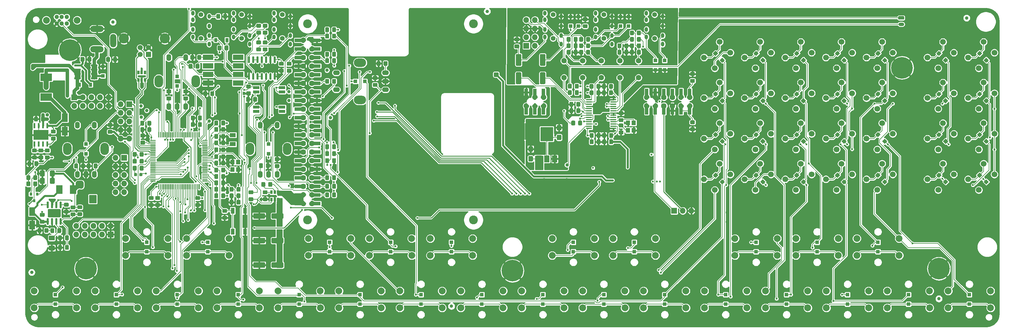
<source format=gbr>
G04 #@! TF.GenerationSoftware,KiCad,Pcbnew,5.1.9*
G04 #@! TF.CreationDate,2021-03-31T15:37:06+02:00*
G04 #@! TF.ProjectId,OTTO-Beta-Main,4f54544f-2d42-4657-9461-2d4d61696e2e,rev?*
G04 #@! TF.SameCoordinates,Original*
G04 #@! TF.FileFunction,Copper,L4,Bot*
G04 #@! TF.FilePolarity,Positive*
%FSLAX46Y46*%
G04 Gerber Fmt 4.6, Leading zero omitted, Abs format (unit mm)*
G04 Created by KiCad (PCBNEW 5.1.9) date 2021-03-31 15:37:06*
%MOMM*%
%LPD*%
G01*
G04 APERTURE LIST*
G04 #@! TA.AperFunction,ComponentPad*
%ADD10C,0.500000*%
G04 #@! TD*
G04 #@! TA.AperFunction,SMDPad,CuDef*
%ADD11R,0.800000X0.900000*%
G04 #@! TD*
G04 #@! TA.AperFunction,SMDPad,CuDef*
%ADD12R,1.900000X2.500000*%
G04 #@! TD*
G04 #@! TA.AperFunction,SMDPad,CuDef*
%ADD13R,1.800000X2.500000*%
G04 #@! TD*
G04 #@! TA.AperFunction,ComponentPad*
%ADD14O,1.700000X1.700000*%
G04 #@! TD*
G04 #@! TA.AperFunction,ComponentPad*
%ADD15R,1.700000X1.700000*%
G04 #@! TD*
G04 #@! TA.AperFunction,SMDPad,CuDef*
%ADD16R,3.500000X2.200000*%
G04 #@! TD*
G04 #@! TA.AperFunction,SMDPad,CuDef*
%ADD17R,3.100000X2.600000*%
G04 #@! TD*
G04 #@! TA.AperFunction,SMDPad,CuDef*
%ADD18R,4.500000X2.950000*%
G04 #@! TD*
G04 #@! TA.AperFunction,SMDPad,CuDef*
%ADD19R,0.600000X1.550000*%
G04 #@! TD*
G04 #@! TA.AperFunction,ComponentPad*
%ADD20C,0.600000*%
G04 #@! TD*
G04 #@! TA.AperFunction,SMDPad,CuDef*
%ADD21R,3.100000X1.600000*%
G04 #@! TD*
G04 #@! TA.AperFunction,SMDPad,CuDef*
%ADD22R,2.180000X1.020000*%
G04 #@! TD*
G04 #@! TA.AperFunction,ComponentPad*
%ADD23C,1.620000*%
G04 #@! TD*
G04 #@! TA.AperFunction,ComponentPad*
%ADD24C,0.150000*%
G04 #@! TD*
G04 #@! TA.AperFunction,WasherPad*
%ADD25C,2.600000*%
G04 #@! TD*
G04 #@! TA.AperFunction,ComponentPad*
%ADD26C,0.800000*%
G04 #@! TD*
G04 #@! TA.AperFunction,ComponentPad*
%ADD27C,6.400000*%
G04 #@! TD*
G04 #@! TA.AperFunction,SMDPad,CuDef*
%ADD28R,1.100000X1.100000*%
G04 #@! TD*
G04 #@! TA.AperFunction,ComponentPad*
%ADD29O,1.700000X1.000000*%
G04 #@! TD*
G04 #@! TA.AperFunction,ComponentPad*
%ADD30C,1.700000*%
G04 #@! TD*
G04 #@! TA.AperFunction,ComponentPad*
%ADD31C,2.000000*%
G04 #@! TD*
G04 #@! TA.AperFunction,ComponentPad*
%ADD32C,1.300000*%
G04 #@! TD*
G04 #@! TA.AperFunction,ComponentPad*
%ADD33O,1.400000X2.000000*%
G04 #@! TD*
G04 #@! TA.AperFunction,ComponentPad*
%ADD34O,2.500000X3.600000*%
G04 #@! TD*
G04 #@! TA.AperFunction,ComponentPad*
%ADD35O,2.000000X1.400000*%
G04 #@! TD*
G04 #@! TA.AperFunction,ComponentPad*
%ADD36O,3.600000X2.500000*%
G04 #@! TD*
G04 #@! TA.AperFunction,SMDPad,CuDef*
%ADD37R,1.750000X0.450000*%
G04 #@! TD*
G04 #@! TA.AperFunction,SMDPad,CuDef*
%ADD38R,1.600000X5.000000*%
G04 #@! TD*
G04 #@! TA.AperFunction,SMDPad,CuDef*
%ADD39R,0.650000X1.060000*%
G04 #@! TD*
G04 #@! TA.AperFunction,SMDPad,CuDef*
%ADD40R,3.800000X2.000000*%
G04 #@! TD*
G04 #@! TA.AperFunction,SMDPad,CuDef*
%ADD41R,1.500000X2.000000*%
G04 #@! TD*
G04 #@! TA.AperFunction,ComponentPad*
%ADD42O,1.000000X1.400000*%
G04 #@! TD*
G04 #@! TA.AperFunction,WasherPad*
%ADD43C,1.400000*%
G04 #@! TD*
G04 #@! TA.AperFunction,SMDPad,CuDef*
%ADD44R,1.200000X1.400000*%
G04 #@! TD*
G04 #@! TA.AperFunction,ComponentPad*
%ADD45C,1.000000*%
G04 #@! TD*
G04 #@! TA.AperFunction,SMDPad,CuDef*
%ADD46R,1.850000X0.900000*%
G04 #@! TD*
G04 #@! TA.AperFunction,SMDPad,CuDef*
%ADD47C,0.150000*%
G04 #@! TD*
G04 #@! TA.AperFunction,SMDPad,CuDef*
%ADD48C,1.000000*%
G04 #@! TD*
G04 #@! TA.AperFunction,SMDPad,CuDef*
%ADD49R,1.100000X1.800000*%
G04 #@! TD*
G04 #@! TA.AperFunction,SMDPad,CuDef*
%ADD50R,1.800000X1.200000*%
G04 #@! TD*
G04 #@! TA.AperFunction,ComponentPad*
%ADD51C,3.000000*%
G04 #@! TD*
G04 #@! TA.AperFunction,ComponentPad*
%ADD52C,1.500000*%
G04 #@! TD*
G04 #@! TA.AperFunction,ComponentPad*
%ADD53R,1.500000X1.500000*%
G04 #@! TD*
G04 #@! TA.AperFunction,SMDPad,CuDef*
%ADD54R,1.020000X2.180000*%
G04 #@! TD*
G04 #@! TA.AperFunction,ComponentPad*
%ADD55O,4.000000X1.800000*%
G04 #@! TD*
G04 #@! TA.AperFunction,ComponentPad*
%ADD56O,1.800000X4.000000*%
G04 #@! TD*
G04 #@! TA.AperFunction,SMDPad,CuDef*
%ADD57R,0.900000X1.200000*%
G04 #@! TD*
G04 #@! TA.AperFunction,ComponentPad*
%ADD58C,1.600000*%
G04 #@! TD*
G04 #@! TA.AperFunction,ViaPad*
%ADD59C,0.600000*%
G04 #@! TD*
G04 #@! TA.AperFunction,Conductor*
%ADD60C,0.203200*%
G04 #@! TD*
G04 #@! TA.AperFunction,Conductor*
%ADD61C,0.600000*%
G04 #@! TD*
G04 #@! TA.AperFunction,Conductor*
%ADD62C,0.254000*%
G04 #@! TD*
G04 #@! TA.AperFunction,Conductor*
%ADD63C,1.500000*%
G04 #@! TD*
G04 #@! TA.AperFunction,Conductor*
%ADD64C,1.000000*%
G04 #@! TD*
G04 #@! TA.AperFunction,Conductor*
%ADD65C,0.261112*%
G04 #@! TD*
G04 #@! TA.AperFunction,Conductor*
%ADD66C,0.150000*%
G04 #@! TD*
G04 APERTURE END LIST*
G04 #@! TA.AperFunction,SMDPad,CuDef*
G36*
G01*
X23782600Y-72106000D02*
X24082600Y-72106000D01*
G75*
G02*
X24232600Y-72256000I0J-150000D01*
G01*
X24232600Y-73906000D01*
G75*
G02*
X24082600Y-74056000I-150000J0D01*
G01*
X23782600Y-74056000D01*
G75*
G02*
X23632600Y-73906000I0J150000D01*
G01*
X23632600Y-72256000D01*
G75*
G02*
X23782600Y-72106000I150000J0D01*
G01*
G37*
G04 #@! TD.AperFunction*
G04 #@! TA.AperFunction,SMDPad,CuDef*
G36*
G01*
X25052600Y-72106000D02*
X25352600Y-72106000D01*
G75*
G02*
X25502600Y-72256000I0J-150000D01*
G01*
X25502600Y-73906000D01*
G75*
G02*
X25352600Y-74056000I-150000J0D01*
G01*
X25052600Y-74056000D01*
G75*
G02*
X24902600Y-73906000I0J150000D01*
G01*
X24902600Y-72256000D01*
G75*
G02*
X25052600Y-72106000I150000J0D01*
G01*
G37*
G04 #@! TD.AperFunction*
G04 #@! TA.AperFunction,SMDPad,CuDef*
G36*
G01*
X26322600Y-72106000D02*
X26622600Y-72106000D01*
G75*
G02*
X26772600Y-72256000I0J-150000D01*
G01*
X26772600Y-73906000D01*
G75*
G02*
X26622600Y-74056000I-150000J0D01*
G01*
X26322600Y-74056000D01*
G75*
G02*
X26172600Y-73906000I0J150000D01*
G01*
X26172600Y-72256000D01*
G75*
G02*
X26322600Y-72106000I150000J0D01*
G01*
G37*
G04 #@! TD.AperFunction*
G04 #@! TA.AperFunction,SMDPad,CuDef*
G36*
G01*
X27592600Y-72106000D02*
X27892600Y-72106000D01*
G75*
G02*
X28042600Y-72256000I0J-150000D01*
G01*
X28042600Y-73906000D01*
G75*
G02*
X27892600Y-74056000I-150000J0D01*
G01*
X27592600Y-74056000D01*
G75*
G02*
X27442600Y-73906000I0J150000D01*
G01*
X27442600Y-72256000D01*
G75*
G02*
X27592600Y-72106000I150000J0D01*
G01*
G37*
G04 #@! TD.AperFunction*
G04 #@! TA.AperFunction,SMDPad,CuDef*
G36*
G01*
X27592600Y-67156000D02*
X27892600Y-67156000D01*
G75*
G02*
X28042600Y-67306000I0J-150000D01*
G01*
X28042600Y-68956000D01*
G75*
G02*
X27892600Y-69106000I-150000J0D01*
G01*
X27592600Y-69106000D01*
G75*
G02*
X27442600Y-68956000I0J150000D01*
G01*
X27442600Y-67306000D01*
G75*
G02*
X27592600Y-67156000I150000J0D01*
G01*
G37*
G04 #@! TD.AperFunction*
G04 #@! TA.AperFunction,SMDPad,CuDef*
G36*
G01*
X26322600Y-67156000D02*
X26622600Y-67156000D01*
G75*
G02*
X26772600Y-67306000I0J-150000D01*
G01*
X26772600Y-68956000D01*
G75*
G02*
X26622600Y-69106000I-150000J0D01*
G01*
X26322600Y-69106000D01*
G75*
G02*
X26172600Y-68956000I0J150000D01*
G01*
X26172600Y-67306000D01*
G75*
G02*
X26322600Y-67156000I150000J0D01*
G01*
G37*
G04 #@! TD.AperFunction*
G04 #@! TA.AperFunction,SMDPad,CuDef*
G36*
G01*
X25052600Y-67156000D02*
X25352600Y-67156000D01*
G75*
G02*
X25502600Y-67306000I0J-150000D01*
G01*
X25502600Y-68956000D01*
G75*
G02*
X25352600Y-69106000I-150000J0D01*
G01*
X25052600Y-69106000D01*
G75*
G02*
X24902600Y-68956000I0J150000D01*
G01*
X24902600Y-67306000D01*
G75*
G02*
X25052600Y-67156000I150000J0D01*
G01*
G37*
G04 #@! TD.AperFunction*
G04 #@! TA.AperFunction,SMDPad,CuDef*
G36*
G01*
X23782600Y-67156000D02*
X24082600Y-67156000D01*
G75*
G02*
X24232600Y-67306000I0J-150000D01*
G01*
X24232600Y-68956000D01*
G75*
G02*
X24082600Y-69106000I-150000J0D01*
G01*
X23782600Y-69106000D01*
G75*
G02*
X23632600Y-68956000I0J150000D01*
G01*
X23632600Y-67306000D01*
G75*
G02*
X23782600Y-67156000I150000J0D01*
G01*
G37*
G04 #@! TD.AperFunction*
D10*
X27237600Y-71306000D03*
X27237600Y-69906000D03*
X25837600Y-71306000D03*
X25837600Y-69906000D03*
X24437600Y-71306000D03*
X24437600Y-69906000D03*
G04 #@! TA.AperFunction,SMDPad,CuDef*
G36*
G01*
X24182598Y-69401000D02*
X27492602Y-69401000D01*
G75*
G02*
X27742600Y-69650998I0J-249998D01*
G01*
X27742600Y-71561002D01*
G75*
G02*
X27492602Y-71811000I-249998J0D01*
G01*
X24182598Y-71811000D01*
G75*
G02*
X23932600Y-71561002I0J249998D01*
G01*
X23932600Y-69650998D01*
G75*
G02*
X24182598Y-69401000I249998J0D01*
G01*
G37*
G04 #@! TD.AperFunction*
G04 #@! TA.AperFunction,SMDPad,CuDef*
G36*
G01*
X19683600Y-62369201D02*
X19683600Y-61469199D01*
G75*
G02*
X19933599Y-61219200I249999J0D01*
G01*
X20583601Y-61219200D01*
G75*
G02*
X20833600Y-61469199I0J-249999D01*
G01*
X20833600Y-62369201D01*
G75*
G02*
X20583601Y-62619200I-249999J0D01*
G01*
X19933599Y-62619200D01*
G75*
G02*
X19683600Y-62369201I0J249999D01*
G01*
G37*
G04 #@! TD.AperFunction*
G04 #@! TA.AperFunction,SMDPad,CuDef*
G36*
G01*
X17633600Y-62369201D02*
X17633600Y-61469199D01*
G75*
G02*
X17883599Y-61219200I249999J0D01*
G01*
X18533601Y-61219200D01*
G75*
G02*
X18783600Y-61469199I0J-249999D01*
G01*
X18783600Y-62369201D01*
G75*
G02*
X18533601Y-62619200I-249999J0D01*
G01*
X17883599Y-62619200D01*
G75*
G02*
X17633600Y-62369201I0J249999D01*
G01*
G37*
G04 #@! TD.AperFunction*
G04 #@! TA.AperFunction,SMDPad,CuDef*
G36*
G01*
X19683600Y-60540401D02*
X19683600Y-59640399D01*
G75*
G02*
X19933599Y-59390400I249999J0D01*
G01*
X20583601Y-59390400D01*
G75*
G02*
X20833600Y-59640399I0J-249999D01*
G01*
X20833600Y-60540401D01*
G75*
G02*
X20583601Y-60790400I-249999J0D01*
G01*
X19933599Y-60790400D01*
G75*
G02*
X19683600Y-60540401I0J249999D01*
G01*
G37*
G04 #@! TD.AperFunction*
G04 #@! TA.AperFunction,SMDPad,CuDef*
G36*
G01*
X17633600Y-60540401D02*
X17633600Y-59640399D01*
G75*
G02*
X17883599Y-59390400I249999J0D01*
G01*
X18533601Y-59390400D01*
G75*
G02*
X18783600Y-59640399I0J-249999D01*
G01*
X18783600Y-60540401D01*
G75*
G02*
X18533601Y-60790400I-249999J0D01*
G01*
X17883599Y-60790400D01*
G75*
G02*
X17633600Y-60540401I0J249999D01*
G01*
G37*
G04 #@! TD.AperFunction*
G04 #@! TA.AperFunction,SMDPad,CuDef*
G36*
G01*
X28130800Y-80290599D02*
X28130800Y-81190601D01*
G75*
G02*
X27880801Y-81440600I-249999J0D01*
G01*
X27230799Y-81440600D01*
G75*
G02*
X26980800Y-81190601I0J249999D01*
G01*
X26980800Y-80290599D01*
G75*
G02*
X27230799Y-80040600I249999J0D01*
G01*
X27880801Y-80040600D01*
G75*
G02*
X28130800Y-80290599I0J-249999D01*
G01*
G37*
G04 #@! TD.AperFunction*
G04 #@! TA.AperFunction,SMDPad,CuDef*
G36*
G01*
X30180800Y-80290599D02*
X30180800Y-81190601D01*
G75*
G02*
X29930801Y-81440600I-249999J0D01*
G01*
X29280799Y-81440600D01*
G75*
G02*
X29030800Y-81190601I0J249999D01*
G01*
X29030800Y-80290599D01*
G75*
G02*
X29280799Y-80040600I249999J0D01*
G01*
X29930801Y-80040600D01*
G75*
G02*
X30180800Y-80290599I0J-249999D01*
G01*
G37*
G04 #@! TD.AperFunction*
G04 #@! TA.AperFunction,SMDPad,CuDef*
G36*
G01*
X32956799Y-70319400D02*
X33856801Y-70319400D01*
G75*
G02*
X34106800Y-70569399I0J-249999D01*
G01*
X34106800Y-71219401D01*
G75*
G02*
X33856801Y-71469400I-249999J0D01*
G01*
X32956799Y-71469400D01*
G75*
G02*
X32706800Y-71219401I0J249999D01*
G01*
X32706800Y-70569399D01*
G75*
G02*
X32956799Y-70319400I249999J0D01*
G01*
G37*
G04 #@! TD.AperFunction*
G04 #@! TA.AperFunction,SMDPad,CuDef*
G36*
G01*
X32956799Y-68269400D02*
X33856801Y-68269400D01*
G75*
G02*
X34106800Y-68519399I0J-249999D01*
G01*
X34106800Y-69169401D01*
G75*
G02*
X33856801Y-69419400I-249999J0D01*
G01*
X32956799Y-69419400D01*
G75*
G02*
X32706800Y-69169401I0J249999D01*
G01*
X32706800Y-68519399D01*
G75*
G02*
X32956799Y-68269400I249999J0D01*
G01*
G37*
G04 #@! TD.AperFunction*
G04 #@! TA.AperFunction,SMDPad,CuDef*
G36*
G01*
X28130800Y-77445799D02*
X28130800Y-78345801D01*
G75*
G02*
X27880801Y-78595800I-249999J0D01*
G01*
X27230799Y-78595800D01*
G75*
G02*
X26980800Y-78345801I0J249999D01*
G01*
X26980800Y-77445799D01*
G75*
G02*
X27230799Y-77195800I249999J0D01*
G01*
X27880801Y-77195800D01*
G75*
G02*
X28130800Y-77445799I0J-249999D01*
G01*
G37*
G04 #@! TD.AperFunction*
G04 #@! TA.AperFunction,SMDPad,CuDef*
G36*
G01*
X30180800Y-77445799D02*
X30180800Y-78345801D01*
G75*
G02*
X29930801Y-78595800I-249999J0D01*
G01*
X29280799Y-78595800D01*
G75*
G02*
X29030800Y-78345801I0J249999D01*
G01*
X29030800Y-77445799D01*
G75*
G02*
X29280799Y-77195800I249999J0D01*
G01*
X29930801Y-77195800D01*
G75*
G02*
X30180800Y-77445799I0J-249999D01*
G01*
G37*
G04 #@! TD.AperFunction*
G04 #@! TA.AperFunction,SMDPad,CuDef*
G36*
G01*
X30950199Y-70370200D02*
X31850201Y-70370200D01*
G75*
G02*
X32100200Y-70620199I0J-249999D01*
G01*
X32100200Y-71270201D01*
G75*
G02*
X31850201Y-71520200I-249999J0D01*
G01*
X30950199Y-71520200D01*
G75*
G02*
X30700200Y-71270201I0J249999D01*
G01*
X30700200Y-70620199D01*
G75*
G02*
X30950199Y-70370200I249999J0D01*
G01*
G37*
G04 #@! TD.AperFunction*
G04 #@! TA.AperFunction,SMDPad,CuDef*
G36*
G01*
X30950199Y-68320200D02*
X31850201Y-68320200D01*
G75*
G02*
X32100200Y-68570199I0J-249999D01*
G01*
X32100200Y-69220201D01*
G75*
G02*
X31850201Y-69470200I-249999J0D01*
G01*
X30950199Y-69470200D01*
G75*
G02*
X30700200Y-69220201I0J249999D01*
G01*
X30700200Y-68570199D01*
G75*
G02*
X30950199Y-68320200I249999J0D01*
G01*
G37*
G04 #@! TD.AperFunction*
G04 #@! TA.AperFunction,SMDPad,CuDef*
G36*
G01*
X22085600Y-75261399D02*
X22085600Y-76161401D01*
G75*
G02*
X21835601Y-76411400I-249999J0D01*
G01*
X21185599Y-76411400D01*
G75*
G02*
X20935600Y-76161401I0J249999D01*
G01*
X20935600Y-75261399D01*
G75*
G02*
X21185599Y-75011400I249999J0D01*
G01*
X21835601Y-75011400D01*
G75*
G02*
X22085600Y-75261399I0J-249999D01*
G01*
G37*
G04 #@! TD.AperFunction*
G04 #@! TA.AperFunction,SMDPad,CuDef*
G36*
G01*
X24135600Y-75261399D02*
X24135600Y-76161401D01*
G75*
G02*
X23885601Y-76411400I-249999J0D01*
G01*
X23235599Y-76411400D01*
G75*
G02*
X22985600Y-76161401I0J249999D01*
G01*
X22985600Y-75261399D01*
G75*
G02*
X23235599Y-75011400I249999J0D01*
G01*
X23885601Y-75011400D01*
G75*
G02*
X24135600Y-75261399I0J-249999D01*
G01*
G37*
G04 #@! TD.AperFunction*
D11*
X19894000Y-66957800D03*
X20844000Y-64957800D03*
X18944000Y-64957800D03*
D12*
X31443600Y-63595600D03*
X27343600Y-63595600D03*
D13*
X19335200Y-74155400D03*
X19335200Y-70155400D03*
G04 #@! TA.AperFunction,SMDPad,CuDef*
G36*
G01*
X23030600Y-58220800D02*
X23030600Y-59470800D01*
G75*
G02*
X22780600Y-59720800I-250000J0D01*
G01*
X21855600Y-59720800D01*
G75*
G02*
X21605600Y-59470800I0J250000D01*
G01*
X21605600Y-58220800D01*
G75*
G02*
X21855600Y-57970800I250000J0D01*
G01*
X22780600Y-57970800D01*
G75*
G02*
X23030600Y-58220800I0J-250000D01*
G01*
G37*
G04 #@! TD.AperFunction*
G04 #@! TA.AperFunction,SMDPad,CuDef*
G36*
G01*
X26005600Y-58220800D02*
X26005600Y-59470800D01*
G75*
G02*
X25755600Y-59720800I-250000J0D01*
G01*
X24830600Y-59720800D01*
G75*
G02*
X24580600Y-59470800I0J250000D01*
G01*
X24580600Y-58220800D01*
G75*
G02*
X24830600Y-57970800I250000J0D01*
G01*
X25755600Y-57970800D01*
G75*
G02*
X26005600Y-58220800I0J-250000D01*
G01*
G37*
G04 #@! TD.AperFunction*
G04 #@! TA.AperFunction,SMDPad,CuDef*
G36*
G01*
X23030600Y-60430600D02*
X23030600Y-61680600D01*
G75*
G02*
X22780600Y-61930600I-250000J0D01*
G01*
X21855600Y-61930600D01*
G75*
G02*
X21605600Y-61680600I0J250000D01*
G01*
X21605600Y-60430600D01*
G75*
G02*
X21855600Y-60180600I250000J0D01*
G01*
X22780600Y-60180600D01*
G75*
G02*
X23030600Y-60430600I0J-250000D01*
G01*
G37*
G04 #@! TD.AperFunction*
G04 #@! TA.AperFunction,SMDPad,CuDef*
G36*
G01*
X26005600Y-60430600D02*
X26005600Y-61680600D01*
G75*
G02*
X25755600Y-61930600I-250000J0D01*
G01*
X24830600Y-61930600D01*
G75*
G02*
X24580600Y-61680600I0J250000D01*
G01*
X24580600Y-60430600D01*
G75*
G02*
X24830600Y-60180600I250000J0D01*
G01*
X25755600Y-60180600D01*
G75*
G02*
X26005600Y-60430600I0J-250000D01*
G01*
G37*
G04 #@! TD.AperFunction*
G04 #@! TA.AperFunction,SMDPad,CuDef*
G36*
G01*
X24501400Y-80194800D02*
X25751400Y-80194800D01*
G75*
G02*
X26001400Y-80444800I0J-250000D01*
G01*
X26001400Y-81369800D01*
G75*
G02*
X25751400Y-81619800I-250000J0D01*
G01*
X24501400Y-81619800D01*
G75*
G02*
X24251400Y-81369800I0J250000D01*
G01*
X24251400Y-80444800D01*
G75*
G02*
X24501400Y-80194800I250000J0D01*
G01*
G37*
G04 #@! TD.AperFunction*
G04 #@! TA.AperFunction,SMDPad,CuDef*
G36*
G01*
X24501400Y-77219800D02*
X25751400Y-77219800D01*
G75*
G02*
X26001400Y-77469800I0J-250000D01*
G01*
X26001400Y-78394800D01*
G75*
G02*
X25751400Y-78644800I-250000J0D01*
G01*
X24501400Y-78644800D01*
G75*
G02*
X24251400Y-78394800I0J250000D01*
G01*
X24251400Y-77469800D01*
G75*
G02*
X24501400Y-77219800I250000J0D01*
G01*
G37*
G04 #@! TD.AperFunction*
G04 #@! TA.AperFunction,SMDPad,CuDef*
G36*
G01*
X25870200Y-75312199D02*
X25870200Y-76212201D01*
G75*
G02*
X25620201Y-76462200I-249999J0D01*
G01*
X24970199Y-76462200D01*
G75*
G02*
X24720200Y-76212201I0J249999D01*
G01*
X24720200Y-75312199D01*
G75*
G02*
X24970199Y-75062200I249999J0D01*
G01*
X25620201Y-75062200D01*
G75*
G02*
X25870200Y-75312199I0J-249999D01*
G01*
G37*
G04 #@! TD.AperFunction*
G04 #@! TA.AperFunction,SMDPad,CuDef*
G36*
G01*
X27920200Y-75312199D02*
X27920200Y-76212201D01*
G75*
G02*
X27670201Y-76462200I-249999J0D01*
G01*
X27020199Y-76462200D01*
G75*
G02*
X26770200Y-76212201I0J249999D01*
G01*
X26770200Y-75312199D01*
G75*
G02*
X27020199Y-75062200I249999J0D01*
G01*
X27670201Y-75062200D01*
G75*
G02*
X27920200Y-75312199I0J-249999D01*
G01*
G37*
G04 #@! TD.AperFunction*
G04 #@! TA.AperFunction,SMDPad,CuDef*
G36*
G01*
X22757001Y-71680000D02*
X21856999Y-71680000D01*
G75*
G02*
X21607000Y-71430001I0J249999D01*
G01*
X21607000Y-70779999D01*
G75*
G02*
X21856999Y-70530000I249999J0D01*
G01*
X22757001Y-70530000D01*
G75*
G02*
X23007000Y-70779999I0J-249999D01*
G01*
X23007000Y-71430001D01*
G75*
G02*
X22757001Y-71680000I-249999J0D01*
G01*
G37*
G04 #@! TD.AperFunction*
G04 #@! TA.AperFunction,SMDPad,CuDef*
G36*
G01*
X22757001Y-73730000D02*
X21856999Y-73730000D01*
G75*
G02*
X21607000Y-73480001I0J249999D01*
G01*
X21607000Y-72829999D01*
G75*
G02*
X21856999Y-72580000I249999J0D01*
G01*
X22757001Y-72580000D01*
G75*
G02*
X23007000Y-72829999I0J-249999D01*
G01*
X23007000Y-73480001D01*
G75*
G02*
X22757001Y-73730000I-249999J0D01*
G01*
G37*
G04 #@! TD.AperFunction*
G04 #@! TA.AperFunction,SMDPad,CuDef*
G36*
G01*
X28968999Y-69582800D02*
X29869001Y-69582800D01*
G75*
G02*
X30119000Y-69832799I0J-249999D01*
G01*
X30119000Y-70482801D01*
G75*
G02*
X29869001Y-70732800I-249999J0D01*
G01*
X28968999Y-70732800D01*
G75*
G02*
X28719000Y-70482801I0J249999D01*
G01*
X28719000Y-69832799D01*
G75*
G02*
X28968999Y-69582800I249999J0D01*
G01*
G37*
G04 #@! TD.AperFunction*
G04 #@! TA.AperFunction,SMDPad,CuDef*
G36*
G01*
X28968999Y-67532800D02*
X29869001Y-67532800D01*
G75*
G02*
X30119000Y-67782799I0J-249999D01*
G01*
X30119000Y-68432801D01*
G75*
G02*
X29869001Y-68682800I-249999J0D01*
G01*
X28968999Y-68682800D01*
G75*
G02*
X28719000Y-68432801I0J249999D01*
G01*
X28719000Y-67782799D01*
G75*
G02*
X28968999Y-67532800I249999J0D01*
G01*
G37*
G04 #@! TD.AperFunction*
G04 #@! TA.AperFunction,SMDPad,CuDef*
G36*
G01*
X19088400Y-55500199D02*
X19088400Y-56400201D01*
G75*
G02*
X18838401Y-56650200I-249999J0D01*
G01*
X18188399Y-56650200D01*
G75*
G02*
X17938400Y-56400201I0J249999D01*
G01*
X17938400Y-55500199D01*
G75*
G02*
X18188399Y-55250200I249999J0D01*
G01*
X18838401Y-55250200D01*
G75*
G02*
X19088400Y-55500199I0J-249999D01*
G01*
G37*
G04 #@! TD.AperFunction*
G04 #@! TA.AperFunction,SMDPad,CuDef*
G36*
G01*
X21138400Y-55500199D02*
X21138400Y-56400201D01*
G75*
G02*
X20888401Y-56650200I-249999J0D01*
G01*
X20238399Y-56650200D01*
G75*
G02*
X19988400Y-56400201I0J249999D01*
G01*
X19988400Y-55500199D01*
G75*
G02*
X20238399Y-55250200I249999J0D01*
G01*
X20888401Y-55250200D01*
G75*
G02*
X21138400Y-55500199I0J-249999D01*
G01*
G37*
G04 #@! TD.AperFunction*
D14*
X41915800Y-38856000D03*
X41915800Y-36316000D03*
X39375800Y-38856000D03*
X39375800Y-36316000D03*
X36835800Y-38856000D03*
X36835800Y-36316000D03*
X34295800Y-38856000D03*
X34295800Y-36316000D03*
X31755800Y-38856000D03*
D15*
X31755800Y-36316000D03*
D14*
X45497200Y-48533400D03*
X48037200Y-48533400D03*
X45497200Y-45993400D03*
X48037200Y-45993400D03*
X45497200Y-43453400D03*
X48037200Y-43453400D03*
X45497200Y-40913400D03*
X48037200Y-40913400D03*
X45497200Y-38373400D03*
D15*
X48037200Y-38373400D03*
D14*
X43973200Y-64383000D03*
X46513200Y-64383000D03*
X43973200Y-61843000D03*
X46513200Y-61843000D03*
X43973200Y-59303000D03*
X46513200Y-59303000D03*
X43973200Y-56763000D03*
X46513200Y-56763000D03*
X43973200Y-54223000D03*
D15*
X46513200Y-54223000D03*
D14*
X32314600Y-74339800D03*
X32314600Y-76879800D03*
X34854600Y-74339800D03*
X34854600Y-76879800D03*
X37394600Y-74339800D03*
X37394600Y-76879800D03*
X39934600Y-74339800D03*
X39934600Y-76879800D03*
X42474600Y-74339800D03*
D15*
X42474600Y-76879800D03*
D16*
X23470000Y-36300000D03*
X23470000Y-30400000D03*
D17*
X21902400Y-47470200D03*
D18*
X21902400Y-47470200D03*
D19*
X23807400Y-50170200D03*
X22537400Y-50170200D03*
X21267400Y-50170200D03*
X19997400Y-50170200D03*
X19997400Y-44770200D03*
X21267400Y-44770200D03*
X22537400Y-44770200D03*
X23807400Y-44770200D03*
D20*
X23702400Y-48070200D03*
X22502400Y-48070200D03*
X22502400Y-46870200D03*
X23702400Y-46870200D03*
X20102400Y-48070200D03*
X21202400Y-48070200D03*
X21202400Y-46870200D03*
X20102400Y-46870200D03*
G04 #@! TA.AperFunction,SMDPad,CuDef*
G36*
G01*
X175425001Y-48987500D02*
X174574999Y-48987500D01*
G75*
G02*
X174325000Y-48737501I0J249999D01*
G01*
X174325000Y-47662499D01*
G75*
G02*
X174574999Y-47412500I249999J0D01*
G01*
X175425001Y-47412500D01*
G75*
G02*
X175675000Y-47662499I0J-249999D01*
G01*
X175675000Y-48737501D01*
G75*
G02*
X175425001Y-48987500I-249999J0D01*
G01*
G37*
G04 #@! TD.AperFunction*
G04 #@! TA.AperFunction,SMDPad,CuDef*
G36*
G01*
X175425001Y-46112500D02*
X174574999Y-46112500D01*
G75*
G02*
X174325000Y-45862501I0J249999D01*
G01*
X174325000Y-44787499D01*
G75*
G02*
X174574999Y-44537500I249999J0D01*
G01*
X175425001Y-44537500D01*
G75*
G02*
X175675000Y-44787499I0J-249999D01*
G01*
X175675000Y-45862501D01*
G75*
G02*
X175425001Y-46112500I-249999J0D01*
G01*
G37*
G04 #@! TD.AperFunction*
G04 #@! TA.AperFunction,SMDPad,CuDef*
G36*
G01*
X167025001Y-55287500D02*
X166174999Y-55287500D01*
G75*
G02*
X165925000Y-55037501I0J249999D01*
G01*
X165925000Y-53962499D01*
G75*
G02*
X166174999Y-53712500I249999J0D01*
G01*
X167025001Y-53712500D01*
G75*
G02*
X167275000Y-53962499I0J-249999D01*
G01*
X167275000Y-55037501D01*
G75*
G02*
X167025001Y-55287500I-249999J0D01*
G01*
G37*
G04 #@! TD.AperFunction*
G04 #@! TA.AperFunction,SMDPad,CuDef*
G36*
G01*
X167025001Y-52412500D02*
X166174999Y-52412500D01*
G75*
G02*
X165925000Y-52162501I0J249999D01*
G01*
X165925000Y-51087499D01*
G75*
G02*
X166174999Y-50837500I249999J0D01*
G01*
X167025001Y-50837500D01*
G75*
G02*
X167275000Y-51087499I0J-249999D01*
G01*
X167275000Y-52162501D01*
G75*
G02*
X167025001Y-52412500I-249999J0D01*
G01*
G37*
G04 #@! TD.AperFunction*
G04 #@! TA.AperFunction,SMDPad,CuDef*
G36*
G01*
X170688000Y-32440000D02*
X169588000Y-32440000D01*
G75*
G02*
X169338000Y-32190000I0J250000D01*
G01*
X169338000Y-29190000D01*
G75*
G02*
X169588000Y-28940000I250000J0D01*
G01*
X170688000Y-28940000D01*
G75*
G02*
X170938000Y-29190000I0J-250000D01*
G01*
X170938000Y-32190000D01*
G75*
G02*
X170688000Y-32440000I-250000J0D01*
G01*
G37*
G04 #@! TD.AperFunction*
G04 #@! TA.AperFunction,SMDPad,CuDef*
G36*
G01*
X170688000Y-27040000D02*
X169588000Y-27040000D01*
G75*
G02*
X169338000Y-26790000I0J250000D01*
G01*
X169338000Y-23790000D01*
G75*
G02*
X169588000Y-23540000I250000J0D01*
G01*
X170688000Y-23540000D01*
G75*
G02*
X170938000Y-23790000I0J-250000D01*
G01*
X170938000Y-26790000D01*
G75*
G02*
X170688000Y-27040000I-250000J0D01*
G01*
G37*
G04 #@! TD.AperFunction*
G04 #@! TA.AperFunction,SMDPad,CuDef*
G36*
G01*
X163576000Y-32440000D02*
X162476000Y-32440000D01*
G75*
G02*
X162226000Y-32190000I0J250000D01*
G01*
X162226000Y-29190000D01*
G75*
G02*
X162476000Y-28940000I250000J0D01*
G01*
X163576000Y-28940000D01*
G75*
G02*
X163826000Y-29190000I0J-250000D01*
G01*
X163826000Y-32190000D01*
G75*
G02*
X163576000Y-32440000I-250000J0D01*
G01*
G37*
G04 #@! TD.AperFunction*
G04 #@! TA.AperFunction,SMDPad,CuDef*
G36*
G01*
X163576000Y-27040000D02*
X162476000Y-27040000D01*
G75*
G02*
X162226000Y-26790000I0J250000D01*
G01*
X162226000Y-23790000D01*
G75*
G02*
X162476000Y-23540000I250000J0D01*
G01*
X163576000Y-23540000D01*
G75*
G02*
X163826000Y-23790000I0J-250000D01*
G01*
X163826000Y-26790000D01*
G75*
G02*
X163576000Y-27040000I-250000J0D01*
G01*
G37*
G04 #@! TD.AperFunction*
G04 #@! TA.AperFunction,SMDPad,CuDef*
G36*
G01*
X93550000Y-70900000D02*
X93550000Y-72000000D01*
G75*
G02*
X93300000Y-72250000I-250000J0D01*
G01*
X90300000Y-72250000D01*
G75*
G02*
X90050000Y-72000000I0J250000D01*
G01*
X90050000Y-70900000D01*
G75*
G02*
X90300000Y-70650000I250000J0D01*
G01*
X93300000Y-70650000D01*
G75*
G02*
X93550000Y-70900000I0J-250000D01*
G01*
G37*
G04 #@! TD.AperFunction*
G04 #@! TA.AperFunction,SMDPad,CuDef*
G36*
G01*
X88150000Y-70900000D02*
X88150000Y-72000000D01*
G75*
G02*
X87900000Y-72250000I-250000J0D01*
G01*
X84900000Y-72250000D01*
G75*
G02*
X84650000Y-72000000I0J250000D01*
G01*
X84650000Y-70900000D01*
G75*
G02*
X84900000Y-70650000I250000J0D01*
G01*
X87900000Y-70650000D01*
G75*
G02*
X88150000Y-70900000I0J-250000D01*
G01*
G37*
G04 #@! TD.AperFunction*
G04 #@! TA.AperFunction,SMDPad,CuDef*
G36*
G01*
X93550000Y-78150000D02*
X93550000Y-79250000D01*
G75*
G02*
X93300000Y-79500000I-250000J0D01*
G01*
X90300000Y-79500000D01*
G75*
G02*
X90050000Y-79250000I0J250000D01*
G01*
X90050000Y-78150000D01*
G75*
G02*
X90300000Y-77900000I250000J0D01*
G01*
X93300000Y-77900000D01*
G75*
G02*
X93550000Y-78150000I0J-250000D01*
G01*
G37*
G04 #@! TD.AperFunction*
G04 #@! TA.AperFunction,SMDPad,CuDef*
G36*
G01*
X88150000Y-78150000D02*
X88150000Y-79250000D01*
G75*
G02*
X87900000Y-79500000I-250000J0D01*
G01*
X84900000Y-79500000D01*
G75*
G02*
X84650000Y-79250000I0J250000D01*
G01*
X84650000Y-78150000D01*
G75*
G02*
X84900000Y-77900000I250000J0D01*
G01*
X87900000Y-77900000D01*
G75*
G02*
X88150000Y-78150000I0J-250000D01*
G01*
G37*
G04 #@! TD.AperFunction*
G04 #@! TA.AperFunction,SMDPad,CuDef*
G36*
G01*
X93550000Y-85400000D02*
X93550000Y-86500000D01*
G75*
G02*
X93300000Y-86750000I-250000J0D01*
G01*
X90300000Y-86750000D01*
G75*
G02*
X90050000Y-86500000I0J250000D01*
G01*
X90050000Y-85400000D01*
G75*
G02*
X90300000Y-85150000I250000J0D01*
G01*
X93300000Y-85150000D01*
G75*
G02*
X93550000Y-85400000I0J-250000D01*
G01*
G37*
G04 #@! TD.AperFunction*
G04 #@! TA.AperFunction,SMDPad,CuDef*
G36*
G01*
X88150000Y-85400000D02*
X88150000Y-86500000D01*
G75*
G02*
X87900000Y-86750000I-250000J0D01*
G01*
X84900000Y-86750000D01*
G75*
G02*
X84650000Y-86500000I0J250000D01*
G01*
X84650000Y-85400000D01*
G75*
G02*
X84900000Y-85150000I250000J0D01*
G01*
X87900000Y-85150000D01*
G75*
G02*
X88150000Y-85400000I0J-250000D01*
G01*
G37*
G04 #@! TD.AperFunction*
D21*
X71305000Y-24515000D03*
X80195000Y-32135000D03*
X71305000Y-27055000D03*
X80195000Y-29595000D03*
X71305000Y-29595000D03*
X80195000Y-27055000D03*
X71305000Y-32135000D03*
X80195000Y-24515000D03*
D13*
X28970000Y-46350000D03*
X28970000Y-42350000D03*
G04 #@! TA.AperFunction,SMDPad,CuDef*
G36*
G01*
X19552399Y-53545200D02*
X20452401Y-53545200D01*
G75*
G02*
X20702400Y-53795199I0J-249999D01*
G01*
X20702400Y-54445201D01*
G75*
G02*
X20452401Y-54695200I-249999J0D01*
G01*
X19552399Y-54695200D01*
G75*
G02*
X19302400Y-54445201I0J249999D01*
G01*
X19302400Y-53795199D01*
G75*
G02*
X19552399Y-53545200I249999J0D01*
G01*
G37*
G04 #@! TD.AperFunction*
G04 #@! TA.AperFunction,SMDPad,CuDef*
G36*
G01*
X19552399Y-51495200D02*
X20452401Y-51495200D01*
G75*
G02*
X20702400Y-51745199I0J-249999D01*
G01*
X20702400Y-52395201D01*
G75*
G02*
X20452401Y-52645200I-249999J0D01*
G01*
X19552399Y-52645200D01*
G75*
G02*
X19302400Y-52395201I0J249999D01*
G01*
X19302400Y-51745199D01*
G75*
G02*
X19552399Y-51495200I249999J0D01*
G01*
G37*
G04 #@! TD.AperFunction*
G04 #@! TA.AperFunction,SMDPad,CuDef*
G36*
G01*
X24252401Y-52645200D02*
X23352399Y-52645200D01*
G75*
G02*
X23102400Y-52395201I0J249999D01*
G01*
X23102400Y-51745199D01*
G75*
G02*
X23352399Y-51495200I249999J0D01*
G01*
X24252401Y-51495200D01*
G75*
G02*
X24502400Y-51745199I0J-249999D01*
G01*
X24502400Y-52395201D01*
G75*
G02*
X24252401Y-52645200I-249999J0D01*
G01*
G37*
G04 #@! TD.AperFunction*
G04 #@! TA.AperFunction,SMDPad,CuDef*
G36*
G01*
X24252401Y-54695200D02*
X23352399Y-54695200D01*
G75*
G02*
X23102400Y-54445201I0J249999D01*
G01*
X23102400Y-53795199D01*
G75*
G02*
X23352399Y-53545200I249999J0D01*
G01*
X24252401Y-53545200D01*
G75*
G02*
X24502400Y-53795199I0J-249999D01*
G01*
X24502400Y-54445201D01*
G75*
G02*
X24252401Y-54695200I-249999J0D01*
G01*
G37*
G04 #@! TD.AperFunction*
G04 #@! TA.AperFunction,SMDPad,CuDef*
G36*
G01*
X21952400Y-43220201D02*
X21952400Y-42320199D01*
G75*
G02*
X22202399Y-42070200I249999J0D01*
G01*
X22852401Y-42070200D01*
G75*
G02*
X23102400Y-42320199I0J-249999D01*
G01*
X23102400Y-43220201D01*
G75*
G02*
X22852401Y-43470200I-249999J0D01*
G01*
X22202399Y-43470200D01*
G75*
G02*
X21952400Y-43220201I0J249999D01*
G01*
G37*
G04 #@! TD.AperFunction*
G04 #@! TA.AperFunction,SMDPad,CuDef*
G36*
G01*
X19902400Y-43220201D02*
X19902400Y-42320199D01*
G75*
G02*
X20152399Y-42070200I249999J0D01*
G01*
X20802401Y-42070200D01*
G75*
G02*
X21052400Y-42320199I0J-249999D01*
G01*
X21052400Y-43220201D01*
G75*
G02*
X20802401Y-43470200I-249999J0D01*
G01*
X20152399Y-43470200D01*
G75*
G02*
X19902400Y-43220201I0J249999D01*
G01*
G37*
G04 #@! TD.AperFunction*
G04 #@! TA.AperFunction,SMDPad,CuDef*
G36*
G01*
X21452399Y-53545200D02*
X22352401Y-53545200D01*
G75*
G02*
X22602400Y-53795199I0J-249999D01*
G01*
X22602400Y-54445201D01*
G75*
G02*
X22352401Y-54695200I-249999J0D01*
G01*
X21452399Y-54695200D01*
G75*
G02*
X21202400Y-54445201I0J249999D01*
G01*
X21202400Y-53795199D01*
G75*
G02*
X21452399Y-53545200I249999J0D01*
G01*
G37*
G04 #@! TD.AperFunction*
G04 #@! TA.AperFunction,SMDPad,CuDef*
G36*
G01*
X21452399Y-51495200D02*
X22352401Y-51495200D01*
G75*
G02*
X22602400Y-51745199I0J-249999D01*
G01*
X22602400Y-52395201D01*
G75*
G02*
X22352401Y-52645200I-249999J0D01*
G01*
X21452399Y-52645200D01*
G75*
G02*
X21202400Y-52395201I0J249999D01*
G01*
X21202400Y-51745199D01*
G75*
G02*
X21452399Y-51495200I249999J0D01*
G01*
G37*
G04 #@! TD.AperFunction*
G04 #@! TA.AperFunction,SMDPad,CuDef*
G36*
G01*
X25126799Y-47961600D02*
X26026801Y-47961600D01*
G75*
G02*
X26276800Y-48211599I0J-249999D01*
G01*
X26276800Y-48861601D01*
G75*
G02*
X26026801Y-49111600I-249999J0D01*
G01*
X25126799Y-49111600D01*
G75*
G02*
X24876800Y-48861601I0J249999D01*
G01*
X24876800Y-48211599D01*
G75*
G02*
X25126799Y-47961600I249999J0D01*
G01*
G37*
G04 #@! TD.AperFunction*
G04 #@! TA.AperFunction,SMDPad,CuDef*
G36*
G01*
X25126799Y-45911600D02*
X26026801Y-45911600D01*
G75*
G02*
X26276800Y-46161599I0J-249999D01*
G01*
X26276800Y-46811601D01*
G75*
G02*
X26026801Y-47061600I-249999J0D01*
G01*
X25126799Y-47061600D01*
G75*
G02*
X24876800Y-46811601I0J249999D01*
G01*
X24876800Y-46161599D01*
G75*
G02*
X25126799Y-45911600I249999J0D01*
G01*
G37*
G04 #@! TD.AperFunction*
D22*
X97990000Y-29630000D03*
X97990000Y-27090000D03*
D23*
X99430000Y-37250000D03*
X99430000Y-42330000D03*
D22*
X97990000Y-34710000D03*
X97990000Y-37250000D03*
X97990000Y-39790000D03*
D23*
X99430000Y-29630000D03*
X99430000Y-27090000D03*
D22*
X97990000Y-19470000D03*
X97990000Y-24550000D03*
X97990000Y-22010000D03*
X97990000Y-42330000D03*
X97990000Y-32170000D03*
D23*
X99430000Y-39790000D03*
X99430000Y-34710000D03*
X99430000Y-32170000D03*
X99430000Y-24550000D03*
D22*
X97990000Y-55030000D03*
D23*
X99430000Y-62650000D03*
D22*
X97990000Y-60110000D03*
X97990000Y-52490000D03*
X97990000Y-67730000D03*
X97990000Y-57570000D03*
D23*
X99430000Y-47410000D03*
X99430000Y-60110000D03*
X99430000Y-44870000D03*
X99430000Y-57570000D03*
X99430000Y-49950000D03*
D22*
X97990000Y-44870000D03*
X97990000Y-62650000D03*
X97990000Y-49950000D03*
X97990000Y-65190000D03*
D23*
X99430000Y-55030000D03*
D22*
X97990000Y-47410000D03*
D23*
X99430000Y-52490000D03*
D22*
X103410000Y-44870000D03*
X103410000Y-49950000D03*
D23*
X101970000Y-49950000D03*
X101970000Y-44870000D03*
D22*
X103410000Y-47410000D03*
D23*
X101970000Y-47410000D03*
D22*
X103410000Y-67730000D03*
X103410000Y-52490000D03*
X103410000Y-62650000D03*
X103410000Y-60110000D03*
D23*
X101970000Y-62650000D03*
D22*
X103410000Y-55030000D03*
X103410000Y-57570000D03*
D23*
X101970000Y-52490000D03*
X101970000Y-55030000D03*
X101970000Y-57570000D03*
D22*
X103410000Y-65190000D03*
D23*
X101970000Y-60110000D03*
X101970000Y-42330000D03*
D22*
X103410000Y-42330000D03*
X103410000Y-34710000D03*
X103410000Y-37250000D03*
X103410000Y-39790000D03*
D23*
X101970000Y-34710000D03*
X101970000Y-37250000D03*
X101970000Y-39790000D03*
D22*
X103410000Y-27090000D03*
X103410000Y-32170000D03*
D23*
X101970000Y-32170000D03*
X101970000Y-27090000D03*
D22*
X103410000Y-29630000D03*
D23*
X101970000Y-29630000D03*
D22*
X103410000Y-24550000D03*
D23*
X101970000Y-24550000D03*
D22*
X103410000Y-22010000D03*
X103410000Y-19470000D03*
G04 #@! TA.AperFunction,ComponentPad*
D24*
G36*
X101899528Y-20279997D02*
G01*
X101899476Y-20279999D01*
X101899415Y-20279996D01*
X101897906Y-20279985D01*
X101891399Y-20279576D01*
X101884841Y-20279232D01*
X101884062Y-20279114D01*
X101883280Y-20279065D01*
X101876849Y-20278023D01*
X101870352Y-20277041D01*
X101869586Y-20276847D01*
X101868813Y-20276722D01*
X101862492Y-20275052D01*
X101856145Y-20273446D01*
X101855407Y-20273180D01*
X101854645Y-20272979D01*
X101848534Y-20270706D01*
X101842356Y-20268482D01*
X101841639Y-20268141D01*
X101840909Y-20267870D01*
X101835088Y-20265031D01*
X101829117Y-20262196D01*
X101828438Y-20261788D01*
X101827737Y-20261446D01*
X101822155Y-20258012D01*
X101816556Y-20254647D01*
X101815931Y-20254183D01*
X101815255Y-20253767D01*
X101810024Y-20249796D01*
X101804790Y-20245910D01*
X101804207Y-20245382D01*
X101803582Y-20244907D01*
X101798769Y-20240450D01*
X101793934Y-20236066D01*
X101203934Y-19646066D01*
X101203606Y-19645734D01*
X101203564Y-19645695D01*
X101203520Y-19645646D01*
X101202464Y-19644575D01*
X101198152Y-19639684D01*
X101193758Y-19634804D01*
X101193291Y-19634171D01*
X101192772Y-19633582D01*
X101188936Y-19628263D01*
X101185062Y-19623009D01*
X101184662Y-19622338D01*
X101184199Y-19621696D01*
X101180891Y-19616012D01*
X101177558Y-19610421D01*
X101177224Y-19609712D01*
X101176828Y-19609031D01*
X101174122Y-19603120D01*
X101171318Y-19597161D01*
X101171050Y-19596409D01*
X101170728Y-19595705D01*
X101168618Y-19589578D01*
X101166402Y-19583355D01*
X101166212Y-19582591D01*
X101165956Y-19581849D01*
X101164439Y-19575482D01*
X101162857Y-19569135D01*
X101162742Y-19568358D01*
X101162560Y-19567593D01*
X101161678Y-19561154D01*
X101160716Y-19554637D01*
X101160678Y-19553852D01*
X101160571Y-19553074D01*
X101160320Y-19546549D01*
X101160000Y-19540000D01*
X101160000Y-19470000D01*
X101160015Y-19467906D01*
X101160179Y-19465299D01*
X101160179Y-19462672D01*
X101163329Y-19398267D01*
X101163446Y-19396177D01*
X101164139Y-19390001D01*
X101164759Y-19383682D01*
X101174179Y-19319892D01*
X101174500Y-19317822D01*
X101175795Y-19311728D01*
X101177025Y-19305517D01*
X101192624Y-19242952D01*
X101193146Y-19240924D01*
X101195029Y-19234988D01*
X101196861Y-19228919D01*
X101218492Y-19168175D01*
X101219208Y-19166207D01*
X101221685Y-19160428D01*
X101224076Y-19154627D01*
X101251531Y-19096282D01*
X101252436Y-19094394D01*
X101255451Y-19088910D01*
X101258411Y-19083343D01*
X101291428Y-19027956D01*
X101292513Y-19026165D01*
X101296057Y-19020989D01*
X101299538Y-19015749D01*
X101337803Y-18963848D01*
X101339058Y-18962171D01*
X101343087Y-18957369D01*
X101347064Y-18952493D01*
X101390210Y-18904573D01*
X101391622Y-18903027D01*
X101396120Y-18898621D01*
X101400538Y-18894173D01*
X101448155Y-18850692D01*
X101449711Y-18849291D01*
X101454619Y-18845345D01*
X101459447Y-18841351D01*
X101511080Y-18802725D01*
X101512766Y-18801482D01*
X101518010Y-18798051D01*
X101523229Y-18794530D01*
X101578384Y-18761127D01*
X101580183Y-18760055D01*
X101585720Y-18757160D01*
X101591275Y-18754157D01*
X101649427Y-18726295D01*
X101651322Y-18725404D01*
X101657118Y-18723062D01*
X101662937Y-18720616D01*
X101723530Y-18698562D01*
X101725503Y-18697860D01*
X101731514Y-18696091D01*
X101737529Y-18694229D01*
X101799978Y-18678195D01*
X101799987Y-18678192D01*
X101799998Y-18678190D01*
X101802017Y-18677686D01*
X101808200Y-18676507D01*
X101814343Y-18675246D01*
X101878053Y-18665384D01*
X101878062Y-18665382D01*
X101878072Y-18665381D01*
X101880136Y-18665076D01*
X101886363Y-18664509D01*
X101892636Y-18663850D01*
X101957018Y-18660250D01*
X101959109Y-18660148D01*
X101965391Y-18660192D01*
X101971672Y-18660148D01*
X102036099Y-18662848D01*
X102038190Y-18662950D01*
X102044444Y-18663607D01*
X102050693Y-18664176D01*
X102114544Y-18673149D01*
X102114550Y-18673150D01*
X102114557Y-18673151D01*
X102116619Y-18673456D01*
X102122727Y-18674710D01*
X102128945Y-18675896D01*
X102191618Y-18691059D01*
X102193650Y-18691566D01*
X102199648Y-18693423D01*
X102205675Y-18695197D01*
X102266570Y-18716403D01*
X102268543Y-18717105D01*
X102274338Y-18719541D01*
X102280158Y-18721892D01*
X102338693Y-18748939D01*
X102340587Y-18749831D01*
X102346126Y-18752825D01*
X102351680Y-18755729D01*
X102407297Y-18788359D01*
X102409095Y-18789431D01*
X102414310Y-18792948D01*
X102419559Y-18796383D01*
X102471726Y-18834284D01*
X102471728Y-18834285D01*
X102471735Y-18834291D01*
X102473411Y-18835527D01*
X102478229Y-18839512D01*
X102483148Y-18843468D01*
X102531367Y-18886278D01*
X102532923Y-18887680D01*
X102537319Y-18892107D01*
X102541838Y-18896532D01*
X102585649Y-18943844D01*
X102587061Y-18945391D01*
X102590998Y-18950218D01*
X102595069Y-18955070D01*
X102634054Y-19006432D01*
X102635308Y-19008109D01*
X102638786Y-19013342D01*
X102642334Y-19018525D01*
X102676122Y-19073446D01*
X102677206Y-19075238D01*
X102680134Y-19080744D01*
X102683181Y-19086287D01*
X102711448Y-19144241D01*
X102712352Y-19146130D01*
X102714739Y-19151922D01*
X102717221Y-19157712D01*
X102739698Y-19218150D01*
X102740414Y-19220117D01*
X102742225Y-19226115D01*
X102744130Y-19232120D01*
X102760601Y-19294462D01*
X102761121Y-19296491D01*
X102762339Y-19302639D01*
X102763647Y-19308794D01*
X102773957Y-19372448D01*
X102774277Y-19374517D01*
X102774890Y-19380761D01*
X102775591Y-19387012D01*
X102779640Y-19451366D01*
X102779757Y-19453457D01*
X102779757Y-19459765D01*
X102779845Y-19466021D01*
X102777594Y-19530463D01*
X102777505Y-19532555D01*
X102776895Y-19538780D01*
X102776367Y-19545065D01*
X102767839Y-19608981D01*
X102767548Y-19611054D01*
X102766330Y-19617204D01*
X102765194Y-19623395D01*
X102750470Y-19686173D01*
X102749977Y-19688208D01*
X102748170Y-19694195D01*
X102746430Y-19700263D01*
X102725649Y-19761303D01*
X102724960Y-19763281D01*
X102722570Y-19769079D01*
X102720255Y-19774926D01*
X102693618Y-19833649D01*
X102692740Y-19835550D01*
X102689791Y-19841096D01*
X102686918Y-19846686D01*
X102654677Y-19902528D01*
X102653617Y-19904334D01*
X102650159Y-19909539D01*
X102646740Y-19914844D01*
X102609204Y-19967275D01*
X102607973Y-19968969D01*
X102604020Y-19973816D01*
X102600100Y-19978762D01*
X102557626Y-20027279D01*
X102556235Y-20028845D01*
X102551792Y-20033319D01*
X102547445Y-20037821D01*
X102500451Y-20081951D01*
X102500441Y-20081961D01*
X102500429Y-20081972D01*
X102498904Y-20083383D01*
X102494111Y-20087348D01*
X102489281Y-20091459D01*
X102438193Y-20130801D01*
X102436525Y-20132067D01*
X102431351Y-20135557D01*
X102426160Y-20139165D01*
X102371476Y-20173336D01*
X102369692Y-20174433D01*
X102364186Y-20177410D01*
X102358681Y-20180487D01*
X102300933Y-20209152D01*
X102300925Y-20209156D01*
X102300915Y-20209160D01*
X102299042Y-20210074D01*
X102293276Y-20212498D01*
X102287496Y-20215023D01*
X102227217Y-20237921D01*
X102225254Y-20238650D01*
X102219283Y-20240499D01*
X102213281Y-20242449D01*
X102151055Y-20259356D01*
X102151052Y-20259357D01*
X102151047Y-20259358D01*
X102149030Y-20259891D01*
X102142901Y-20261149D01*
X102136739Y-20262504D01*
X102073161Y-20273257D01*
X102071094Y-20273591D01*
X102064866Y-20274246D01*
X102058610Y-20274992D01*
X101994285Y-20279490D01*
X101992195Y-20279621D01*
X101988798Y-20279645D01*
X101985395Y-20279847D01*
X101971573Y-20279992D01*
X101970060Y-20279997D01*
X101970000Y-20280000D01*
X101900000Y-20280000D01*
X101899528Y-20279997D01*
G37*
G04 #@! TD.AperFunction*
G04 #@! TA.AperFunction,ComponentPad*
G36*
X99427906Y-20279985D02*
G01*
X99425299Y-20279821D01*
X99422672Y-20279821D01*
X99358267Y-20276671D01*
X99358265Y-20276671D01*
X99356177Y-20276554D01*
X99349966Y-20275857D01*
X99343682Y-20275241D01*
X99279892Y-20265821D01*
X99277822Y-20265500D01*
X99271720Y-20264203D01*
X99265518Y-20262975D01*
X99202952Y-20247376D01*
X99200924Y-20246855D01*
X99194930Y-20244954D01*
X99188920Y-20243139D01*
X99128175Y-20221508D01*
X99126208Y-20220792D01*
X99120428Y-20218315D01*
X99114627Y-20215924D01*
X99056282Y-20188469D01*
X99054394Y-20187564D01*
X99048910Y-20184549D01*
X99043343Y-20181589D01*
X98987956Y-20148572D01*
X98986165Y-20147487D01*
X98980989Y-20143943D01*
X98975749Y-20140462D01*
X98923848Y-20102197D01*
X98922171Y-20100942D01*
X98917369Y-20096913D01*
X98912493Y-20092936D01*
X98864573Y-20049790D01*
X98863027Y-20048378D01*
X98858642Y-20043900D01*
X98854172Y-20039462D01*
X98810692Y-19991845D01*
X98809291Y-19990288D01*
X98805358Y-19985397D01*
X98801351Y-19980553D01*
X98762725Y-19928920D01*
X98761483Y-19927234D01*
X98758070Y-19922019D01*
X98754530Y-19916771D01*
X98721127Y-19861616D01*
X98720056Y-19859817D01*
X98717165Y-19854288D01*
X98714157Y-19848725D01*
X98686295Y-19790573D01*
X98685404Y-19788679D01*
X98683052Y-19782857D01*
X98680616Y-19777063D01*
X98658562Y-19716470D01*
X98657860Y-19714497D01*
X98656091Y-19708486D01*
X98654229Y-19702471D01*
X98638192Y-19640014D01*
X98637686Y-19637982D01*
X98636508Y-19631808D01*
X98635246Y-19625657D01*
X98625381Y-19561935D01*
X98625076Y-19559864D01*
X98624509Y-19553632D01*
X98623850Y-19547363D01*
X98620250Y-19482982D01*
X98620148Y-19480890D01*
X98620192Y-19474609D01*
X98620148Y-19468328D01*
X98622848Y-19403901D01*
X98622950Y-19401810D01*
X98623607Y-19395556D01*
X98624176Y-19389307D01*
X98633150Y-19325452D01*
X98633456Y-19323381D01*
X98634705Y-19317297D01*
X98635896Y-19311055D01*
X98651059Y-19248382D01*
X98651566Y-19246350D01*
X98653423Y-19240352D01*
X98655197Y-19234325D01*
X98676403Y-19173430D01*
X98677105Y-19171457D01*
X98679541Y-19165662D01*
X98681892Y-19159842D01*
X98708939Y-19101307D01*
X98709831Y-19099413D01*
X98712825Y-19093874D01*
X98715729Y-19088320D01*
X98748359Y-19032703D01*
X98749431Y-19030905D01*
X98752948Y-19025690D01*
X98756383Y-19020441D01*
X98794284Y-18968274D01*
X98795527Y-18966589D01*
X98799512Y-18961771D01*
X98803468Y-18956852D01*
X98846278Y-18908633D01*
X98847680Y-18907077D01*
X98852107Y-18902681D01*
X98856532Y-18898162D01*
X98903844Y-18854351D01*
X98905391Y-18852939D01*
X98910218Y-18849002D01*
X98915070Y-18844931D01*
X98966432Y-18805946D01*
X98968109Y-18804692D01*
X98973342Y-18801214D01*
X98978525Y-18797666D01*
X99033446Y-18763878D01*
X99035238Y-18762794D01*
X99040744Y-18759866D01*
X99046287Y-18756819D01*
X99104241Y-18728552D01*
X99106130Y-18727648D01*
X99111922Y-18725261D01*
X99117712Y-18722779D01*
X99178147Y-18700303D01*
X99178152Y-18700301D01*
X99178158Y-18700299D01*
X99180117Y-18699586D01*
X99186107Y-18697777D01*
X99192120Y-18695870D01*
X99254462Y-18679399D01*
X99256491Y-18678879D01*
X99262639Y-18677661D01*
X99268794Y-18676353D01*
X99332448Y-18666043D01*
X99334517Y-18665723D01*
X99340761Y-18665110D01*
X99347012Y-18664409D01*
X99411366Y-18660360D01*
X99413457Y-18660243D01*
X99419732Y-18660243D01*
X99426022Y-18660155D01*
X99490463Y-18662406D01*
X99492556Y-18662495D01*
X99498787Y-18663106D01*
X99505065Y-18663633D01*
X99568981Y-18672161D01*
X99571055Y-18672452D01*
X99577225Y-18673674D01*
X99583394Y-18674806D01*
X99646173Y-18689530D01*
X99648208Y-18690023D01*
X99654186Y-18691828D01*
X99660263Y-18693570D01*
X99721304Y-18714351D01*
X99723281Y-18715040D01*
X99729079Y-18717430D01*
X99734926Y-18719745D01*
X99793649Y-18746382D01*
X99793652Y-18746383D01*
X99793659Y-18746387D01*
X99795550Y-18747260D01*
X99801096Y-18750209D01*
X99806686Y-18753082D01*
X99862528Y-18785323D01*
X99864334Y-18786383D01*
X99869539Y-18789841D01*
X99874844Y-18793260D01*
X99927275Y-18830796D01*
X99928969Y-18832027D01*
X99933816Y-18835980D01*
X99938762Y-18839900D01*
X99987279Y-18882374D01*
X99988845Y-18883765D01*
X99993334Y-18888222D01*
X99997821Y-18892555D01*
X100041961Y-18939560D01*
X100043384Y-18941096D01*
X100047398Y-18945949D01*
X100051459Y-18950720D01*
X100090802Y-19001807D01*
X100092067Y-19003476D01*
X100095552Y-19008643D01*
X100099164Y-19013840D01*
X100133336Y-19068524D01*
X100134432Y-19070308D01*
X100137402Y-19075800D01*
X100140487Y-19081320D01*
X100169157Y-19139076D01*
X100170074Y-19140959D01*
X100172480Y-19146683D01*
X100175023Y-19152503D01*
X100197921Y-19212783D01*
X100198650Y-19214745D01*
X100200502Y-19220729D01*
X100202449Y-19226719D01*
X100219356Y-19288945D01*
X100219891Y-19290970D01*
X100221149Y-19297099D01*
X100222504Y-19303261D01*
X100233257Y-19366839D01*
X100233591Y-19368906D01*
X100234246Y-19375134D01*
X100234992Y-19381390D01*
X100239490Y-19445715D01*
X100239621Y-19447805D01*
X100239645Y-19451202D01*
X100239847Y-19454604D01*
X100239992Y-19468427D01*
X100239997Y-19469940D01*
X100240000Y-19470000D01*
X100240000Y-19540000D01*
X100239997Y-19540472D01*
X100239999Y-19540524D01*
X100239996Y-19540585D01*
X100239985Y-19542094D01*
X100239576Y-19548601D01*
X100239232Y-19555159D01*
X100239114Y-19555938D01*
X100239065Y-19556720D01*
X100238023Y-19563151D01*
X100237041Y-19569648D01*
X100236847Y-19570414D01*
X100236722Y-19571187D01*
X100235052Y-19577508D01*
X100233446Y-19583855D01*
X100233180Y-19584593D01*
X100232979Y-19585355D01*
X100230706Y-19591466D01*
X100228482Y-19597644D01*
X100228141Y-19598361D01*
X100227870Y-19599091D01*
X100225031Y-19604912D01*
X100222196Y-19610883D01*
X100221788Y-19611562D01*
X100221446Y-19612263D01*
X100218012Y-19617845D01*
X100214647Y-19623444D01*
X100214183Y-19624069D01*
X100213767Y-19624745D01*
X100209796Y-19629976D01*
X100205910Y-19635210D01*
X100205382Y-19635793D01*
X100204907Y-19636418D01*
X100200450Y-19641231D01*
X100196066Y-19646066D01*
X99606066Y-20236066D01*
X99605734Y-20236394D01*
X99605695Y-20236436D01*
X99605646Y-20236480D01*
X99604575Y-20237536D01*
X99599684Y-20241848D01*
X99594804Y-20246242D01*
X99594171Y-20246709D01*
X99593582Y-20247228D01*
X99588263Y-20251064D01*
X99583009Y-20254938D01*
X99582338Y-20255338D01*
X99581696Y-20255801D01*
X99576012Y-20259109D01*
X99570421Y-20262442D01*
X99569712Y-20262776D01*
X99569031Y-20263172D01*
X99563120Y-20265878D01*
X99557161Y-20268682D01*
X99556409Y-20268950D01*
X99555705Y-20269272D01*
X99549578Y-20271382D01*
X99543355Y-20273598D01*
X99542591Y-20273788D01*
X99541849Y-20274044D01*
X99535482Y-20275561D01*
X99529135Y-20277143D01*
X99528358Y-20277258D01*
X99527593Y-20277440D01*
X99521107Y-20278328D01*
X99514637Y-20279284D01*
X99513852Y-20279322D01*
X99513074Y-20279429D01*
X99506528Y-20279681D01*
X99500000Y-20280000D01*
X99430000Y-20280000D01*
X99427906Y-20279985D01*
G37*
G04 #@! TD.AperFunction*
G04 #@! TA.AperFunction,ComponentPad*
G36*
X101909537Y-22817594D02*
G01*
X101907445Y-22817505D01*
X101901220Y-22816895D01*
X101894935Y-22816367D01*
X101831019Y-22807839D01*
X101828946Y-22807548D01*
X101822796Y-22806330D01*
X101816605Y-22805194D01*
X101753827Y-22790470D01*
X101751792Y-22789977D01*
X101745805Y-22788170D01*
X101739737Y-22786430D01*
X101678697Y-22765649D01*
X101676719Y-22764960D01*
X101670921Y-22762570D01*
X101665074Y-22760255D01*
X101606354Y-22733619D01*
X101606348Y-22733617D01*
X101606341Y-22733613D01*
X101604450Y-22732740D01*
X101598904Y-22729791D01*
X101593314Y-22726918D01*
X101537472Y-22694677D01*
X101535666Y-22693617D01*
X101530461Y-22690159D01*
X101525156Y-22686740D01*
X101472725Y-22649204D01*
X101471031Y-22647973D01*
X101466184Y-22644020D01*
X101461238Y-22640100D01*
X101412721Y-22597626D01*
X101411155Y-22596235D01*
X101406681Y-22591792D01*
X101402179Y-22587445D01*
X101358049Y-22540451D01*
X101358039Y-22540441D01*
X101358028Y-22540429D01*
X101356617Y-22538904D01*
X101352652Y-22534111D01*
X101348541Y-22529281D01*
X101309199Y-22478193D01*
X101307933Y-22476525D01*
X101304443Y-22471351D01*
X101300835Y-22466160D01*
X101266664Y-22411476D01*
X101265567Y-22409692D01*
X101262590Y-22404186D01*
X101259513Y-22398681D01*
X101230844Y-22340924D01*
X101229926Y-22339042D01*
X101227502Y-22333276D01*
X101224977Y-22327496D01*
X101202079Y-22267217D01*
X101201350Y-22265254D01*
X101199501Y-22259283D01*
X101197551Y-22253281D01*
X101180644Y-22191055D01*
X101180109Y-22189030D01*
X101178851Y-22182901D01*
X101177496Y-22176739D01*
X101166743Y-22113161D01*
X101166409Y-22111094D01*
X101165754Y-22104866D01*
X101165008Y-22098610D01*
X101160510Y-22034285D01*
X101160379Y-22032195D01*
X101160355Y-22028798D01*
X101160153Y-22025395D01*
X101160008Y-22011573D01*
X101160003Y-22010060D01*
X101160000Y-22010000D01*
X101160000Y-21940000D01*
X101160003Y-21939528D01*
X101160001Y-21939476D01*
X101160004Y-21939415D01*
X101160015Y-21937906D01*
X101160424Y-21931399D01*
X101160768Y-21924841D01*
X101160886Y-21924062D01*
X101160935Y-21923280D01*
X101161977Y-21916849D01*
X101162959Y-21910352D01*
X101163153Y-21909586D01*
X101163278Y-21908813D01*
X101164948Y-21902492D01*
X101166554Y-21896145D01*
X101166820Y-21895407D01*
X101167021Y-21894645D01*
X101169294Y-21888534D01*
X101171518Y-21882356D01*
X101171859Y-21881639D01*
X101172130Y-21880909D01*
X101174944Y-21875140D01*
X101177804Y-21869117D01*
X101178212Y-21868438D01*
X101178554Y-21867737D01*
X101181988Y-21862155D01*
X101185353Y-21856556D01*
X101185817Y-21855931D01*
X101186233Y-21855255D01*
X101190204Y-21850024D01*
X101194090Y-21844790D01*
X101194618Y-21844207D01*
X101195093Y-21843582D01*
X101199550Y-21838769D01*
X101203934Y-21833934D01*
X101793934Y-21243934D01*
X101794266Y-21243606D01*
X101794305Y-21243564D01*
X101794354Y-21243520D01*
X101795425Y-21242464D01*
X101800316Y-21238152D01*
X101805196Y-21233758D01*
X101805829Y-21233291D01*
X101806418Y-21232772D01*
X101811737Y-21228936D01*
X101816991Y-21225062D01*
X101817662Y-21224662D01*
X101818304Y-21224199D01*
X101823988Y-21220891D01*
X101829579Y-21217558D01*
X101830288Y-21217224D01*
X101830969Y-21216828D01*
X101836880Y-21214122D01*
X101842839Y-21211318D01*
X101843591Y-21211050D01*
X101844295Y-21210728D01*
X101850422Y-21208618D01*
X101856645Y-21206402D01*
X101857409Y-21206212D01*
X101858151Y-21205956D01*
X101864518Y-21204439D01*
X101870865Y-21202857D01*
X101871642Y-21202742D01*
X101872407Y-21202560D01*
X101878893Y-21201672D01*
X101885363Y-21200716D01*
X101886148Y-21200678D01*
X101886926Y-21200571D01*
X101893472Y-21200319D01*
X101900000Y-21200000D01*
X101970000Y-21200000D01*
X101972094Y-21200015D01*
X101974701Y-21200179D01*
X101977328Y-21200179D01*
X102041733Y-21203329D01*
X102043823Y-21203446D01*
X102050037Y-21204143D01*
X102056318Y-21204759D01*
X102120108Y-21214179D01*
X102122178Y-21214500D01*
X102128272Y-21215795D01*
X102134483Y-21217025D01*
X102197048Y-21232624D01*
X102199076Y-21233146D01*
X102205012Y-21235029D01*
X102211081Y-21236861D01*
X102271825Y-21258492D01*
X102273793Y-21259208D01*
X102279572Y-21261685D01*
X102285373Y-21264076D01*
X102343718Y-21291531D01*
X102345606Y-21292436D01*
X102351090Y-21295451D01*
X102356657Y-21298411D01*
X102412044Y-21331428D01*
X102413835Y-21332513D01*
X102419011Y-21336057D01*
X102424251Y-21339538D01*
X102476152Y-21377803D01*
X102477829Y-21379058D01*
X102482631Y-21383087D01*
X102487507Y-21387064D01*
X102535427Y-21430210D01*
X102536973Y-21431622D01*
X102541379Y-21436120D01*
X102545827Y-21440538D01*
X102589308Y-21488155D01*
X102590709Y-21489711D01*
X102594655Y-21494619D01*
X102598649Y-21499447D01*
X102637275Y-21551080D01*
X102638518Y-21552766D01*
X102641949Y-21558010D01*
X102645470Y-21563229D01*
X102678873Y-21618384D01*
X102679945Y-21620183D01*
X102682840Y-21625720D01*
X102685843Y-21631275D01*
X102713705Y-21689427D01*
X102714596Y-21691322D01*
X102716938Y-21697118D01*
X102719384Y-21702937D01*
X102741438Y-21763530D01*
X102742140Y-21765503D01*
X102743909Y-21771514D01*
X102745771Y-21777529D01*
X102761807Y-21839985D01*
X102761808Y-21839987D01*
X102761810Y-21839998D01*
X102762314Y-21842017D01*
X102763493Y-21848200D01*
X102764754Y-21854343D01*
X102774618Y-21918065D01*
X102774924Y-21920136D01*
X102775491Y-21926363D01*
X102776150Y-21932636D01*
X102779750Y-21997018D01*
X102779852Y-21999109D01*
X102779808Y-22005391D01*
X102779852Y-22011673D01*
X102777152Y-22076099D01*
X102777050Y-22078191D01*
X102776393Y-22084442D01*
X102775824Y-22090694D01*
X102766850Y-22154548D01*
X102766544Y-22156620D01*
X102765289Y-22162735D01*
X102764104Y-22168945D01*
X102748941Y-22231618D01*
X102748434Y-22233650D01*
X102746577Y-22239648D01*
X102744803Y-22245675D01*
X102723597Y-22306570D01*
X102722894Y-22308543D01*
X102720473Y-22314303D01*
X102718108Y-22320158D01*
X102691068Y-22378676D01*
X102691061Y-22378693D01*
X102691051Y-22378712D01*
X102690169Y-22380588D01*
X102687191Y-22386095D01*
X102684271Y-22391680D01*
X102651642Y-22447296D01*
X102650569Y-22449095D01*
X102647061Y-22454296D01*
X102643617Y-22459559D01*
X102605716Y-22511726D01*
X102604473Y-22513412D01*
X102600467Y-22518255D01*
X102596533Y-22523148D01*
X102553722Y-22571367D01*
X102552320Y-22572923D01*
X102547893Y-22577319D01*
X102543468Y-22581838D01*
X102496156Y-22625649D01*
X102494609Y-22627061D01*
X102489743Y-22631030D01*
X102484930Y-22635068D01*
X102433568Y-22674054D01*
X102431891Y-22675308D01*
X102426692Y-22678762D01*
X102421475Y-22682335D01*
X102366553Y-22716122D01*
X102364762Y-22717206D01*
X102359274Y-22720124D01*
X102353714Y-22723181D01*
X102295759Y-22751448D01*
X102293870Y-22752352D01*
X102288078Y-22754739D01*
X102282288Y-22757221D01*
X102221851Y-22779698D01*
X102219883Y-22780414D01*
X102213893Y-22782223D01*
X102207880Y-22784130D01*
X102145538Y-22800601D01*
X102143510Y-22801121D01*
X102137338Y-22802343D01*
X102131205Y-22803647D01*
X102067552Y-22813957D01*
X102065482Y-22814277D01*
X102059246Y-22814889D01*
X102052988Y-22815591D01*
X101988634Y-22819640D01*
X101986543Y-22819756D01*
X101980310Y-22819756D01*
X101973979Y-22819845D01*
X101909537Y-22817594D01*
G37*
G04 #@! TD.AperFunction*
G04 #@! TA.AperFunction,ComponentPad*
G36*
X99363901Y-22817152D02*
G01*
X99363899Y-22817152D01*
X99361809Y-22817050D01*
X99355558Y-22816393D01*
X99349306Y-22815824D01*
X99285456Y-22806851D01*
X99285450Y-22806850D01*
X99285443Y-22806849D01*
X99283380Y-22806544D01*
X99277265Y-22805289D01*
X99271055Y-22804104D01*
X99208382Y-22788941D01*
X99206350Y-22788434D01*
X99200352Y-22786577D01*
X99194325Y-22784803D01*
X99133430Y-22763597D01*
X99131457Y-22762894D01*
X99125697Y-22760473D01*
X99119842Y-22758108D01*
X99061324Y-22731068D01*
X99061307Y-22731061D01*
X99061288Y-22731051D01*
X99059412Y-22730169D01*
X99053905Y-22727191D01*
X99048320Y-22724271D01*
X98992704Y-22691642D01*
X98990905Y-22690569D01*
X98985704Y-22687061D01*
X98980441Y-22683617D01*
X98928274Y-22645716D01*
X98926588Y-22644473D01*
X98921745Y-22640467D01*
X98916852Y-22636533D01*
X98868633Y-22593722D01*
X98867077Y-22592320D01*
X98862681Y-22587893D01*
X98858162Y-22583468D01*
X98814351Y-22536156D01*
X98812939Y-22534609D01*
X98808970Y-22529743D01*
X98804932Y-22524930D01*
X98765946Y-22473568D01*
X98764692Y-22471891D01*
X98761238Y-22466692D01*
X98757665Y-22461475D01*
X98723878Y-22406553D01*
X98722794Y-22404762D01*
X98719876Y-22399274D01*
X98716819Y-22393714D01*
X98688552Y-22335759D01*
X98687648Y-22333870D01*
X98685261Y-22328078D01*
X98682779Y-22322288D01*
X98660302Y-22261851D01*
X98659586Y-22259883D01*
X98657777Y-22253893D01*
X98655870Y-22247880D01*
X98639399Y-22185538D01*
X98638879Y-22183510D01*
X98637657Y-22177338D01*
X98636353Y-22171205D01*
X98626043Y-22107552D01*
X98625723Y-22105482D01*
X98625111Y-22099246D01*
X98624409Y-22092988D01*
X98620360Y-22028634D01*
X98620244Y-22026543D01*
X98620244Y-22020309D01*
X98620155Y-22013978D01*
X98622406Y-21949537D01*
X98622495Y-21947444D01*
X98623106Y-21941213D01*
X98623633Y-21934935D01*
X98632161Y-21871019D01*
X98632452Y-21868945D01*
X98633674Y-21862775D01*
X98634806Y-21856606D01*
X98649530Y-21793827D01*
X98650023Y-21791792D01*
X98651828Y-21785814D01*
X98653570Y-21779737D01*
X98674351Y-21718696D01*
X98675040Y-21716719D01*
X98677430Y-21710921D01*
X98679745Y-21705074D01*
X98706382Y-21646351D01*
X98707260Y-21644450D01*
X98710209Y-21638904D01*
X98713082Y-21633314D01*
X98745323Y-21577472D01*
X98746383Y-21575666D01*
X98749841Y-21570461D01*
X98753260Y-21565156D01*
X98790796Y-21512725D01*
X98792027Y-21511031D01*
X98795980Y-21506184D01*
X98799900Y-21501238D01*
X98842374Y-21452721D01*
X98843765Y-21451155D01*
X98848208Y-21446681D01*
X98852555Y-21442179D01*
X98899560Y-21398039D01*
X98901096Y-21396616D01*
X98905949Y-21392602D01*
X98910720Y-21388541D01*
X98961807Y-21349198D01*
X98963476Y-21347933D01*
X98968643Y-21344448D01*
X98973840Y-21340836D01*
X99028524Y-21306664D01*
X99030308Y-21305568D01*
X99035800Y-21302598D01*
X99041320Y-21299513D01*
X99099076Y-21270843D01*
X99100959Y-21269926D01*
X99106683Y-21267520D01*
X99112503Y-21264977D01*
X99172783Y-21242079D01*
X99174745Y-21241350D01*
X99180729Y-21239498D01*
X99186719Y-21237551D01*
X99248945Y-21220644D01*
X99248948Y-21220643D01*
X99248953Y-21220642D01*
X99250970Y-21220109D01*
X99257099Y-21218851D01*
X99263261Y-21217496D01*
X99326839Y-21206743D01*
X99328906Y-21206409D01*
X99335134Y-21205754D01*
X99341390Y-21205008D01*
X99405715Y-21200510D01*
X99407805Y-21200379D01*
X99411202Y-21200355D01*
X99414604Y-21200153D01*
X99428427Y-21200008D01*
X99429940Y-21200003D01*
X99430000Y-21200000D01*
X99500000Y-21200000D01*
X99500472Y-21200003D01*
X99500524Y-21200001D01*
X99500585Y-21200004D01*
X99502094Y-21200015D01*
X99508601Y-21200424D01*
X99515159Y-21200768D01*
X99515938Y-21200886D01*
X99516720Y-21200935D01*
X99523151Y-21201977D01*
X99529648Y-21202959D01*
X99530414Y-21203153D01*
X99531187Y-21203278D01*
X99537508Y-21204948D01*
X99543855Y-21206554D01*
X99544593Y-21206820D01*
X99545355Y-21207021D01*
X99551466Y-21209294D01*
X99557644Y-21211518D01*
X99558361Y-21211859D01*
X99559091Y-21212130D01*
X99564912Y-21214969D01*
X99570883Y-21217804D01*
X99571562Y-21218212D01*
X99572263Y-21218554D01*
X99577845Y-21221988D01*
X99583444Y-21225353D01*
X99584069Y-21225817D01*
X99584745Y-21226233D01*
X99589976Y-21230204D01*
X99595210Y-21234090D01*
X99595793Y-21234618D01*
X99596418Y-21235093D01*
X99601231Y-21239550D01*
X99606066Y-21243934D01*
X100196066Y-21833934D01*
X100196394Y-21834266D01*
X100196436Y-21834305D01*
X100196480Y-21834354D01*
X100197536Y-21835425D01*
X100201848Y-21840316D01*
X100206242Y-21845196D01*
X100206709Y-21845829D01*
X100207228Y-21846418D01*
X100211064Y-21851737D01*
X100214938Y-21856991D01*
X100215338Y-21857662D01*
X100215801Y-21858304D01*
X100219109Y-21863988D01*
X100222442Y-21869579D01*
X100222776Y-21870288D01*
X100223172Y-21870969D01*
X100225878Y-21876880D01*
X100228682Y-21882839D01*
X100228950Y-21883591D01*
X100229272Y-21884295D01*
X100231382Y-21890422D01*
X100233598Y-21896645D01*
X100233788Y-21897409D01*
X100234044Y-21898151D01*
X100235561Y-21904518D01*
X100237143Y-21910865D01*
X100237258Y-21911642D01*
X100237440Y-21912407D01*
X100238328Y-21918893D01*
X100239284Y-21925363D01*
X100239322Y-21926148D01*
X100239429Y-21926926D01*
X100239681Y-21933472D01*
X100240000Y-21940000D01*
X100240000Y-22010000D01*
X100239985Y-22012094D01*
X100239821Y-22014701D01*
X100239821Y-22017328D01*
X100236671Y-22081733D01*
X100236554Y-22083823D01*
X100235856Y-22090048D01*
X100235241Y-22096318D01*
X100225821Y-22160108D01*
X100225500Y-22162178D01*
X100224203Y-22168280D01*
X100222975Y-22174482D01*
X100207376Y-22237048D01*
X100206855Y-22239076D01*
X100204954Y-22245070D01*
X100203139Y-22251080D01*
X100181508Y-22311825D01*
X100180792Y-22313792D01*
X100178315Y-22319572D01*
X100175924Y-22325373D01*
X100148469Y-22383718D01*
X100147564Y-22385606D01*
X100144549Y-22391090D01*
X100141589Y-22396657D01*
X100108572Y-22452044D01*
X100107487Y-22453835D01*
X100103943Y-22459011D01*
X100100462Y-22464251D01*
X100062197Y-22516152D01*
X100060942Y-22517829D01*
X100056913Y-22522631D01*
X100052936Y-22527507D01*
X100009790Y-22575427D01*
X100008378Y-22576973D01*
X100003900Y-22581358D01*
X99999462Y-22585828D01*
X99951845Y-22629308D01*
X99950288Y-22630709D01*
X99945397Y-22634642D01*
X99940553Y-22638649D01*
X99888920Y-22677275D01*
X99887234Y-22678517D01*
X99882019Y-22681930D01*
X99876771Y-22685470D01*
X99821616Y-22718873D01*
X99819817Y-22719944D01*
X99814288Y-22722835D01*
X99808725Y-22725843D01*
X99750573Y-22753705D01*
X99748679Y-22754596D01*
X99742857Y-22756948D01*
X99737063Y-22759384D01*
X99676470Y-22781438D01*
X99674497Y-22782140D01*
X99668486Y-22783909D01*
X99662471Y-22785771D01*
X99600014Y-22801808D01*
X99597982Y-22802314D01*
X99591808Y-22803492D01*
X99585657Y-22804754D01*
X99521935Y-22814619D01*
X99519864Y-22814924D01*
X99513632Y-22815491D01*
X99507363Y-22816150D01*
X99442982Y-22819750D01*
X99440890Y-22819852D01*
X99434609Y-22819808D01*
X99428327Y-22819852D01*
X99363901Y-22817152D01*
G37*
G04 #@! TD.AperFunction*
G04 #@! TA.AperFunction,ComponentPad*
G36*
X101899528Y-65999997D02*
G01*
X101899476Y-65999999D01*
X101899415Y-65999996D01*
X101897906Y-65999985D01*
X101891399Y-65999576D01*
X101884841Y-65999232D01*
X101884062Y-65999114D01*
X101883280Y-65999065D01*
X101876849Y-65998023D01*
X101870352Y-65997041D01*
X101869586Y-65996847D01*
X101868813Y-65996722D01*
X101862492Y-65995052D01*
X101856145Y-65993446D01*
X101855407Y-65993180D01*
X101854645Y-65992979D01*
X101848534Y-65990706D01*
X101842356Y-65988482D01*
X101841639Y-65988141D01*
X101840909Y-65987870D01*
X101835088Y-65985031D01*
X101829117Y-65982196D01*
X101828438Y-65981788D01*
X101827737Y-65981446D01*
X101822155Y-65978012D01*
X101816556Y-65974647D01*
X101815931Y-65974183D01*
X101815255Y-65973767D01*
X101810024Y-65969796D01*
X101804790Y-65965910D01*
X101804207Y-65965382D01*
X101803582Y-65964907D01*
X101798769Y-65960450D01*
X101793934Y-65956066D01*
X101203934Y-65366066D01*
X101203606Y-65365734D01*
X101203564Y-65365695D01*
X101203520Y-65365646D01*
X101202464Y-65364575D01*
X101198152Y-65359684D01*
X101193758Y-65354804D01*
X101193291Y-65354171D01*
X101192772Y-65353582D01*
X101188936Y-65348263D01*
X101185062Y-65343009D01*
X101184662Y-65342338D01*
X101184199Y-65341696D01*
X101180891Y-65336012D01*
X101177558Y-65330421D01*
X101177224Y-65329712D01*
X101176828Y-65329031D01*
X101174122Y-65323120D01*
X101171318Y-65317161D01*
X101171050Y-65316409D01*
X101170728Y-65315705D01*
X101168618Y-65309578D01*
X101166402Y-65303355D01*
X101166212Y-65302591D01*
X101165956Y-65301849D01*
X101164439Y-65295482D01*
X101162857Y-65289135D01*
X101162742Y-65288358D01*
X101162560Y-65287593D01*
X101161678Y-65281154D01*
X101160716Y-65274637D01*
X101160678Y-65273852D01*
X101160571Y-65273074D01*
X101160320Y-65266549D01*
X101160000Y-65260000D01*
X101160000Y-65190000D01*
X101160015Y-65187906D01*
X101160179Y-65185299D01*
X101160179Y-65182672D01*
X101163329Y-65118267D01*
X101163446Y-65116177D01*
X101164139Y-65110001D01*
X101164759Y-65103682D01*
X101174179Y-65039892D01*
X101174500Y-65037822D01*
X101175795Y-65031728D01*
X101177025Y-65025517D01*
X101192624Y-64962952D01*
X101193146Y-64960924D01*
X101195029Y-64954988D01*
X101196861Y-64948919D01*
X101218492Y-64888175D01*
X101219208Y-64886207D01*
X101221685Y-64880428D01*
X101224076Y-64874627D01*
X101251531Y-64816282D01*
X101252436Y-64814394D01*
X101255451Y-64808910D01*
X101258411Y-64803343D01*
X101291428Y-64747956D01*
X101292513Y-64746165D01*
X101296057Y-64740989D01*
X101299538Y-64735749D01*
X101337803Y-64683848D01*
X101339058Y-64682171D01*
X101343087Y-64677369D01*
X101347064Y-64672493D01*
X101390210Y-64624573D01*
X101391622Y-64623027D01*
X101396120Y-64618621D01*
X101400538Y-64614173D01*
X101448155Y-64570692D01*
X101449711Y-64569291D01*
X101454619Y-64565345D01*
X101459447Y-64561351D01*
X101511080Y-64522725D01*
X101512766Y-64521482D01*
X101518010Y-64518051D01*
X101523229Y-64514530D01*
X101578384Y-64481127D01*
X101580183Y-64480055D01*
X101585720Y-64477160D01*
X101591275Y-64474157D01*
X101649427Y-64446295D01*
X101651322Y-64445404D01*
X101657118Y-64443062D01*
X101662937Y-64440616D01*
X101723530Y-64418562D01*
X101725503Y-64417860D01*
X101731514Y-64416091D01*
X101737529Y-64414229D01*
X101799978Y-64398195D01*
X101799987Y-64398192D01*
X101799998Y-64398190D01*
X101802017Y-64397686D01*
X101808200Y-64396507D01*
X101814343Y-64395246D01*
X101878053Y-64385384D01*
X101878062Y-64385382D01*
X101878072Y-64385381D01*
X101880136Y-64385076D01*
X101886363Y-64384509D01*
X101892636Y-64383850D01*
X101957018Y-64380250D01*
X101959109Y-64380148D01*
X101965391Y-64380192D01*
X101971672Y-64380148D01*
X102036099Y-64382848D01*
X102038190Y-64382950D01*
X102044444Y-64383607D01*
X102050693Y-64384176D01*
X102114544Y-64393149D01*
X102114550Y-64393150D01*
X102114557Y-64393151D01*
X102116619Y-64393456D01*
X102122727Y-64394710D01*
X102128945Y-64395896D01*
X102191618Y-64411059D01*
X102193650Y-64411566D01*
X102199648Y-64413423D01*
X102205675Y-64415197D01*
X102266570Y-64436403D01*
X102268543Y-64437105D01*
X102274338Y-64439541D01*
X102280158Y-64441892D01*
X102338693Y-64468939D01*
X102340587Y-64469831D01*
X102346126Y-64472825D01*
X102351680Y-64475729D01*
X102407297Y-64508359D01*
X102409095Y-64509431D01*
X102414310Y-64512948D01*
X102419559Y-64516383D01*
X102471726Y-64554284D01*
X102471728Y-64554285D01*
X102471735Y-64554291D01*
X102473411Y-64555527D01*
X102478229Y-64559512D01*
X102483148Y-64563468D01*
X102531367Y-64606278D01*
X102532923Y-64607680D01*
X102537319Y-64612107D01*
X102541838Y-64616532D01*
X102585649Y-64663844D01*
X102587061Y-64665391D01*
X102590998Y-64670218D01*
X102595069Y-64675070D01*
X102634054Y-64726432D01*
X102635308Y-64728109D01*
X102638786Y-64733342D01*
X102642334Y-64738525D01*
X102676122Y-64793446D01*
X102677206Y-64795238D01*
X102680134Y-64800744D01*
X102683181Y-64806287D01*
X102711448Y-64864241D01*
X102712352Y-64866130D01*
X102714739Y-64871922D01*
X102717221Y-64877712D01*
X102739698Y-64938150D01*
X102740414Y-64940117D01*
X102742225Y-64946115D01*
X102744130Y-64952120D01*
X102760601Y-65014462D01*
X102761121Y-65016491D01*
X102762339Y-65022639D01*
X102763647Y-65028794D01*
X102773957Y-65092448D01*
X102774277Y-65094517D01*
X102774890Y-65100761D01*
X102775591Y-65107012D01*
X102779640Y-65171366D01*
X102779757Y-65173457D01*
X102779757Y-65179765D01*
X102779845Y-65186021D01*
X102777594Y-65250463D01*
X102777505Y-65252555D01*
X102776895Y-65258780D01*
X102776367Y-65265065D01*
X102767839Y-65328981D01*
X102767548Y-65331054D01*
X102766330Y-65337204D01*
X102765194Y-65343395D01*
X102750470Y-65406173D01*
X102749977Y-65408208D01*
X102748170Y-65414195D01*
X102746430Y-65420263D01*
X102725649Y-65481303D01*
X102724960Y-65483281D01*
X102722570Y-65489079D01*
X102720255Y-65494926D01*
X102693618Y-65553649D01*
X102692740Y-65555550D01*
X102689791Y-65561096D01*
X102686918Y-65566686D01*
X102654677Y-65622528D01*
X102653617Y-65624334D01*
X102650159Y-65629539D01*
X102646740Y-65634844D01*
X102609204Y-65687275D01*
X102607973Y-65688969D01*
X102604020Y-65693816D01*
X102600100Y-65698762D01*
X102557626Y-65747279D01*
X102556235Y-65748845D01*
X102551792Y-65753319D01*
X102547445Y-65757821D01*
X102500451Y-65801951D01*
X102500441Y-65801961D01*
X102500429Y-65801972D01*
X102498904Y-65803383D01*
X102494111Y-65807348D01*
X102489281Y-65811459D01*
X102438193Y-65850801D01*
X102436525Y-65852067D01*
X102431351Y-65855557D01*
X102426160Y-65859165D01*
X102371476Y-65893336D01*
X102369692Y-65894433D01*
X102364186Y-65897410D01*
X102358681Y-65900487D01*
X102300933Y-65929152D01*
X102300925Y-65929156D01*
X102300915Y-65929160D01*
X102299042Y-65930074D01*
X102293276Y-65932498D01*
X102287496Y-65935023D01*
X102227217Y-65957921D01*
X102225254Y-65958650D01*
X102219283Y-65960499D01*
X102213281Y-65962449D01*
X102151055Y-65979356D01*
X102151052Y-65979357D01*
X102151047Y-65979358D01*
X102149030Y-65979891D01*
X102142901Y-65981149D01*
X102136739Y-65982504D01*
X102073161Y-65993257D01*
X102071094Y-65993591D01*
X102064866Y-65994246D01*
X102058610Y-65994992D01*
X101994285Y-65999490D01*
X101992195Y-65999621D01*
X101988798Y-65999645D01*
X101985395Y-65999847D01*
X101971573Y-65999992D01*
X101970060Y-65999997D01*
X101970000Y-66000000D01*
X101900000Y-66000000D01*
X101899528Y-65999997D01*
G37*
G04 #@! TD.AperFunction*
G04 #@! TA.AperFunction,ComponentPad*
G36*
X99427906Y-65999985D02*
G01*
X99425299Y-65999821D01*
X99422672Y-65999821D01*
X99358267Y-65996671D01*
X99358265Y-65996671D01*
X99356177Y-65996554D01*
X99349966Y-65995857D01*
X99343682Y-65995241D01*
X99279892Y-65985821D01*
X99277822Y-65985500D01*
X99271720Y-65984203D01*
X99265518Y-65982975D01*
X99202952Y-65967376D01*
X99200924Y-65966855D01*
X99194930Y-65964954D01*
X99188920Y-65963139D01*
X99128175Y-65941508D01*
X99126208Y-65940792D01*
X99120428Y-65938315D01*
X99114627Y-65935924D01*
X99056282Y-65908469D01*
X99054394Y-65907564D01*
X99048910Y-65904549D01*
X99043343Y-65901589D01*
X98987956Y-65868572D01*
X98986165Y-65867487D01*
X98980989Y-65863943D01*
X98975749Y-65860462D01*
X98923848Y-65822197D01*
X98922171Y-65820942D01*
X98917369Y-65816913D01*
X98912493Y-65812936D01*
X98864573Y-65769790D01*
X98863027Y-65768378D01*
X98858642Y-65763900D01*
X98854172Y-65759462D01*
X98810692Y-65711845D01*
X98809291Y-65710288D01*
X98805358Y-65705397D01*
X98801351Y-65700553D01*
X98762725Y-65648920D01*
X98761483Y-65647234D01*
X98758070Y-65642019D01*
X98754530Y-65636771D01*
X98721127Y-65581616D01*
X98720056Y-65579817D01*
X98717165Y-65574288D01*
X98714157Y-65568725D01*
X98686295Y-65510573D01*
X98685404Y-65508679D01*
X98683052Y-65502857D01*
X98680616Y-65497063D01*
X98658562Y-65436470D01*
X98657860Y-65434497D01*
X98656091Y-65428486D01*
X98654229Y-65422471D01*
X98638192Y-65360014D01*
X98637686Y-65357982D01*
X98636508Y-65351808D01*
X98635246Y-65345657D01*
X98625381Y-65281935D01*
X98625076Y-65279864D01*
X98624509Y-65273632D01*
X98623850Y-65267363D01*
X98620250Y-65202982D01*
X98620148Y-65200890D01*
X98620192Y-65194609D01*
X98620148Y-65188328D01*
X98622848Y-65123901D01*
X98622950Y-65121810D01*
X98623607Y-65115556D01*
X98624176Y-65109307D01*
X98633150Y-65045452D01*
X98633456Y-65043381D01*
X98634705Y-65037297D01*
X98635896Y-65031055D01*
X98651059Y-64968382D01*
X98651566Y-64966350D01*
X98653423Y-64960352D01*
X98655197Y-64954325D01*
X98676403Y-64893430D01*
X98677105Y-64891457D01*
X98679541Y-64885662D01*
X98681892Y-64879842D01*
X98708939Y-64821307D01*
X98709831Y-64819413D01*
X98712825Y-64813874D01*
X98715729Y-64808320D01*
X98748359Y-64752703D01*
X98749431Y-64750905D01*
X98752948Y-64745690D01*
X98756383Y-64740441D01*
X98794284Y-64688274D01*
X98795527Y-64686589D01*
X98799512Y-64681771D01*
X98803468Y-64676852D01*
X98846278Y-64628633D01*
X98847680Y-64627077D01*
X98852107Y-64622681D01*
X98856532Y-64618162D01*
X98903844Y-64574351D01*
X98905391Y-64572939D01*
X98910218Y-64569002D01*
X98915070Y-64564931D01*
X98966432Y-64525946D01*
X98968109Y-64524692D01*
X98973342Y-64521214D01*
X98978525Y-64517666D01*
X99033446Y-64483878D01*
X99035238Y-64482794D01*
X99040744Y-64479866D01*
X99046287Y-64476819D01*
X99104241Y-64448552D01*
X99106130Y-64447648D01*
X99111922Y-64445261D01*
X99117712Y-64442779D01*
X99178147Y-64420303D01*
X99178152Y-64420301D01*
X99178158Y-64420299D01*
X99180117Y-64419586D01*
X99186107Y-64417777D01*
X99192120Y-64415870D01*
X99254462Y-64399399D01*
X99256491Y-64398879D01*
X99262639Y-64397661D01*
X99268794Y-64396353D01*
X99332448Y-64386043D01*
X99334517Y-64385723D01*
X99340761Y-64385110D01*
X99347012Y-64384409D01*
X99411366Y-64380360D01*
X99413457Y-64380243D01*
X99419732Y-64380243D01*
X99426022Y-64380155D01*
X99490463Y-64382406D01*
X99492556Y-64382495D01*
X99498787Y-64383106D01*
X99505065Y-64383633D01*
X99568981Y-64392161D01*
X99571055Y-64392452D01*
X99577225Y-64393674D01*
X99583394Y-64394806D01*
X99646173Y-64409530D01*
X99648208Y-64410023D01*
X99654186Y-64411828D01*
X99660263Y-64413570D01*
X99721304Y-64434351D01*
X99723281Y-64435040D01*
X99729079Y-64437430D01*
X99734926Y-64439745D01*
X99793649Y-64466382D01*
X99793652Y-64466383D01*
X99793659Y-64466387D01*
X99795550Y-64467260D01*
X99801096Y-64470209D01*
X99806686Y-64473082D01*
X99862528Y-64505323D01*
X99864334Y-64506383D01*
X99869539Y-64509841D01*
X99874844Y-64513260D01*
X99927275Y-64550796D01*
X99928969Y-64552027D01*
X99933816Y-64555980D01*
X99938762Y-64559900D01*
X99987279Y-64602374D01*
X99988845Y-64603765D01*
X99993334Y-64608222D01*
X99997821Y-64612555D01*
X100041961Y-64659560D01*
X100043384Y-64661096D01*
X100047398Y-64665949D01*
X100051459Y-64670720D01*
X100090802Y-64721807D01*
X100092067Y-64723476D01*
X100095552Y-64728643D01*
X100099164Y-64733840D01*
X100133336Y-64788524D01*
X100134432Y-64790308D01*
X100137402Y-64795800D01*
X100140487Y-64801320D01*
X100169157Y-64859076D01*
X100170074Y-64860959D01*
X100172480Y-64866683D01*
X100175023Y-64872503D01*
X100197921Y-64932783D01*
X100198650Y-64934745D01*
X100200502Y-64940729D01*
X100202449Y-64946719D01*
X100219356Y-65008945D01*
X100219891Y-65010970D01*
X100221149Y-65017099D01*
X100222504Y-65023261D01*
X100233257Y-65086839D01*
X100233591Y-65088906D01*
X100234246Y-65095134D01*
X100234992Y-65101390D01*
X100239490Y-65165715D01*
X100239621Y-65167805D01*
X100239645Y-65171202D01*
X100239847Y-65174604D01*
X100239992Y-65188427D01*
X100239997Y-65189940D01*
X100240000Y-65190000D01*
X100240000Y-65260000D01*
X100239997Y-65260472D01*
X100239999Y-65260524D01*
X100239996Y-65260585D01*
X100239985Y-65262094D01*
X100239576Y-65268601D01*
X100239232Y-65275159D01*
X100239114Y-65275938D01*
X100239065Y-65276720D01*
X100238023Y-65283151D01*
X100237041Y-65289648D01*
X100236847Y-65290414D01*
X100236722Y-65291187D01*
X100235052Y-65297508D01*
X100233446Y-65303855D01*
X100233180Y-65304593D01*
X100232979Y-65305355D01*
X100230706Y-65311466D01*
X100228482Y-65317644D01*
X100228141Y-65318361D01*
X100227870Y-65319091D01*
X100225031Y-65324912D01*
X100222196Y-65330883D01*
X100221788Y-65331562D01*
X100221446Y-65332263D01*
X100218012Y-65337845D01*
X100214647Y-65343444D01*
X100214183Y-65344069D01*
X100213767Y-65344745D01*
X100209796Y-65349976D01*
X100205910Y-65355210D01*
X100205382Y-65355793D01*
X100204907Y-65356418D01*
X100200450Y-65361231D01*
X100196066Y-65366066D01*
X99606066Y-65956066D01*
X99605734Y-65956394D01*
X99605695Y-65956436D01*
X99605646Y-65956480D01*
X99604575Y-65957536D01*
X99599684Y-65961848D01*
X99594804Y-65966242D01*
X99594171Y-65966709D01*
X99593582Y-65967228D01*
X99588263Y-65971064D01*
X99583009Y-65974938D01*
X99582338Y-65975338D01*
X99581696Y-65975801D01*
X99576012Y-65979109D01*
X99570421Y-65982442D01*
X99569712Y-65982776D01*
X99569031Y-65983172D01*
X99563120Y-65985878D01*
X99557161Y-65988682D01*
X99556409Y-65988950D01*
X99555705Y-65989272D01*
X99549578Y-65991382D01*
X99543355Y-65993598D01*
X99542591Y-65993788D01*
X99541849Y-65994044D01*
X99535482Y-65995561D01*
X99529135Y-65997143D01*
X99528358Y-65997258D01*
X99527593Y-65997440D01*
X99521107Y-65998328D01*
X99514637Y-65999284D01*
X99513852Y-65999322D01*
X99513074Y-65999429D01*
X99506528Y-65999681D01*
X99500000Y-66000000D01*
X99430000Y-66000000D01*
X99427906Y-65999985D01*
G37*
G04 #@! TD.AperFunction*
G04 #@! TA.AperFunction,ComponentPad*
G36*
X101909537Y-68537594D02*
G01*
X101907445Y-68537505D01*
X101901220Y-68536895D01*
X101894935Y-68536367D01*
X101831019Y-68527839D01*
X101828946Y-68527548D01*
X101822796Y-68526330D01*
X101816605Y-68525194D01*
X101753827Y-68510470D01*
X101751792Y-68509977D01*
X101745805Y-68508170D01*
X101739737Y-68506430D01*
X101678697Y-68485649D01*
X101676719Y-68484960D01*
X101670921Y-68482570D01*
X101665074Y-68480255D01*
X101606354Y-68453619D01*
X101606348Y-68453617D01*
X101606341Y-68453613D01*
X101604450Y-68452740D01*
X101598904Y-68449791D01*
X101593314Y-68446918D01*
X101537472Y-68414677D01*
X101535666Y-68413617D01*
X101530461Y-68410159D01*
X101525156Y-68406740D01*
X101472725Y-68369204D01*
X101471031Y-68367973D01*
X101466184Y-68364020D01*
X101461238Y-68360100D01*
X101412721Y-68317626D01*
X101411155Y-68316235D01*
X101406681Y-68311792D01*
X101402179Y-68307445D01*
X101358049Y-68260451D01*
X101358039Y-68260441D01*
X101358028Y-68260429D01*
X101356617Y-68258904D01*
X101352652Y-68254111D01*
X101348541Y-68249281D01*
X101309199Y-68198193D01*
X101307933Y-68196525D01*
X101304443Y-68191351D01*
X101300835Y-68186160D01*
X101266664Y-68131476D01*
X101265567Y-68129692D01*
X101262590Y-68124186D01*
X101259513Y-68118681D01*
X101230844Y-68060924D01*
X101229926Y-68059042D01*
X101227502Y-68053276D01*
X101224977Y-68047496D01*
X101202079Y-67987217D01*
X101201350Y-67985254D01*
X101199501Y-67979283D01*
X101197551Y-67973281D01*
X101180644Y-67911055D01*
X101180109Y-67909030D01*
X101178851Y-67902901D01*
X101177496Y-67896739D01*
X101166743Y-67833161D01*
X101166409Y-67831094D01*
X101165754Y-67824866D01*
X101165008Y-67818610D01*
X101160510Y-67754285D01*
X101160379Y-67752195D01*
X101160355Y-67748798D01*
X101160153Y-67745395D01*
X101160008Y-67731573D01*
X101160003Y-67730060D01*
X101160000Y-67730000D01*
X101160000Y-67660000D01*
X101160003Y-67659528D01*
X101160001Y-67659476D01*
X101160004Y-67659415D01*
X101160015Y-67657906D01*
X101160424Y-67651399D01*
X101160768Y-67644841D01*
X101160886Y-67644062D01*
X101160935Y-67643280D01*
X101161977Y-67636849D01*
X101162959Y-67630352D01*
X101163153Y-67629586D01*
X101163278Y-67628813D01*
X101164948Y-67622492D01*
X101166554Y-67616145D01*
X101166820Y-67615407D01*
X101167021Y-67614645D01*
X101169294Y-67608534D01*
X101171518Y-67602356D01*
X101171859Y-67601639D01*
X101172130Y-67600909D01*
X101174944Y-67595140D01*
X101177804Y-67589117D01*
X101178212Y-67588438D01*
X101178554Y-67587737D01*
X101181988Y-67582155D01*
X101185353Y-67576556D01*
X101185817Y-67575931D01*
X101186233Y-67575255D01*
X101190204Y-67570024D01*
X101194090Y-67564790D01*
X101194618Y-67564207D01*
X101195093Y-67563582D01*
X101199550Y-67558769D01*
X101203934Y-67553934D01*
X101793934Y-66963934D01*
X101794266Y-66963606D01*
X101794305Y-66963564D01*
X101794354Y-66963520D01*
X101795425Y-66962464D01*
X101800316Y-66958152D01*
X101805196Y-66953758D01*
X101805829Y-66953291D01*
X101806418Y-66952772D01*
X101811737Y-66948936D01*
X101816991Y-66945062D01*
X101817662Y-66944662D01*
X101818304Y-66944199D01*
X101823988Y-66940891D01*
X101829579Y-66937558D01*
X101830288Y-66937224D01*
X101830969Y-66936828D01*
X101836880Y-66934122D01*
X101842839Y-66931318D01*
X101843591Y-66931050D01*
X101844295Y-66930728D01*
X101850422Y-66928618D01*
X101856645Y-66926402D01*
X101857409Y-66926212D01*
X101858151Y-66925956D01*
X101864518Y-66924439D01*
X101870865Y-66922857D01*
X101871642Y-66922742D01*
X101872407Y-66922560D01*
X101878893Y-66921672D01*
X101885363Y-66920716D01*
X101886148Y-66920678D01*
X101886926Y-66920571D01*
X101893472Y-66920319D01*
X101900000Y-66920000D01*
X101970000Y-66920000D01*
X101972094Y-66920015D01*
X101974701Y-66920179D01*
X101977328Y-66920179D01*
X102041733Y-66923329D01*
X102043823Y-66923446D01*
X102050037Y-66924143D01*
X102056318Y-66924759D01*
X102120108Y-66934179D01*
X102122178Y-66934500D01*
X102128272Y-66935795D01*
X102134483Y-66937025D01*
X102197048Y-66952624D01*
X102199076Y-66953146D01*
X102205012Y-66955029D01*
X102211081Y-66956861D01*
X102271825Y-66978492D01*
X102273793Y-66979208D01*
X102279572Y-66981685D01*
X102285373Y-66984076D01*
X102343718Y-67011531D01*
X102345606Y-67012436D01*
X102351090Y-67015451D01*
X102356657Y-67018411D01*
X102412044Y-67051428D01*
X102413835Y-67052513D01*
X102419011Y-67056057D01*
X102424251Y-67059538D01*
X102476152Y-67097803D01*
X102477829Y-67099058D01*
X102482631Y-67103087D01*
X102487507Y-67107064D01*
X102535427Y-67150210D01*
X102536973Y-67151622D01*
X102541379Y-67156120D01*
X102545827Y-67160538D01*
X102589308Y-67208155D01*
X102590709Y-67209711D01*
X102594655Y-67214619D01*
X102598649Y-67219447D01*
X102637275Y-67271080D01*
X102638518Y-67272766D01*
X102641949Y-67278010D01*
X102645470Y-67283229D01*
X102678873Y-67338384D01*
X102679945Y-67340183D01*
X102682840Y-67345720D01*
X102685843Y-67351275D01*
X102713705Y-67409427D01*
X102714596Y-67411322D01*
X102716938Y-67417118D01*
X102719384Y-67422937D01*
X102741438Y-67483530D01*
X102742140Y-67485503D01*
X102743909Y-67491514D01*
X102745771Y-67497529D01*
X102761807Y-67559985D01*
X102761808Y-67559987D01*
X102761810Y-67559998D01*
X102762314Y-67562017D01*
X102763493Y-67568200D01*
X102764754Y-67574343D01*
X102774618Y-67638065D01*
X102774924Y-67640136D01*
X102775491Y-67646363D01*
X102776150Y-67652636D01*
X102779750Y-67717018D01*
X102779852Y-67719109D01*
X102779808Y-67725391D01*
X102779852Y-67731673D01*
X102777152Y-67796099D01*
X102777050Y-67798191D01*
X102776393Y-67804442D01*
X102775824Y-67810694D01*
X102766850Y-67874548D01*
X102766544Y-67876620D01*
X102765289Y-67882735D01*
X102764104Y-67888945D01*
X102748941Y-67951618D01*
X102748434Y-67953650D01*
X102746577Y-67959648D01*
X102744803Y-67965675D01*
X102723597Y-68026570D01*
X102722894Y-68028543D01*
X102720473Y-68034303D01*
X102718108Y-68040158D01*
X102691068Y-68098676D01*
X102691061Y-68098693D01*
X102691051Y-68098712D01*
X102690169Y-68100588D01*
X102687191Y-68106095D01*
X102684271Y-68111680D01*
X102651642Y-68167296D01*
X102650569Y-68169095D01*
X102647061Y-68174296D01*
X102643617Y-68179559D01*
X102605716Y-68231726D01*
X102604473Y-68233412D01*
X102600467Y-68238255D01*
X102596533Y-68243148D01*
X102553722Y-68291367D01*
X102552320Y-68292923D01*
X102547893Y-68297319D01*
X102543468Y-68301838D01*
X102496156Y-68345649D01*
X102494609Y-68347061D01*
X102489743Y-68351030D01*
X102484930Y-68355068D01*
X102433568Y-68394054D01*
X102431891Y-68395308D01*
X102426692Y-68398762D01*
X102421475Y-68402335D01*
X102366553Y-68436122D01*
X102364762Y-68437206D01*
X102359274Y-68440124D01*
X102353714Y-68443181D01*
X102295759Y-68471448D01*
X102293870Y-68472352D01*
X102288078Y-68474739D01*
X102282288Y-68477221D01*
X102221851Y-68499698D01*
X102219883Y-68500414D01*
X102213893Y-68502223D01*
X102207880Y-68504130D01*
X102145538Y-68520601D01*
X102143510Y-68521121D01*
X102137338Y-68522343D01*
X102131205Y-68523647D01*
X102067552Y-68533957D01*
X102065482Y-68534277D01*
X102059246Y-68534889D01*
X102052988Y-68535591D01*
X101988634Y-68539640D01*
X101986543Y-68539756D01*
X101980310Y-68539756D01*
X101973979Y-68539845D01*
X101909537Y-68537594D01*
G37*
G04 #@! TD.AperFunction*
G04 #@! TA.AperFunction,ComponentPad*
G36*
X99363901Y-68537152D02*
G01*
X99363899Y-68537152D01*
X99361809Y-68537050D01*
X99355558Y-68536393D01*
X99349306Y-68535824D01*
X99285456Y-68526851D01*
X99285450Y-68526850D01*
X99285443Y-68526849D01*
X99283380Y-68526544D01*
X99277265Y-68525289D01*
X99271055Y-68524104D01*
X99208382Y-68508941D01*
X99206350Y-68508434D01*
X99200352Y-68506577D01*
X99194325Y-68504803D01*
X99133430Y-68483597D01*
X99131457Y-68482894D01*
X99125697Y-68480473D01*
X99119842Y-68478108D01*
X99061324Y-68451068D01*
X99061307Y-68451061D01*
X99061288Y-68451051D01*
X99059412Y-68450169D01*
X99053905Y-68447191D01*
X99048320Y-68444271D01*
X98992704Y-68411642D01*
X98990905Y-68410569D01*
X98985704Y-68407061D01*
X98980441Y-68403617D01*
X98928274Y-68365716D01*
X98926588Y-68364473D01*
X98921745Y-68360467D01*
X98916852Y-68356533D01*
X98868633Y-68313722D01*
X98867077Y-68312320D01*
X98862681Y-68307893D01*
X98858162Y-68303468D01*
X98814351Y-68256156D01*
X98812939Y-68254609D01*
X98808970Y-68249743D01*
X98804932Y-68244930D01*
X98765946Y-68193568D01*
X98764692Y-68191891D01*
X98761238Y-68186692D01*
X98757665Y-68181475D01*
X98723878Y-68126553D01*
X98722794Y-68124762D01*
X98719876Y-68119274D01*
X98716819Y-68113714D01*
X98688552Y-68055759D01*
X98687648Y-68053870D01*
X98685261Y-68048078D01*
X98682779Y-68042288D01*
X98660302Y-67981851D01*
X98659586Y-67979883D01*
X98657777Y-67973893D01*
X98655870Y-67967880D01*
X98639399Y-67905538D01*
X98638879Y-67903510D01*
X98637657Y-67897338D01*
X98636353Y-67891205D01*
X98626043Y-67827552D01*
X98625723Y-67825482D01*
X98625111Y-67819246D01*
X98624409Y-67812988D01*
X98620360Y-67748634D01*
X98620244Y-67746543D01*
X98620244Y-67740309D01*
X98620155Y-67733978D01*
X98622406Y-67669537D01*
X98622495Y-67667444D01*
X98623106Y-67661213D01*
X98623633Y-67654935D01*
X98632161Y-67591019D01*
X98632452Y-67588945D01*
X98633674Y-67582775D01*
X98634806Y-67576606D01*
X98649530Y-67513827D01*
X98650023Y-67511792D01*
X98651828Y-67505814D01*
X98653570Y-67499737D01*
X98674351Y-67438696D01*
X98675040Y-67436719D01*
X98677430Y-67430921D01*
X98679745Y-67425074D01*
X98706382Y-67366351D01*
X98707260Y-67364450D01*
X98710209Y-67358904D01*
X98713082Y-67353314D01*
X98745323Y-67297472D01*
X98746383Y-67295666D01*
X98749841Y-67290461D01*
X98753260Y-67285156D01*
X98790796Y-67232725D01*
X98792027Y-67231031D01*
X98795980Y-67226184D01*
X98799900Y-67221238D01*
X98842374Y-67172721D01*
X98843765Y-67171155D01*
X98848208Y-67166681D01*
X98852555Y-67162179D01*
X98899560Y-67118039D01*
X98901096Y-67116616D01*
X98905949Y-67112602D01*
X98910720Y-67108541D01*
X98961807Y-67069198D01*
X98963476Y-67067933D01*
X98968643Y-67064448D01*
X98973840Y-67060836D01*
X99028524Y-67026664D01*
X99030308Y-67025568D01*
X99035800Y-67022598D01*
X99041320Y-67019513D01*
X99099076Y-66990843D01*
X99100959Y-66989926D01*
X99106683Y-66987520D01*
X99112503Y-66984977D01*
X99172783Y-66962079D01*
X99174745Y-66961350D01*
X99180729Y-66959498D01*
X99186719Y-66957551D01*
X99248945Y-66940644D01*
X99248948Y-66940643D01*
X99248953Y-66940642D01*
X99250970Y-66940109D01*
X99257099Y-66938851D01*
X99263261Y-66937496D01*
X99326839Y-66926743D01*
X99328906Y-66926409D01*
X99335134Y-66925754D01*
X99341390Y-66925008D01*
X99405715Y-66920510D01*
X99407805Y-66920379D01*
X99411202Y-66920355D01*
X99414604Y-66920153D01*
X99428427Y-66920008D01*
X99429940Y-66920003D01*
X99430000Y-66920000D01*
X99500000Y-66920000D01*
X99500472Y-66920003D01*
X99500524Y-66920001D01*
X99500585Y-66920004D01*
X99502094Y-66920015D01*
X99508601Y-66920424D01*
X99515159Y-66920768D01*
X99515938Y-66920886D01*
X99516720Y-66920935D01*
X99523151Y-66921977D01*
X99529648Y-66922959D01*
X99530414Y-66923153D01*
X99531187Y-66923278D01*
X99537508Y-66924948D01*
X99543855Y-66926554D01*
X99544593Y-66926820D01*
X99545355Y-66927021D01*
X99551466Y-66929294D01*
X99557644Y-66931518D01*
X99558361Y-66931859D01*
X99559091Y-66932130D01*
X99564912Y-66934969D01*
X99570883Y-66937804D01*
X99571562Y-66938212D01*
X99572263Y-66938554D01*
X99577845Y-66941988D01*
X99583444Y-66945353D01*
X99584069Y-66945817D01*
X99584745Y-66946233D01*
X99589976Y-66950204D01*
X99595210Y-66954090D01*
X99595793Y-66954618D01*
X99596418Y-66955093D01*
X99601231Y-66959550D01*
X99606066Y-66963934D01*
X100196066Y-67553934D01*
X100196394Y-67554266D01*
X100196436Y-67554305D01*
X100196480Y-67554354D01*
X100197536Y-67555425D01*
X100201848Y-67560316D01*
X100206242Y-67565196D01*
X100206709Y-67565829D01*
X100207228Y-67566418D01*
X100211064Y-67571737D01*
X100214938Y-67576991D01*
X100215338Y-67577662D01*
X100215801Y-67578304D01*
X100219109Y-67583988D01*
X100222442Y-67589579D01*
X100222776Y-67590288D01*
X100223172Y-67590969D01*
X100225878Y-67596880D01*
X100228682Y-67602839D01*
X100228950Y-67603591D01*
X100229272Y-67604295D01*
X100231382Y-67610422D01*
X100233598Y-67616645D01*
X100233788Y-67617409D01*
X100234044Y-67618151D01*
X100235561Y-67624518D01*
X100237143Y-67630865D01*
X100237258Y-67631642D01*
X100237440Y-67632407D01*
X100238328Y-67638893D01*
X100239284Y-67645363D01*
X100239322Y-67646148D01*
X100239429Y-67646926D01*
X100239681Y-67653472D01*
X100240000Y-67660000D01*
X100240000Y-67730000D01*
X100239985Y-67732094D01*
X100239821Y-67734701D01*
X100239821Y-67737328D01*
X100236671Y-67801733D01*
X100236554Y-67803823D01*
X100235856Y-67810048D01*
X100235241Y-67816318D01*
X100225821Y-67880108D01*
X100225500Y-67882178D01*
X100224203Y-67888280D01*
X100222975Y-67894482D01*
X100207376Y-67957048D01*
X100206855Y-67959076D01*
X100204954Y-67965070D01*
X100203139Y-67971080D01*
X100181508Y-68031825D01*
X100180792Y-68033792D01*
X100178315Y-68039572D01*
X100175924Y-68045373D01*
X100148469Y-68103718D01*
X100147564Y-68105606D01*
X100144549Y-68111090D01*
X100141589Y-68116657D01*
X100108572Y-68172044D01*
X100107487Y-68173835D01*
X100103943Y-68179011D01*
X100100462Y-68184251D01*
X100062197Y-68236152D01*
X100060942Y-68237829D01*
X100056913Y-68242631D01*
X100052936Y-68247507D01*
X100009790Y-68295427D01*
X100008378Y-68296973D01*
X100003900Y-68301358D01*
X99999462Y-68305828D01*
X99951845Y-68349308D01*
X99950288Y-68350709D01*
X99945397Y-68354642D01*
X99940553Y-68358649D01*
X99888920Y-68397275D01*
X99887234Y-68398517D01*
X99882019Y-68401930D01*
X99876771Y-68405470D01*
X99821616Y-68438873D01*
X99819817Y-68439944D01*
X99814288Y-68442835D01*
X99808725Y-68445843D01*
X99750573Y-68473705D01*
X99748679Y-68474596D01*
X99742857Y-68476948D01*
X99737063Y-68479384D01*
X99676470Y-68501438D01*
X99674497Y-68502140D01*
X99668486Y-68503909D01*
X99662471Y-68505771D01*
X99600014Y-68521808D01*
X99597982Y-68522314D01*
X99591808Y-68523492D01*
X99585657Y-68524754D01*
X99521935Y-68534619D01*
X99519864Y-68534924D01*
X99513632Y-68535491D01*
X99507363Y-68536150D01*
X99442982Y-68539750D01*
X99440890Y-68539852D01*
X99434609Y-68539808D01*
X99428327Y-68539852D01*
X99363901Y-68537152D01*
G37*
G04 #@! TD.AperFunction*
D25*
X100700000Y-72600000D03*
X149700000Y-72600000D03*
X100700000Y-14600000D03*
X149700000Y-14600000D03*
D26*
X162897056Y-85902944D03*
X161200000Y-85200000D03*
X159502944Y-85902944D03*
X158800000Y-87600000D03*
X159502944Y-89297056D03*
X161200000Y-90000000D03*
X162897056Y-89297056D03*
X163600000Y-87600000D03*
D27*
X161200000Y-87600000D03*
D26*
X288897056Y-85302944D03*
X287200000Y-84600000D03*
X285502944Y-85302944D03*
X284800000Y-87000000D03*
X285502944Y-88697056D03*
X287200000Y-89400000D03*
X288897056Y-88697056D03*
X289600000Y-87000000D03*
D27*
X287200000Y-87000000D03*
D26*
X36894556Y-85302944D03*
X35197500Y-84600000D03*
X33500444Y-85302944D03*
X32797500Y-87000000D03*
X33500444Y-88697056D03*
X35197500Y-89400000D03*
X36894556Y-88697056D03*
X37597500Y-87000000D03*
D27*
X35197500Y-87000000D03*
D26*
X278007056Y-25911944D03*
X276310000Y-25209000D03*
X274612944Y-25911944D03*
X273910000Y-27609000D03*
X274612944Y-29306056D03*
X276310000Y-30009000D03*
X278007056Y-29306056D03*
X278710000Y-27609000D03*
D27*
X276310000Y-27609000D03*
D26*
X32167056Y-20652944D03*
X30470000Y-19950000D03*
X28772944Y-20652944D03*
X28070000Y-22350000D03*
X28772944Y-24047056D03*
X30470000Y-24750000D03*
X32167056Y-24047056D03*
X32870000Y-22350000D03*
D27*
X30470000Y-22350000D03*
D28*
X180679000Y-15293000D03*
X180679000Y-12493000D03*
D14*
X214080000Y-69900000D03*
X211540000Y-69900000D03*
D15*
X209000000Y-69900000D03*
G04 #@! TA.AperFunction,SMDPad,CuDef*
G36*
G01*
X41897599Y-45960800D02*
X42797601Y-45960800D01*
G75*
G02*
X43047600Y-46210799I0J-249999D01*
G01*
X43047600Y-46860801D01*
G75*
G02*
X42797601Y-47110800I-249999J0D01*
G01*
X41897599Y-47110800D01*
G75*
G02*
X41647600Y-46860801I0J249999D01*
G01*
X41647600Y-46210799D01*
G75*
G02*
X41897599Y-45960800I249999J0D01*
G01*
G37*
G04 #@! TD.AperFunction*
G04 #@! TA.AperFunction,SMDPad,CuDef*
G36*
G01*
X41897599Y-43910800D02*
X42797601Y-43910800D01*
G75*
G02*
X43047600Y-44160799I0J-249999D01*
G01*
X43047600Y-44810801D01*
G75*
G02*
X42797601Y-45060800I-249999J0D01*
G01*
X41897599Y-45060800D01*
G75*
G02*
X41647600Y-44810801I0J249999D01*
G01*
X41647600Y-44160799D01*
G75*
G02*
X41897599Y-43910800I249999J0D01*
G01*
G37*
G04 #@! TD.AperFunction*
D29*
X276070000Y-14750000D03*
G04 #@! TA.AperFunction,ComponentPad*
G36*
G01*
X275370000Y-12350000D02*
X276770000Y-12350000D01*
G75*
G02*
X276920000Y-12500000I0J-150000D01*
G01*
X276920000Y-13200000D01*
G75*
G02*
X276770000Y-13350000I-150000J0D01*
G01*
X275370000Y-13350000D01*
G75*
G02*
X275220000Y-13200000I0J150000D01*
G01*
X275220000Y-12500000D01*
G75*
G02*
X275370000Y-12350000I150000J0D01*
G01*
G37*
G04 #@! TD.AperFunction*
D30*
X273589087Y-23142893D03*
X268992893Y-27739087D03*
X270407107Y-19960913D03*
X265810913Y-24557107D03*
X291589087Y-23142893D03*
X286992893Y-27739087D03*
X288407107Y-19960913D03*
X283810913Y-24557107D03*
X225589087Y-23142893D03*
X220992893Y-27739087D03*
X222407107Y-19960913D03*
X217810913Y-24557107D03*
X237589087Y-23142893D03*
X232992893Y-27739087D03*
X234407107Y-19960913D03*
X229810913Y-24557107D03*
X249589087Y-23142893D03*
X244992893Y-27739087D03*
X246407107Y-19960913D03*
X241810913Y-24557107D03*
X261589087Y-23142893D03*
X256992893Y-27739087D03*
X258407107Y-19960913D03*
X253810913Y-24557107D03*
X303589087Y-23142893D03*
X298992893Y-27739087D03*
X300407107Y-19960913D03*
X295810913Y-24557107D03*
X303589087Y-35142893D03*
X298992893Y-39739087D03*
X300407107Y-31960913D03*
X295810913Y-36557107D03*
X291589087Y-35142893D03*
X286992893Y-39739087D03*
X288407107Y-31960913D03*
X283810913Y-36557107D03*
X273589087Y-35142893D03*
X268992893Y-39739087D03*
X270407107Y-31960913D03*
X265810913Y-36557107D03*
X261589087Y-35142893D03*
X256992893Y-39739087D03*
X258407107Y-31960913D03*
X253810913Y-36557107D03*
X249589087Y-35142893D03*
X244992893Y-39739087D03*
X246407107Y-31960913D03*
X241810913Y-36557107D03*
X237589087Y-35142893D03*
X232992893Y-39739087D03*
X234407107Y-31960913D03*
X229810913Y-36557107D03*
X225589087Y-35142893D03*
X220992893Y-39739087D03*
X222407107Y-31960913D03*
X217810913Y-36557107D03*
X303589087Y-47142893D03*
X298992893Y-51739087D03*
X300407107Y-43960913D03*
X295810913Y-48557107D03*
X291589087Y-47142893D03*
X286992893Y-51739087D03*
X288407107Y-43960913D03*
X283810913Y-48557107D03*
X273589087Y-47142893D03*
X268992893Y-51739087D03*
X270407107Y-43960913D03*
X265810913Y-48557107D03*
X261589087Y-47142893D03*
X256992893Y-51739087D03*
X258407107Y-43960913D03*
X253810913Y-48557107D03*
X249589087Y-47142893D03*
X244992893Y-51739087D03*
X246407107Y-43960913D03*
X241810913Y-48557107D03*
X237589087Y-47142893D03*
X232992893Y-51739087D03*
X234407107Y-43960913D03*
X229810913Y-48557107D03*
X225589087Y-47142893D03*
X220992893Y-51739087D03*
X222407107Y-43960913D03*
X217810913Y-48557107D03*
X303589087Y-59142893D03*
X298992893Y-63739087D03*
X300407107Y-55960913D03*
X295810913Y-60557107D03*
X291589087Y-59142893D03*
X286992893Y-63739087D03*
X288407107Y-55960913D03*
X283810913Y-60557107D03*
X273589087Y-59142893D03*
X268992893Y-63739087D03*
X270407107Y-55960913D03*
X265810913Y-60557107D03*
X261589087Y-59142893D03*
X256992893Y-63739087D03*
X258407107Y-55960913D03*
X253810913Y-60557107D03*
X249589087Y-59142893D03*
X244992893Y-63739087D03*
X246407107Y-55960913D03*
X241810913Y-60557107D03*
X237589087Y-59142893D03*
X232992893Y-63739087D03*
X234407107Y-55960913D03*
X229810913Y-60557107D03*
X225589087Y-59142893D03*
X220992893Y-63739087D03*
X222407107Y-55960913D03*
X217810913Y-60557107D03*
D31*
X275460000Y-83100000D03*
X262950000Y-83100000D03*
X275450000Y-78100000D03*
X262950000Y-78100000D03*
X257460000Y-83100000D03*
X244950000Y-83100000D03*
X257450000Y-78100000D03*
X244950000Y-78100000D03*
X239460000Y-83100000D03*
X226950000Y-83100000D03*
X239450000Y-78100000D03*
X226950000Y-78100000D03*
X203460000Y-83100000D03*
X190950000Y-83100000D03*
X203450000Y-78100000D03*
X190950000Y-78100000D03*
X185460000Y-83100000D03*
X172950000Y-83100000D03*
X185450000Y-78100000D03*
X172950000Y-78100000D03*
X149460000Y-83100000D03*
X136950000Y-83100000D03*
X149450000Y-78100000D03*
X136950000Y-78100000D03*
X131460000Y-83100000D03*
X118950000Y-83100000D03*
X131450000Y-78100000D03*
X118950000Y-78100000D03*
X113460000Y-83100000D03*
X100950000Y-83100000D03*
X113450000Y-78100000D03*
X100950000Y-78100000D03*
X77460000Y-83100000D03*
X64950000Y-83100000D03*
X77450000Y-78100000D03*
X64950000Y-78100000D03*
X59460000Y-83100000D03*
X46950000Y-83100000D03*
X59450000Y-78100000D03*
X46950000Y-78100000D03*
X289950000Y-93600000D03*
X302450000Y-93600000D03*
X289950000Y-98600000D03*
X302460000Y-98600000D03*
X271950000Y-93600000D03*
X284450000Y-93600000D03*
X271950000Y-98600000D03*
X284460000Y-98600000D03*
X253950000Y-93600000D03*
X266450000Y-93600000D03*
X253950000Y-98600000D03*
X266460000Y-98600000D03*
X235950000Y-93600000D03*
X248450000Y-93600000D03*
X235950000Y-98600000D03*
X248460000Y-98600000D03*
X217950000Y-93600000D03*
X230450000Y-93600000D03*
X217950000Y-98600000D03*
X230460000Y-98600000D03*
X199950000Y-93600000D03*
X212450000Y-93600000D03*
X199950000Y-98600000D03*
X212460000Y-98600000D03*
X181950000Y-93600000D03*
X194450000Y-93600000D03*
X181950000Y-98600000D03*
X194460000Y-98600000D03*
X163950000Y-93600000D03*
X176450000Y-93600000D03*
X163950000Y-98600000D03*
X176460000Y-98600000D03*
X145950000Y-93600000D03*
X158450000Y-93600000D03*
X145950000Y-98600000D03*
X158460000Y-98600000D03*
X127950000Y-93600000D03*
X140450000Y-93600000D03*
X127950000Y-98600000D03*
X140460000Y-98600000D03*
X109950000Y-93600000D03*
X122450000Y-93600000D03*
X109950000Y-98600000D03*
X122460000Y-98600000D03*
X91950000Y-93600000D03*
X104450000Y-93600000D03*
X91950000Y-98600000D03*
X104460000Y-98600000D03*
X73950000Y-93600000D03*
X86450000Y-93600000D03*
X73950000Y-98600000D03*
X86460000Y-98600000D03*
X55950000Y-93600000D03*
X68450000Y-93600000D03*
X55950000Y-98600000D03*
X68460000Y-98600000D03*
X37950000Y-93600000D03*
X50450000Y-93600000D03*
X37950000Y-98600000D03*
X50460000Y-98600000D03*
X19945000Y-93600000D03*
X32445000Y-93600000D03*
X19945000Y-98600000D03*
X32455000Y-98600000D03*
G04 #@! TA.AperFunction,SMDPad,CuDef*
G36*
G01*
X43250000Y-25600001D02*
X43250000Y-24699999D01*
G75*
G02*
X43499999Y-24450000I249999J0D01*
G01*
X44150001Y-24450000D01*
G75*
G02*
X44400000Y-24699999I0J-249999D01*
G01*
X44400000Y-25600001D01*
G75*
G02*
X44150001Y-25850000I-249999J0D01*
G01*
X43499999Y-25850000D01*
G75*
G02*
X43250000Y-25600001I0J249999D01*
G01*
G37*
G04 #@! TD.AperFunction*
G04 #@! TA.AperFunction,SMDPad,CuDef*
G36*
G01*
X41200000Y-25600001D02*
X41200000Y-24699999D01*
G75*
G02*
X41449999Y-24450000I249999J0D01*
G01*
X42100001Y-24450000D01*
G75*
G02*
X42350000Y-24699999I0J-249999D01*
G01*
X42350000Y-25600001D01*
G75*
G02*
X42100001Y-25850000I-249999J0D01*
G01*
X41449999Y-25850000D01*
G75*
G02*
X41200000Y-25600001I0J249999D01*
G01*
G37*
G04 #@! TD.AperFunction*
X32620000Y-13550000D03*
X23520000Y-13560000D03*
D32*
X29570000Y-12550000D03*
X28070000Y-12550000D03*
X26570000Y-12550000D03*
X29570000Y-14550000D03*
X28070000Y-14550000D03*
X26570000Y-14550000D03*
G04 #@! TA.AperFunction,SMDPad,CuDef*
G36*
G01*
X71050000Y-34799999D02*
X71050000Y-35700001D01*
G75*
G02*
X70800001Y-35950000I-249999J0D01*
G01*
X70149999Y-35950000D01*
G75*
G02*
X69900000Y-35700001I0J249999D01*
G01*
X69900000Y-34799999D01*
G75*
G02*
X70149999Y-34550000I249999J0D01*
G01*
X70800001Y-34550000D01*
G75*
G02*
X71050000Y-34799999I0J-249999D01*
G01*
G37*
G04 #@! TD.AperFunction*
G04 #@! TA.AperFunction,SMDPad,CuDef*
G36*
G01*
X73100000Y-34799999D02*
X73100000Y-35700001D01*
G75*
G02*
X72850001Y-35950000I-249999J0D01*
G01*
X72199999Y-35950000D01*
G75*
G02*
X71950000Y-35700001I0J249999D01*
G01*
X71950000Y-34799999D01*
G75*
G02*
X72199999Y-34550000I249999J0D01*
G01*
X72850001Y-34550000D01*
G75*
G02*
X73100000Y-34799999I0J-249999D01*
G01*
G37*
G04 #@! TD.AperFunction*
D33*
X32700000Y-59100000D03*
X35200000Y-59100000D03*
X37700000Y-59100000D03*
X32700000Y-44600000D03*
X37700000Y-44600000D03*
D34*
X29700000Y-51600000D03*
X40700000Y-51600000D03*
D35*
X123700000Y-34100000D03*
X123700000Y-31600000D03*
X123700000Y-29100000D03*
X109200000Y-34100000D03*
X109200000Y-29100000D03*
D36*
X116200000Y-37100000D03*
X116200000Y-26100000D03*
D33*
X86700000Y-59100000D03*
X89200000Y-59100000D03*
X91700000Y-59100000D03*
X86700000Y-44600000D03*
X91700000Y-44600000D03*
D34*
X83700000Y-51600000D03*
X94700000Y-51600000D03*
D33*
X59700000Y-39100000D03*
X62200000Y-39100000D03*
X64700000Y-39100000D03*
X59700000Y-24600000D03*
X64700000Y-24600000D03*
D34*
X56700000Y-31600000D03*
X67700000Y-31600000D03*
D37*
X191050000Y-45525000D03*
X191050000Y-44875000D03*
X191050000Y-44225000D03*
X191050000Y-43575000D03*
X191050000Y-42925000D03*
X191050000Y-42275000D03*
X191050000Y-41625000D03*
X191050000Y-40975000D03*
X191050000Y-40325000D03*
X191050000Y-39675000D03*
X191050000Y-39025000D03*
X191050000Y-38375000D03*
X191050000Y-37725000D03*
X191050000Y-37075000D03*
X183850000Y-37075000D03*
X183850000Y-37725000D03*
X183850000Y-38375000D03*
X183850000Y-39025000D03*
X183850000Y-39675000D03*
X183850000Y-40325000D03*
X183850000Y-40975000D03*
X183850000Y-41625000D03*
X183850000Y-42275000D03*
X183850000Y-42925000D03*
X183850000Y-43575000D03*
X183850000Y-44225000D03*
X183850000Y-44875000D03*
X183850000Y-45525000D03*
D38*
X165700000Y-46450000D03*
X164100000Y-46450000D03*
G04 #@! TA.AperFunction,SMDPad,CuDef*
G36*
G01*
X91160000Y-31150000D02*
X90860000Y-31150000D01*
G75*
G02*
X90710000Y-31000000I0J150000D01*
G01*
X90710000Y-29350000D01*
G75*
G02*
X90860000Y-29200000I150000J0D01*
G01*
X91160000Y-29200000D01*
G75*
G02*
X91310000Y-29350000I0J-150000D01*
G01*
X91310000Y-31000000D01*
G75*
G02*
X91160000Y-31150000I-150000J0D01*
G01*
G37*
G04 #@! TD.AperFunction*
G04 #@! TA.AperFunction,SMDPad,CuDef*
G36*
G01*
X89890000Y-31150000D02*
X89590000Y-31150000D01*
G75*
G02*
X89440000Y-31000000I0J150000D01*
G01*
X89440000Y-29350000D01*
G75*
G02*
X89590000Y-29200000I150000J0D01*
G01*
X89890000Y-29200000D01*
G75*
G02*
X90040000Y-29350000I0J-150000D01*
G01*
X90040000Y-31000000D01*
G75*
G02*
X89890000Y-31150000I-150000J0D01*
G01*
G37*
G04 #@! TD.AperFunction*
G04 #@! TA.AperFunction,SMDPad,CuDef*
G36*
G01*
X88620000Y-31150000D02*
X88320000Y-31150000D01*
G75*
G02*
X88170000Y-31000000I0J150000D01*
G01*
X88170000Y-29350000D01*
G75*
G02*
X88320000Y-29200000I150000J0D01*
G01*
X88620000Y-29200000D01*
G75*
G02*
X88770000Y-29350000I0J-150000D01*
G01*
X88770000Y-31000000D01*
G75*
G02*
X88620000Y-31150000I-150000J0D01*
G01*
G37*
G04 #@! TD.AperFunction*
G04 #@! TA.AperFunction,SMDPad,CuDef*
G36*
G01*
X87350000Y-31150000D02*
X87050000Y-31150000D01*
G75*
G02*
X86900000Y-31000000I0J150000D01*
G01*
X86900000Y-29350000D01*
G75*
G02*
X87050000Y-29200000I150000J0D01*
G01*
X87350000Y-29200000D01*
G75*
G02*
X87500000Y-29350000I0J-150000D01*
G01*
X87500000Y-31000000D01*
G75*
G02*
X87350000Y-31150000I-150000J0D01*
G01*
G37*
G04 #@! TD.AperFunction*
G04 #@! TA.AperFunction,SMDPad,CuDef*
G36*
G01*
X86080000Y-31150000D02*
X85780000Y-31150000D01*
G75*
G02*
X85630000Y-31000000I0J150000D01*
G01*
X85630000Y-29350000D01*
G75*
G02*
X85780000Y-29200000I150000J0D01*
G01*
X86080000Y-29200000D01*
G75*
G02*
X86230000Y-29350000I0J-150000D01*
G01*
X86230000Y-31000000D01*
G75*
G02*
X86080000Y-31150000I-150000J0D01*
G01*
G37*
G04 #@! TD.AperFunction*
G04 #@! TA.AperFunction,SMDPad,CuDef*
G36*
G01*
X84810000Y-31150000D02*
X84510000Y-31150000D01*
G75*
G02*
X84360000Y-31000000I0J150000D01*
G01*
X84360000Y-29350000D01*
G75*
G02*
X84510000Y-29200000I150000J0D01*
G01*
X84810000Y-29200000D01*
G75*
G02*
X84960000Y-29350000I0J-150000D01*
G01*
X84960000Y-31000000D01*
G75*
G02*
X84810000Y-31150000I-150000J0D01*
G01*
G37*
G04 #@! TD.AperFunction*
G04 #@! TA.AperFunction,SMDPad,CuDef*
G36*
G01*
X83540000Y-31150000D02*
X83240000Y-31150000D01*
G75*
G02*
X83090000Y-31000000I0J150000D01*
G01*
X83090000Y-29350000D01*
G75*
G02*
X83240000Y-29200000I150000J0D01*
G01*
X83540000Y-29200000D01*
G75*
G02*
X83690000Y-29350000I0J-150000D01*
G01*
X83690000Y-31000000D01*
G75*
G02*
X83540000Y-31150000I-150000J0D01*
G01*
G37*
G04 #@! TD.AperFunction*
G04 #@! TA.AperFunction,SMDPad,CuDef*
G36*
G01*
X83540000Y-26200000D02*
X83240000Y-26200000D01*
G75*
G02*
X83090000Y-26050000I0J150000D01*
G01*
X83090000Y-24400000D01*
G75*
G02*
X83240000Y-24250000I150000J0D01*
G01*
X83540000Y-24250000D01*
G75*
G02*
X83690000Y-24400000I0J-150000D01*
G01*
X83690000Y-26050000D01*
G75*
G02*
X83540000Y-26200000I-150000J0D01*
G01*
G37*
G04 #@! TD.AperFunction*
G04 #@! TA.AperFunction,SMDPad,CuDef*
G36*
G01*
X84810000Y-26200000D02*
X84510000Y-26200000D01*
G75*
G02*
X84360000Y-26050000I0J150000D01*
G01*
X84360000Y-24400000D01*
G75*
G02*
X84510000Y-24250000I150000J0D01*
G01*
X84810000Y-24250000D01*
G75*
G02*
X84960000Y-24400000I0J-150000D01*
G01*
X84960000Y-26050000D01*
G75*
G02*
X84810000Y-26200000I-150000J0D01*
G01*
G37*
G04 #@! TD.AperFunction*
G04 #@! TA.AperFunction,SMDPad,CuDef*
G36*
G01*
X86080000Y-26200000D02*
X85780000Y-26200000D01*
G75*
G02*
X85630000Y-26050000I0J150000D01*
G01*
X85630000Y-24400000D01*
G75*
G02*
X85780000Y-24250000I150000J0D01*
G01*
X86080000Y-24250000D01*
G75*
G02*
X86230000Y-24400000I0J-150000D01*
G01*
X86230000Y-26050000D01*
G75*
G02*
X86080000Y-26200000I-150000J0D01*
G01*
G37*
G04 #@! TD.AperFunction*
G04 #@! TA.AperFunction,SMDPad,CuDef*
G36*
G01*
X87350000Y-26200000D02*
X87050000Y-26200000D01*
G75*
G02*
X86900000Y-26050000I0J150000D01*
G01*
X86900000Y-24400000D01*
G75*
G02*
X87050000Y-24250000I150000J0D01*
G01*
X87350000Y-24250000D01*
G75*
G02*
X87500000Y-24400000I0J-150000D01*
G01*
X87500000Y-26050000D01*
G75*
G02*
X87350000Y-26200000I-150000J0D01*
G01*
G37*
G04 #@! TD.AperFunction*
G04 #@! TA.AperFunction,SMDPad,CuDef*
G36*
G01*
X88620000Y-26200000D02*
X88320000Y-26200000D01*
G75*
G02*
X88170000Y-26050000I0J150000D01*
G01*
X88170000Y-24400000D01*
G75*
G02*
X88320000Y-24250000I150000J0D01*
G01*
X88620000Y-24250000D01*
G75*
G02*
X88770000Y-24400000I0J-150000D01*
G01*
X88770000Y-26050000D01*
G75*
G02*
X88620000Y-26200000I-150000J0D01*
G01*
G37*
G04 #@! TD.AperFunction*
G04 #@! TA.AperFunction,SMDPad,CuDef*
G36*
G01*
X89890000Y-26200000D02*
X89590000Y-26200000D01*
G75*
G02*
X89440000Y-26050000I0J150000D01*
G01*
X89440000Y-24400000D01*
G75*
G02*
X89590000Y-24250000I150000J0D01*
G01*
X89890000Y-24250000D01*
G75*
G02*
X90040000Y-24400000I0J-150000D01*
G01*
X90040000Y-26050000D01*
G75*
G02*
X89890000Y-26200000I-150000J0D01*
G01*
G37*
G04 #@! TD.AperFunction*
G04 #@! TA.AperFunction,SMDPad,CuDef*
G36*
G01*
X91160000Y-26200000D02*
X90860000Y-26200000D01*
G75*
G02*
X90710000Y-26050000I0J150000D01*
G01*
X90710000Y-24400000D01*
G75*
G02*
X90860000Y-24250000I150000J0D01*
G01*
X91160000Y-24250000D01*
G75*
G02*
X91310000Y-24400000I0J-150000D01*
G01*
X91310000Y-26050000D01*
G75*
G02*
X91160000Y-26200000I-150000J0D01*
G01*
G37*
G04 #@! TD.AperFunction*
D39*
X52650000Y-31200000D03*
X51700000Y-31200000D03*
X50750000Y-31200000D03*
X50750000Y-29000000D03*
X52650000Y-29000000D03*
X51700000Y-29000000D03*
G04 #@! TA.AperFunction,SMDPad,CuDef*
G36*
G01*
X31750000Y-30855000D02*
X31750000Y-30555000D01*
G75*
G02*
X31900000Y-30405000I150000J0D01*
G01*
X33550000Y-30405000D01*
G75*
G02*
X33700000Y-30555000I0J-150000D01*
G01*
X33700000Y-30855000D01*
G75*
G02*
X33550000Y-31005000I-150000J0D01*
G01*
X31900000Y-31005000D01*
G75*
G02*
X31750000Y-30855000I0J150000D01*
G01*
G37*
G04 #@! TD.AperFunction*
G04 #@! TA.AperFunction,SMDPad,CuDef*
G36*
G01*
X31750000Y-29585000D02*
X31750000Y-29285000D01*
G75*
G02*
X31900000Y-29135000I150000J0D01*
G01*
X33550000Y-29135000D01*
G75*
G02*
X33700000Y-29285000I0J-150000D01*
G01*
X33700000Y-29585000D01*
G75*
G02*
X33550000Y-29735000I-150000J0D01*
G01*
X31900000Y-29735000D01*
G75*
G02*
X31750000Y-29585000I0J150000D01*
G01*
G37*
G04 #@! TD.AperFunction*
G04 #@! TA.AperFunction,SMDPad,CuDef*
G36*
G01*
X31750000Y-28315000D02*
X31750000Y-28015000D01*
G75*
G02*
X31900000Y-27865000I150000J0D01*
G01*
X33550000Y-27865000D01*
G75*
G02*
X33700000Y-28015000I0J-150000D01*
G01*
X33700000Y-28315000D01*
G75*
G02*
X33550000Y-28465000I-150000J0D01*
G01*
X31900000Y-28465000D01*
G75*
G02*
X31750000Y-28315000I0J150000D01*
G01*
G37*
G04 #@! TD.AperFunction*
G04 #@! TA.AperFunction,SMDPad,CuDef*
G36*
G01*
X31750000Y-27045000D02*
X31750000Y-26745000D01*
G75*
G02*
X31900000Y-26595000I150000J0D01*
G01*
X33550000Y-26595000D01*
G75*
G02*
X33700000Y-26745000I0J-150000D01*
G01*
X33700000Y-27045000D01*
G75*
G02*
X33550000Y-27195000I-150000J0D01*
G01*
X31900000Y-27195000D01*
G75*
G02*
X31750000Y-27045000I0J150000D01*
G01*
G37*
G04 #@! TD.AperFunction*
G04 #@! TA.AperFunction,SMDPad,CuDef*
G36*
G01*
X36700000Y-27045000D02*
X36700000Y-26745000D01*
G75*
G02*
X36850000Y-26595000I150000J0D01*
G01*
X38500000Y-26595000D01*
G75*
G02*
X38650000Y-26745000I0J-150000D01*
G01*
X38650000Y-27045000D01*
G75*
G02*
X38500000Y-27195000I-150000J0D01*
G01*
X36850000Y-27195000D01*
G75*
G02*
X36700000Y-27045000I0J150000D01*
G01*
G37*
G04 #@! TD.AperFunction*
G04 #@! TA.AperFunction,SMDPad,CuDef*
G36*
G01*
X36700000Y-28315000D02*
X36700000Y-28015000D01*
G75*
G02*
X36850000Y-27865000I150000J0D01*
G01*
X38500000Y-27865000D01*
G75*
G02*
X38650000Y-28015000I0J-150000D01*
G01*
X38650000Y-28315000D01*
G75*
G02*
X38500000Y-28465000I-150000J0D01*
G01*
X36850000Y-28465000D01*
G75*
G02*
X36700000Y-28315000I0J150000D01*
G01*
G37*
G04 #@! TD.AperFunction*
G04 #@! TA.AperFunction,SMDPad,CuDef*
G36*
G01*
X36700000Y-29585000D02*
X36700000Y-29285000D01*
G75*
G02*
X36850000Y-29135000I150000J0D01*
G01*
X38500000Y-29135000D01*
G75*
G02*
X38650000Y-29285000I0J-150000D01*
G01*
X38650000Y-29585000D01*
G75*
G02*
X38500000Y-29735000I-150000J0D01*
G01*
X36850000Y-29735000D01*
G75*
G02*
X36700000Y-29585000I0J150000D01*
G01*
G37*
G04 #@! TD.AperFunction*
G04 #@! TA.AperFunction,SMDPad,CuDef*
G36*
G01*
X36700000Y-30855000D02*
X36700000Y-30555000D01*
G75*
G02*
X36850000Y-30405000I150000J0D01*
G01*
X38500000Y-30405000D01*
G75*
G02*
X38650000Y-30555000I0J-150000D01*
G01*
X38650000Y-30855000D01*
G75*
G02*
X38500000Y-31005000I-150000J0D01*
G01*
X36850000Y-31005000D01*
G75*
G02*
X36700000Y-30855000I0J150000D01*
G01*
G37*
G04 #@! TD.AperFunction*
G04 #@! TA.AperFunction,SMDPad,CuDef*
G36*
G01*
X71175000Y-49025000D02*
X71175000Y-49175000D01*
G75*
G02*
X71100000Y-49250000I-75000J0D01*
G01*
X69650000Y-49250000D01*
G75*
G02*
X69575000Y-49175000I0J75000D01*
G01*
X69575000Y-49025000D01*
G75*
G02*
X69650000Y-48950000I75000J0D01*
G01*
X71100000Y-48950000D01*
G75*
G02*
X71175000Y-49025000I0J-75000D01*
G01*
G37*
G04 #@! TD.AperFunction*
G04 #@! TA.AperFunction,SMDPad,CuDef*
G36*
G01*
X71175000Y-49525000D02*
X71175000Y-49675000D01*
G75*
G02*
X71100000Y-49750000I-75000J0D01*
G01*
X69650000Y-49750000D01*
G75*
G02*
X69575000Y-49675000I0J75000D01*
G01*
X69575000Y-49525000D01*
G75*
G02*
X69650000Y-49450000I75000J0D01*
G01*
X71100000Y-49450000D01*
G75*
G02*
X71175000Y-49525000I0J-75000D01*
G01*
G37*
G04 #@! TD.AperFunction*
G04 #@! TA.AperFunction,SMDPad,CuDef*
G36*
G01*
X71175000Y-50025000D02*
X71175000Y-50175000D01*
G75*
G02*
X71100000Y-50250000I-75000J0D01*
G01*
X69650000Y-50250000D01*
G75*
G02*
X69575000Y-50175000I0J75000D01*
G01*
X69575000Y-50025000D01*
G75*
G02*
X69650000Y-49950000I75000J0D01*
G01*
X71100000Y-49950000D01*
G75*
G02*
X71175000Y-50025000I0J-75000D01*
G01*
G37*
G04 #@! TD.AperFunction*
G04 #@! TA.AperFunction,SMDPad,CuDef*
G36*
G01*
X71175000Y-50525000D02*
X71175000Y-50675000D01*
G75*
G02*
X71100000Y-50750000I-75000J0D01*
G01*
X69650000Y-50750000D01*
G75*
G02*
X69575000Y-50675000I0J75000D01*
G01*
X69575000Y-50525000D01*
G75*
G02*
X69650000Y-50450000I75000J0D01*
G01*
X71100000Y-50450000D01*
G75*
G02*
X71175000Y-50525000I0J-75000D01*
G01*
G37*
G04 #@! TD.AperFunction*
G04 #@! TA.AperFunction,SMDPad,CuDef*
G36*
G01*
X71175000Y-51025000D02*
X71175000Y-51175000D01*
G75*
G02*
X71100000Y-51250000I-75000J0D01*
G01*
X69650000Y-51250000D01*
G75*
G02*
X69575000Y-51175000I0J75000D01*
G01*
X69575000Y-51025000D01*
G75*
G02*
X69650000Y-50950000I75000J0D01*
G01*
X71100000Y-50950000D01*
G75*
G02*
X71175000Y-51025000I0J-75000D01*
G01*
G37*
G04 #@! TD.AperFunction*
G04 #@! TA.AperFunction,SMDPad,CuDef*
G36*
G01*
X71175000Y-51525000D02*
X71175000Y-51675000D01*
G75*
G02*
X71100000Y-51750000I-75000J0D01*
G01*
X69650000Y-51750000D01*
G75*
G02*
X69575000Y-51675000I0J75000D01*
G01*
X69575000Y-51525000D01*
G75*
G02*
X69650000Y-51450000I75000J0D01*
G01*
X71100000Y-51450000D01*
G75*
G02*
X71175000Y-51525000I0J-75000D01*
G01*
G37*
G04 #@! TD.AperFunction*
G04 #@! TA.AperFunction,SMDPad,CuDef*
G36*
G01*
X71175000Y-52025000D02*
X71175000Y-52175000D01*
G75*
G02*
X71100000Y-52250000I-75000J0D01*
G01*
X69650000Y-52250000D01*
G75*
G02*
X69575000Y-52175000I0J75000D01*
G01*
X69575000Y-52025000D01*
G75*
G02*
X69650000Y-51950000I75000J0D01*
G01*
X71100000Y-51950000D01*
G75*
G02*
X71175000Y-52025000I0J-75000D01*
G01*
G37*
G04 #@! TD.AperFunction*
G04 #@! TA.AperFunction,SMDPad,CuDef*
G36*
G01*
X71175000Y-52525000D02*
X71175000Y-52675000D01*
G75*
G02*
X71100000Y-52750000I-75000J0D01*
G01*
X69650000Y-52750000D01*
G75*
G02*
X69575000Y-52675000I0J75000D01*
G01*
X69575000Y-52525000D01*
G75*
G02*
X69650000Y-52450000I75000J0D01*
G01*
X71100000Y-52450000D01*
G75*
G02*
X71175000Y-52525000I0J-75000D01*
G01*
G37*
G04 #@! TD.AperFunction*
G04 #@! TA.AperFunction,SMDPad,CuDef*
G36*
G01*
X71175000Y-53025000D02*
X71175000Y-53175000D01*
G75*
G02*
X71100000Y-53250000I-75000J0D01*
G01*
X69650000Y-53250000D01*
G75*
G02*
X69575000Y-53175000I0J75000D01*
G01*
X69575000Y-53025000D01*
G75*
G02*
X69650000Y-52950000I75000J0D01*
G01*
X71100000Y-52950000D01*
G75*
G02*
X71175000Y-53025000I0J-75000D01*
G01*
G37*
G04 #@! TD.AperFunction*
G04 #@! TA.AperFunction,SMDPad,CuDef*
G36*
G01*
X71175000Y-53525000D02*
X71175000Y-53675000D01*
G75*
G02*
X71100000Y-53750000I-75000J0D01*
G01*
X69650000Y-53750000D01*
G75*
G02*
X69575000Y-53675000I0J75000D01*
G01*
X69575000Y-53525000D01*
G75*
G02*
X69650000Y-53450000I75000J0D01*
G01*
X71100000Y-53450000D01*
G75*
G02*
X71175000Y-53525000I0J-75000D01*
G01*
G37*
G04 #@! TD.AperFunction*
G04 #@! TA.AperFunction,SMDPad,CuDef*
G36*
G01*
X71175000Y-54025000D02*
X71175000Y-54175000D01*
G75*
G02*
X71100000Y-54250000I-75000J0D01*
G01*
X69650000Y-54250000D01*
G75*
G02*
X69575000Y-54175000I0J75000D01*
G01*
X69575000Y-54025000D01*
G75*
G02*
X69650000Y-53950000I75000J0D01*
G01*
X71100000Y-53950000D01*
G75*
G02*
X71175000Y-54025000I0J-75000D01*
G01*
G37*
G04 #@! TD.AperFunction*
G04 #@! TA.AperFunction,SMDPad,CuDef*
G36*
G01*
X71175000Y-54525000D02*
X71175000Y-54675000D01*
G75*
G02*
X71100000Y-54750000I-75000J0D01*
G01*
X69650000Y-54750000D01*
G75*
G02*
X69575000Y-54675000I0J75000D01*
G01*
X69575000Y-54525000D01*
G75*
G02*
X69650000Y-54450000I75000J0D01*
G01*
X71100000Y-54450000D01*
G75*
G02*
X71175000Y-54525000I0J-75000D01*
G01*
G37*
G04 #@! TD.AperFunction*
G04 #@! TA.AperFunction,SMDPad,CuDef*
G36*
G01*
X71175000Y-55025000D02*
X71175000Y-55175000D01*
G75*
G02*
X71100000Y-55250000I-75000J0D01*
G01*
X69650000Y-55250000D01*
G75*
G02*
X69575000Y-55175000I0J75000D01*
G01*
X69575000Y-55025000D01*
G75*
G02*
X69650000Y-54950000I75000J0D01*
G01*
X71100000Y-54950000D01*
G75*
G02*
X71175000Y-55025000I0J-75000D01*
G01*
G37*
G04 #@! TD.AperFunction*
G04 #@! TA.AperFunction,SMDPad,CuDef*
G36*
G01*
X71175000Y-55525000D02*
X71175000Y-55675000D01*
G75*
G02*
X71100000Y-55750000I-75000J0D01*
G01*
X69650000Y-55750000D01*
G75*
G02*
X69575000Y-55675000I0J75000D01*
G01*
X69575000Y-55525000D01*
G75*
G02*
X69650000Y-55450000I75000J0D01*
G01*
X71100000Y-55450000D01*
G75*
G02*
X71175000Y-55525000I0J-75000D01*
G01*
G37*
G04 #@! TD.AperFunction*
G04 #@! TA.AperFunction,SMDPad,CuDef*
G36*
G01*
X71175000Y-56025000D02*
X71175000Y-56175000D01*
G75*
G02*
X71100000Y-56250000I-75000J0D01*
G01*
X69650000Y-56250000D01*
G75*
G02*
X69575000Y-56175000I0J75000D01*
G01*
X69575000Y-56025000D01*
G75*
G02*
X69650000Y-55950000I75000J0D01*
G01*
X71100000Y-55950000D01*
G75*
G02*
X71175000Y-56025000I0J-75000D01*
G01*
G37*
G04 #@! TD.AperFunction*
G04 #@! TA.AperFunction,SMDPad,CuDef*
G36*
G01*
X71175000Y-56525000D02*
X71175000Y-56675000D01*
G75*
G02*
X71100000Y-56750000I-75000J0D01*
G01*
X69650000Y-56750000D01*
G75*
G02*
X69575000Y-56675000I0J75000D01*
G01*
X69575000Y-56525000D01*
G75*
G02*
X69650000Y-56450000I75000J0D01*
G01*
X71100000Y-56450000D01*
G75*
G02*
X71175000Y-56525000I0J-75000D01*
G01*
G37*
G04 #@! TD.AperFunction*
G04 #@! TA.AperFunction,SMDPad,CuDef*
G36*
G01*
X71175000Y-57025000D02*
X71175000Y-57175000D01*
G75*
G02*
X71100000Y-57250000I-75000J0D01*
G01*
X69650000Y-57250000D01*
G75*
G02*
X69575000Y-57175000I0J75000D01*
G01*
X69575000Y-57025000D01*
G75*
G02*
X69650000Y-56950000I75000J0D01*
G01*
X71100000Y-56950000D01*
G75*
G02*
X71175000Y-57025000I0J-75000D01*
G01*
G37*
G04 #@! TD.AperFunction*
G04 #@! TA.AperFunction,SMDPad,CuDef*
G36*
G01*
X71175000Y-57525000D02*
X71175000Y-57675000D01*
G75*
G02*
X71100000Y-57750000I-75000J0D01*
G01*
X69650000Y-57750000D01*
G75*
G02*
X69575000Y-57675000I0J75000D01*
G01*
X69575000Y-57525000D01*
G75*
G02*
X69650000Y-57450000I75000J0D01*
G01*
X71100000Y-57450000D01*
G75*
G02*
X71175000Y-57525000I0J-75000D01*
G01*
G37*
G04 #@! TD.AperFunction*
G04 #@! TA.AperFunction,SMDPad,CuDef*
G36*
G01*
X71175000Y-58025000D02*
X71175000Y-58175000D01*
G75*
G02*
X71100000Y-58250000I-75000J0D01*
G01*
X69650000Y-58250000D01*
G75*
G02*
X69575000Y-58175000I0J75000D01*
G01*
X69575000Y-58025000D01*
G75*
G02*
X69650000Y-57950000I75000J0D01*
G01*
X71100000Y-57950000D01*
G75*
G02*
X71175000Y-58025000I0J-75000D01*
G01*
G37*
G04 #@! TD.AperFunction*
G04 #@! TA.AperFunction,SMDPad,CuDef*
G36*
G01*
X71175000Y-58525000D02*
X71175000Y-58675000D01*
G75*
G02*
X71100000Y-58750000I-75000J0D01*
G01*
X69650000Y-58750000D01*
G75*
G02*
X69575000Y-58675000I0J75000D01*
G01*
X69575000Y-58525000D01*
G75*
G02*
X69650000Y-58450000I75000J0D01*
G01*
X71100000Y-58450000D01*
G75*
G02*
X71175000Y-58525000I0J-75000D01*
G01*
G37*
G04 #@! TD.AperFunction*
G04 #@! TA.AperFunction,SMDPad,CuDef*
G36*
G01*
X71175000Y-59025000D02*
X71175000Y-59175000D01*
G75*
G02*
X71100000Y-59250000I-75000J0D01*
G01*
X69650000Y-59250000D01*
G75*
G02*
X69575000Y-59175000I0J75000D01*
G01*
X69575000Y-59025000D01*
G75*
G02*
X69650000Y-58950000I75000J0D01*
G01*
X71100000Y-58950000D01*
G75*
G02*
X71175000Y-59025000I0J-75000D01*
G01*
G37*
G04 #@! TD.AperFunction*
G04 #@! TA.AperFunction,SMDPad,CuDef*
G36*
G01*
X71175000Y-59525000D02*
X71175000Y-59675000D01*
G75*
G02*
X71100000Y-59750000I-75000J0D01*
G01*
X69650000Y-59750000D01*
G75*
G02*
X69575000Y-59675000I0J75000D01*
G01*
X69575000Y-59525000D01*
G75*
G02*
X69650000Y-59450000I75000J0D01*
G01*
X71100000Y-59450000D01*
G75*
G02*
X71175000Y-59525000I0J-75000D01*
G01*
G37*
G04 #@! TD.AperFunction*
G04 #@! TA.AperFunction,SMDPad,CuDef*
G36*
G01*
X71175000Y-60025000D02*
X71175000Y-60175000D01*
G75*
G02*
X71100000Y-60250000I-75000J0D01*
G01*
X69650000Y-60250000D01*
G75*
G02*
X69575000Y-60175000I0J75000D01*
G01*
X69575000Y-60025000D01*
G75*
G02*
X69650000Y-59950000I75000J0D01*
G01*
X71100000Y-59950000D01*
G75*
G02*
X71175000Y-60025000I0J-75000D01*
G01*
G37*
G04 #@! TD.AperFunction*
G04 #@! TA.AperFunction,SMDPad,CuDef*
G36*
G01*
X71175000Y-60525000D02*
X71175000Y-60675000D01*
G75*
G02*
X71100000Y-60750000I-75000J0D01*
G01*
X69650000Y-60750000D01*
G75*
G02*
X69575000Y-60675000I0J75000D01*
G01*
X69575000Y-60525000D01*
G75*
G02*
X69650000Y-60450000I75000J0D01*
G01*
X71100000Y-60450000D01*
G75*
G02*
X71175000Y-60525000I0J-75000D01*
G01*
G37*
G04 #@! TD.AperFunction*
G04 #@! TA.AperFunction,SMDPad,CuDef*
G36*
G01*
X71175000Y-61025000D02*
X71175000Y-61175000D01*
G75*
G02*
X71100000Y-61250000I-75000J0D01*
G01*
X69650000Y-61250000D01*
G75*
G02*
X69575000Y-61175000I0J75000D01*
G01*
X69575000Y-61025000D01*
G75*
G02*
X69650000Y-60950000I75000J0D01*
G01*
X71100000Y-60950000D01*
G75*
G02*
X71175000Y-61025000I0J-75000D01*
G01*
G37*
G04 #@! TD.AperFunction*
G04 #@! TA.AperFunction,SMDPad,CuDef*
G36*
G01*
X68850000Y-62050000D02*
X68850000Y-63500000D01*
G75*
G02*
X68775000Y-63575000I-75000J0D01*
G01*
X68625000Y-63575000D01*
G75*
G02*
X68550000Y-63500000I0J75000D01*
G01*
X68550000Y-62050000D01*
G75*
G02*
X68625000Y-61975000I75000J0D01*
G01*
X68775000Y-61975000D01*
G75*
G02*
X68850000Y-62050000I0J-75000D01*
G01*
G37*
G04 #@! TD.AperFunction*
G04 #@! TA.AperFunction,SMDPad,CuDef*
G36*
G01*
X68350000Y-62050000D02*
X68350000Y-63500000D01*
G75*
G02*
X68275000Y-63575000I-75000J0D01*
G01*
X68125000Y-63575000D01*
G75*
G02*
X68050000Y-63500000I0J75000D01*
G01*
X68050000Y-62050000D01*
G75*
G02*
X68125000Y-61975000I75000J0D01*
G01*
X68275000Y-61975000D01*
G75*
G02*
X68350000Y-62050000I0J-75000D01*
G01*
G37*
G04 #@! TD.AperFunction*
G04 #@! TA.AperFunction,SMDPad,CuDef*
G36*
G01*
X67850000Y-62050000D02*
X67850000Y-63500000D01*
G75*
G02*
X67775000Y-63575000I-75000J0D01*
G01*
X67625000Y-63575000D01*
G75*
G02*
X67550000Y-63500000I0J75000D01*
G01*
X67550000Y-62050000D01*
G75*
G02*
X67625000Y-61975000I75000J0D01*
G01*
X67775000Y-61975000D01*
G75*
G02*
X67850000Y-62050000I0J-75000D01*
G01*
G37*
G04 #@! TD.AperFunction*
G04 #@! TA.AperFunction,SMDPad,CuDef*
G36*
G01*
X67350000Y-62050000D02*
X67350000Y-63500000D01*
G75*
G02*
X67275000Y-63575000I-75000J0D01*
G01*
X67125000Y-63575000D01*
G75*
G02*
X67050000Y-63500000I0J75000D01*
G01*
X67050000Y-62050000D01*
G75*
G02*
X67125000Y-61975000I75000J0D01*
G01*
X67275000Y-61975000D01*
G75*
G02*
X67350000Y-62050000I0J-75000D01*
G01*
G37*
G04 #@! TD.AperFunction*
G04 #@! TA.AperFunction,SMDPad,CuDef*
G36*
G01*
X66850000Y-62050000D02*
X66850000Y-63500000D01*
G75*
G02*
X66775000Y-63575000I-75000J0D01*
G01*
X66625000Y-63575000D01*
G75*
G02*
X66550000Y-63500000I0J75000D01*
G01*
X66550000Y-62050000D01*
G75*
G02*
X66625000Y-61975000I75000J0D01*
G01*
X66775000Y-61975000D01*
G75*
G02*
X66850000Y-62050000I0J-75000D01*
G01*
G37*
G04 #@! TD.AperFunction*
G04 #@! TA.AperFunction,SMDPad,CuDef*
G36*
G01*
X66350000Y-62050000D02*
X66350000Y-63500000D01*
G75*
G02*
X66275000Y-63575000I-75000J0D01*
G01*
X66125000Y-63575000D01*
G75*
G02*
X66050000Y-63500000I0J75000D01*
G01*
X66050000Y-62050000D01*
G75*
G02*
X66125000Y-61975000I75000J0D01*
G01*
X66275000Y-61975000D01*
G75*
G02*
X66350000Y-62050000I0J-75000D01*
G01*
G37*
G04 #@! TD.AperFunction*
G04 #@! TA.AperFunction,SMDPad,CuDef*
G36*
G01*
X65850000Y-62050000D02*
X65850000Y-63500000D01*
G75*
G02*
X65775000Y-63575000I-75000J0D01*
G01*
X65625000Y-63575000D01*
G75*
G02*
X65550000Y-63500000I0J75000D01*
G01*
X65550000Y-62050000D01*
G75*
G02*
X65625000Y-61975000I75000J0D01*
G01*
X65775000Y-61975000D01*
G75*
G02*
X65850000Y-62050000I0J-75000D01*
G01*
G37*
G04 #@! TD.AperFunction*
G04 #@! TA.AperFunction,SMDPad,CuDef*
G36*
G01*
X65350000Y-62050000D02*
X65350000Y-63500000D01*
G75*
G02*
X65275000Y-63575000I-75000J0D01*
G01*
X65125000Y-63575000D01*
G75*
G02*
X65050000Y-63500000I0J75000D01*
G01*
X65050000Y-62050000D01*
G75*
G02*
X65125000Y-61975000I75000J0D01*
G01*
X65275000Y-61975000D01*
G75*
G02*
X65350000Y-62050000I0J-75000D01*
G01*
G37*
G04 #@! TD.AperFunction*
G04 #@! TA.AperFunction,SMDPad,CuDef*
G36*
G01*
X64850000Y-62050000D02*
X64850000Y-63500000D01*
G75*
G02*
X64775000Y-63575000I-75000J0D01*
G01*
X64625000Y-63575000D01*
G75*
G02*
X64550000Y-63500000I0J75000D01*
G01*
X64550000Y-62050000D01*
G75*
G02*
X64625000Y-61975000I75000J0D01*
G01*
X64775000Y-61975000D01*
G75*
G02*
X64850000Y-62050000I0J-75000D01*
G01*
G37*
G04 #@! TD.AperFunction*
G04 #@! TA.AperFunction,SMDPad,CuDef*
G36*
G01*
X64350000Y-62050000D02*
X64350000Y-63500000D01*
G75*
G02*
X64275000Y-63575000I-75000J0D01*
G01*
X64125000Y-63575000D01*
G75*
G02*
X64050000Y-63500000I0J75000D01*
G01*
X64050000Y-62050000D01*
G75*
G02*
X64125000Y-61975000I75000J0D01*
G01*
X64275000Y-61975000D01*
G75*
G02*
X64350000Y-62050000I0J-75000D01*
G01*
G37*
G04 #@! TD.AperFunction*
G04 #@! TA.AperFunction,SMDPad,CuDef*
G36*
G01*
X63850000Y-62050000D02*
X63850000Y-63500000D01*
G75*
G02*
X63775000Y-63575000I-75000J0D01*
G01*
X63625000Y-63575000D01*
G75*
G02*
X63550000Y-63500000I0J75000D01*
G01*
X63550000Y-62050000D01*
G75*
G02*
X63625000Y-61975000I75000J0D01*
G01*
X63775000Y-61975000D01*
G75*
G02*
X63850000Y-62050000I0J-75000D01*
G01*
G37*
G04 #@! TD.AperFunction*
G04 #@! TA.AperFunction,SMDPad,CuDef*
G36*
G01*
X63350000Y-62050000D02*
X63350000Y-63500000D01*
G75*
G02*
X63275000Y-63575000I-75000J0D01*
G01*
X63125000Y-63575000D01*
G75*
G02*
X63050000Y-63500000I0J75000D01*
G01*
X63050000Y-62050000D01*
G75*
G02*
X63125000Y-61975000I75000J0D01*
G01*
X63275000Y-61975000D01*
G75*
G02*
X63350000Y-62050000I0J-75000D01*
G01*
G37*
G04 #@! TD.AperFunction*
G04 #@! TA.AperFunction,SMDPad,CuDef*
G36*
G01*
X62850000Y-62050000D02*
X62850000Y-63500000D01*
G75*
G02*
X62775000Y-63575000I-75000J0D01*
G01*
X62625000Y-63575000D01*
G75*
G02*
X62550000Y-63500000I0J75000D01*
G01*
X62550000Y-62050000D01*
G75*
G02*
X62625000Y-61975000I75000J0D01*
G01*
X62775000Y-61975000D01*
G75*
G02*
X62850000Y-62050000I0J-75000D01*
G01*
G37*
G04 #@! TD.AperFunction*
G04 #@! TA.AperFunction,SMDPad,CuDef*
G36*
G01*
X62350000Y-62050000D02*
X62350000Y-63500000D01*
G75*
G02*
X62275000Y-63575000I-75000J0D01*
G01*
X62125000Y-63575000D01*
G75*
G02*
X62050000Y-63500000I0J75000D01*
G01*
X62050000Y-62050000D01*
G75*
G02*
X62125000Y-61975000I75000J0D01*
G01*
X62275000Y-61975000D01*
G75*
G02*
X62350000Y-62050000I0J-75000D01*
G01*
G37*
G04 #@! TD.AperFunction*
G04 #@! TA.AperFunction,SMDPad,CuDef*
G36*
G01*
X61850000Y-62050000D02*
X61850000Y-63500000D01*
G75*
G02*
X61775000Y-63575000I-75000J0D01*
G01*
X61625000Y-63575000D01*
G75*
G02*
X61550000Y-63500000I0J75000D01*
G01*
X61550000Y-62050000D01*
G75*
G02*
X61625000Y-61975000I75000J0D01*
G01*
X61775000Y-61975000D01*
G75*
G02*
X61850000Y-62050000I0J-75000D01*
G01*
G37*
G04 #@! TD.AperFunction*
G04 #@! TA.AperFunction,SMDPad,CuDef*
G36*
G01*
X61350000Y-62050000D02*
X61350000Y-63500000D01*
G75*
G02*
X61275000Y-63575000I-75000J0D01*
G01*
X61125000Y-63575000D01*
G75*
G02*
X61050000Y-63500000I0J75000D01*
G01*
X61050000Y-62050000D01*
G75*
G02*
X61125000Y-61975000I75000J0D01*
G01*
X61275000Y-61975000D01*
G75*
G02*
X61350000Y-62050000I0J-75000D01*
G01*
G37*
G04 #@! TD.AperFunction*
G04 #@! TA.AperFunction,SMDPad,CuDef*
G36*
G01*
X60850000Y-62050000D02*
X60850000Y-63500000D01*
G75*
G02*
X60775000Y-63575000I-75000J0D01*
G01*
X60625000Y-63575000D01*
G75*
G02*
X60550000Y-63500000I0J75000D01*
G01*
X60550000Y-62050000D01*
G75*
G02*
X60625000Y-61975000I75000J0D01*
G01*
X60775000Y-61975000D01*
G75*
G02*
X60850000Y-62050000I0J-75000D01*
G01*
G37*
G04 #@! TD.AperFunction*
G04 #@! TA.AperFunction,SMDPad,CuDef*
G36*
G01*
X60350000Y-62050000D02*
X60350000Y-63500000D01*
G75*
G02*
X60275000Y-63575000I-75000J0D01*
G01*
X60125000Y-63575000D01*
G75*
G02*
X60050000Y-63500000I0J75000D01*
G01*
X60050000Y-62050000D01*
G75*
G02*
X60125000Y-61975000I75000J0D01*
G01*
X60275000Y-61975000D01*
G75*
G02*
X60350000Y-62050000I0J-75000D01*
G01*
G37*
G04 #@! TD.AperFunction*
G04 #@! TA.AperFunction,SMDPad,CuDef*
G36*
G01*
X59850000Y-62050000D02*
X59850000Y-63500000D01*
G75*
G02*
X59775000Y-63575000I-75000J0D01*
G01*
X59625000Y-63575000D01*
G75*
G02*
X59550000Y-63500000I0J75000D01*
G01*
X59550000Y-62050000D01*
G75*
G02*
X59625000Y-61975000I75000J0D01*
G01*
X59775000Y-61975000D01*
G75*
G02*
X59850000Y-62050000I0J-75000D01*
G01*
G37*
G04 #@! TD.AperFunction*
G04 #@! TA.AperFunction,SMDPad,CuDef*
G36*
G01*
X59350000Y-62050000D02*
X59350000Y-63500000D01*
G75*
G02*
X59275000Y-63575000I-75000J0D01*
G01*
X59125000Y-63575000D01*
G75*
G02*
X59050000Y-63500000I0J75000D01*
G01*
X59050000Y-62050000D01*
G75*
G02*
X59125000Y-61975000I75000J0D01*
G01*
X59275000Y-61975000D01*
G75*
G02*
X59350000Y-62050000I0J-75000D01*
G01*
G37*
G04 #@! TD.AperFunction*
G04 #@! TA.AperFunction,SMDPad,CuDef*
G36*
G01*
X58850000Y-62050000D02*
X58850000Y-63500000D01*
G75*
G02*
X58775000Y-63575000I-75000J0D01*
G01*
X58625000Y-63575000D01*
G75*
G02*
X58550000Y-63500000I0J75000D01*
G01*
X58550000Y-62050000D01*
G75*
G02*
X58625000Y-61975000I75000J0D01*
G01*
X58775000Y-61975000D01*
G75*
G02*
X58850000Y-62050000I0J-75000D01*
G01*
G37*
G04 #@! TD.AperFunction*
G04 #@! TA.AperFunction,SMDPad,CuDef*
G36*
G01*
X58350000Y-62050000D02*
X58350000Y-63500000D01*
G75*
G02*
X58275000Y-63575000I-75000J0D01*
G01*
X58125000Y-63575000D01*
G75*
G02*
X58050000Y-63500000I0J75000D01*
G01*
X58050000Y-62050000D01*
G75*
G02*
X58125000Y-61975000I75000J0D01*
G01*
X58275000Y-61975000D01*
G75*
G02*
X58350000Y-62050000I0J-75000D01*
G01*
G37*
G04 #@! TD.AperFunction*
G04 #@! TA.AperFunction,SMDPad,CuDef*
G36*
G01*
X57850000Y-62050000D02*
X57850000Y-63500000D01*
G75*
G02*
X57775000Y-63575000I-75000J0D01*
G01*
X57625000Y-63575000D01*
G75*
G02*
X57550000Y-63500000I0J75000D01*
G01*
X57550000Y-62050000D01*
G75*
G02*
X57625000Y-61975000I75000J0D01*
G01*
X57775000Y-61975000D01*
G75*
G02*
X57850000Y-62050000I0J-75000D01*
G01*
G37*
G04 #@! TD.AperFunction*
G04 #@! TA.AperFunction,SMDPad,CuDef*
G36*
G01*
X57350000Y-62050000D02*
X57350000Y-63500000D01*
G75*
G02*
X57275000Y-63575000I-75000J0D01*
G01*
X57125000Y-63575000D01*
G75*
G02*
X57050000Y-63500000I0J75000D01*
G01*
X57050000Y-62050000D01*
G75*
G02*
X57125000Y-61975000I75000J0D01*
G01*
X57275000Y-61975000D01*
G75*
G02*
X57350000Y-62050000I0J-75000D01*
G01*
G37*
G04 #@! TD.AperFunction*
G04 #@! TA.AperFunction,SMDPad,CuDef*
G36*
G01*
X56850000Y-62050000D02*
X56850000Y-63500000D01*
G75*
G02*
X56775000Y-63575000I-75000J0D01*
G01*
X56625000Y-63575000D01*
G75*
G02*
X56550000Y-63500000I0J75000D01*
G01*
X56550000Y-62050000D01*
G75*
G02*
X56625000Y-61975000I75000J0D01*
G01*
X56775000Y-61975000D01*
G75*
G02*
X56850000Y-62050000I0J-75000D01*
G01*
G37*
G04 #@! TD.AperFunction*
G04 #@! TA.AperFunction,SMDPad,CuDef*
G36*
G01*
X55825000Y-61025000D02*
X55825000Y-61175000D01*
G75*
G02*
X55750000Y-61250000I-75000J0D01*
G01*
X54300000Y-61250000D01*
G75*
G02*
X54225000Y-61175000I0J75000D01*
G01*
X54225000Y-61025000D01*
G75*
G02*
X54300000Y-60950000I75000J0D01*
G01*
X55750000Y-60950000D01*
G75*
G02*
X55825000Y-61025000I0J-75000D01*
G01*
G37*
G04 #@! TD.AperFunction*
G04 #@! TA.AperFunction,SMDPad,CuDef*
G36*
G01*
X55825000Y-60525000D02*
X55825000Y-60675000D01*
G75*
G02*
X55750000Y-60750000I-75000J0D01*
G01*
X54300000Y-60750000D01*
G75*
G02*
X54225000Y-60675000I0J75000D01*
G01*
X54225000Y-60525000D01*
G75*
G02*
X54300000Y-60450000I75000J0D01*
G01*
X55750000Y-60450000D01*
G75*
G02*
X55825000Y-60525000I0J-75000D01*
G01*
G37*
G04 #@! TD.AperFunction*
G04 #@! TA.AperFunction,SMDPad,CuDef*
G36*
G01*
X55825000Y-60025000D02*
X55825000Y-60175000D01*
G75*
G02*
X55750000Y-60250000I-75000J0D01*
G01*
X54300000Y-60250000D01*
G75*
G02*
X54225000Y-60175000I0J75000D01*
G01*
X54225000Y-60025000D01*
G75*
G02*
X54300000Y-59950000I75000J0D01*
G01*
X55750000Y-59950000D01*
G75*
G02*
X55825000Y-60025000I0J-75000D01*
G01*
G37*
G04 #@! TD.AperFunction*
G04 #@! TA.AperFunction,SMDPad,CuDef*
G36*
G01*
X55825000Y-59525000D02*
X55825000Y-59675000D01*
G75*
G02*
X55750000Y-59750000I-75000J0D01*
G01*
X54300000Y-59750000D01*
G75*
G02*
X54225000Y-59675000I0J75000D01*
G01*
X54225000Y-59525000D01*
G75*
G02*
X54300000Y-59450000I75000J0D01*
G01*
X55750000Y-59450000D01*
G75*
G02*
X55825000Y-59525000I0J-75000D01*
G01*
G37*
G04 #@! TD.AperFunction*
G04 #@! TA.AperFunction,SMDPad,CuDef*
G36*
G01*
X55825000Y-59025000D02*
X55825000Y-59175000D01*
G75*
G02*
X55750000Y-59250000I-75000J0D01*
G01*
X54300000Y-59250000D01*
G75*
G02*
X54225000Y-59175000I0J75000D01*
G01*
X54225000Y-59025000D01*
G75*
G02*
X54300000Y-58950000I75000J0D01*
G01*
X55750000Y-58950000D01*
G75*
G02*
X55825000Y-59025000I0J-75000D01*
G01*
G37*
G04 #@! TD.AperFunction*
G04 #@! TA.AperFunction,SMDPad,CuDef*
G36*
G01*
X55825000Y-58525000D02*
X55825000Y-58675000D01*
G75*
G02*
X55750000Y-58750000I-75000J0D01*
G01*
X54300000Y-58750000D01*
G75*
G02*
X54225000Y-58675000I0J75000D01*
G01*
X54225000Y-58525000D01*
G75*
G02*
X54300000Y-58450000I75000J0D01*
G01*
X55750000Y-58450000D01*
G75*
G02*
X55825000Y-58525000I0J-75000D01*
G01*
G37*
G04 #@! TD.AperFunction*
G04 #@! TA.AperFunction,SMDPad,CuDef*
G36*
G01*
X55825000Y-58025000D02*
X55825000Y-58175000D01*
G75*
G02*
X55750000Y-58250000I-75000J0D01*
G01*
X54300000Y-58250000D01*
G75*
G02*
X54225000Y-58175000I0J75000D01*
G01*
X54225000Y-58025000D01*
G75*
G02*
X54300000Y-57950000I75000J0D01*
G01*
X55750000Y-57950000D01*
G75*
G02*
X55825000Y-58025000I0J-75000D01*
G01*
G37*
G04 #@! TD.AperFunction*
G04 #@! TA.AperFunction,SMDPad,CuDef*
G36*
G01*
X55825000Y-57525000D02*
X55825000Y-57675000D01*
G75*
G02*
X55750000Y-57750000I-75000J0D01*
G01*
X54300000Y-57750000D01*
G75*
G02*
X54225000Y-57675000I0J75000D01*
G01*
X54225000Y-57525000D01*
G75*
G02*
X54300000Y-57450000I75000J0D01*
G01*
X55750000Y-57450000D01*
G75*
G02*
X55825000Y-57525000I0J-75000D01*
G01*
G37*
G04 #@! TD.AperFunction*
G04 #@! TA.AperFunction,SMDPad,CuDef*
G36*
G01*
X55825000Y-57025000D02*
X55825000Y-57175000D01*
G75*
G02*
X55750000Y-57250000I-75000J0D01*
G01*
X54300000Y-57250000D01*
G75*
G02*
X54225000Y-57175000I0J75000D01*
G01*
X54225000Y-57025000D01*
G75*
G02*
X54300000Y-56950000I75000J0D01*
G01*
X55750000Y-56950000D01*
G75*
G02*
X55825000Y-57025000I0J-75000D01*
G01*
G37*
G04 #@! TD.AperFunction*
G04 #@! TA.AperFunction,SMDPad,CuDef*
G36*
G01*
X55825000Y-56525000D02*
X55825000Y-56675000D01*
G75*
G02*
X55750000Y-56750000I-75000J0D01*
G01*
X54300000Y-56750000D01*
G75*
G02*
X54225000Y-56675000I0J75000D01*
G01*
X54225000Y-56525000D01*
G75*
G02*
X54300000Y-56450000I75000J0D01*
G01*
X55750000Y-56450000D01*
G75*
G02*
X55825000Y-56525000I0J-75000D01*
G01*
G37*
G04 #@! TD.AperFunction*
G04 #@! TA.AperFunction,SMDPad,CuDef*
G36*
G01*
X55825000Y-56025000D02*
X55825000Y-56175000D01*
G75*
G02*
X55750000Y-56250000I-75000J0D01*
G01*
X54300000Y-56250000D01*
G75*
G02*
X54225000Y-56175000I0J75000D01*
G01*
X54225000Y-56025000D01*
G75*
G02*
X54300000Y-55950000I75000J0D01*
G01*
X55750000Y-55950000D01*
G75*
G02*
X55825000Y-56025000I0J-75000D01*
G01*
G37*
G04 #@! TD.AperFunction*
G04 #@! TA.AperFunction,SMDPad,CuDef*
G36*
G01*
X55825000Y-55525000D02*
X55825000Y-55675000D01*
G75*
G02*
X55750000Y-55750000I-75000J0D01*
G01*
X54300000Y-55750000D01*
G75*
G02*
X54225000Y-55675000I0J75000D01*
G01*
X54225000Y-55525000D01*
G75*
G02*
X54300000Y-55450000I75000J0D01*
G01*
X55750000Y-55450000D01*
G75*
G02*
X55825000Y-55525000I0J-75000D01*
G01*
G37*
G04 #@! TD.AperFunction*
G04 #@! TA.AperFunction,SMDPad,CuDef*
G36*
G01*
X55825000Y-55025000D02*
X55825000Y-55175000D01*
G75*
G02*
X55750000Y-55250000I-75000J0D01*
G01*
X54300000Y-55250000D01*
G75*
G02*
X54225000Y-55175000I0J75000D01*
G01*
X54225000Y-55025000D01*
G75*
G02*
X54300000Y-54950000I75000J0D01*
G01*
X55750000Y-54950000D01*
G75*
G02*
X55825000Y-55025000I0J-75000D01*
G01*
G37*
G04 #@! TD.AperFunction*
G04 #@! TA.AperFunction,SMDPad,CuDef*
G36*
G01*
X55825000Y-54525000D02*
X55825000Y-54675000D01*
G75*
G02*
X55750000Y-54750000I-75000J0D01*
G01*
X54300000Y-54750000D01*
G75*
G02*
X54225000Y-54675000I0J75000D01*
G01*
X54225000Y-54525000D01*
G75*
G02*
X54300000Y-54450000I75000J0D01*
G01*
X55750000Y-54450000D01*
G75*
G02*
X55825000Y-54525000I0J-75000D01*
G01*
G37*
G04 #@! TD.AperFunction*
G04 #@! TA.AperFunction,SMDPad,CuDef*
G36*
G01*
X55825000Y-54025000D02*
X55825000Y-54175000D01*
G75*
G02*
X55750000Y-54250000I-75000J0D01*
G01*
X54300000Y-54250000D01*
G75*
G02*
X54225000Y-54175000I0J75000D01*
G01*
X54225000Y-54025000D01*
G75*
G02*
X54300000Y-53950000I75000J0D01*
G01*
X55750000Y-53950000D01*
G75*
G02*
X55825000Y-54025000I0J-75000D01*
G01*
G37*
G04 #@! TD.AperFunction*
G04 #@! TA.AperFunction,SMDPad,CuDef*
G36*
G01*
X55825000Y-53525000D02*
X55825000Y-53675000D01*
G75*
G02*
X55750000Y-53750000I-75000J0D01*
G01*
X54300000Y-53750000D01*
G75*
G02*
X54225000Y-53675000I0J75000D01*
G01*
X54225000Y-53525000D01*
G75*
G02*
X54300000Y-53450000I75000J0D01*
G01*
X55750000Y-53450000D01*
G75*
G02*
X55825000Y-53525000I0J-75000D01*
G01*
G37*
G04 #@! TD.AperFunction*
G04 #@! TA.AperFunction,SMDPad,CuDef*
G36*
G01*
X55825000Y-53025000D02*
X55825000Y-53175000D01*
G75*
G02*
X55750000Y-53250000I-75000J0D01*
G01*
X54300000Y-53250000D01*
G75*
G02*
X54225000Y-53175000I0J75000D01*
G01*
X54225000Y-53025000D01*
G75*
G02*
X54300000Y-52950000I75000J0D01*
G01*
X55750000Y-52950000D01*
G75*
G02*
X55825000Y-53025000I0J-75000D01*
G01*
G37*
G04 #@! TD.AperFunction*
G04 #@! TA.AperFunction,SMDPad,CuDef*
G36*
G01*
X55825000Y-52525000D02*
X55825000Y-52675000D01*
G75*
G02*
X55750000Y-52750000I-75000J0D01*
G01*
X54300000Y-52750000D01*
G75*
G02*
X54225000Y-52675000I0J75000D01*
G01*
X54225000Y-52525000D01*
G75*
G02*
X54300000Y-52450000I75000J0D01*
G01*
X55750000Y-52450000D01*
G75*
G02*
X55825000Y-52525000I0J-75000D01*
G01*
G37*
G04 #@! TD.AperFunction*
G04 #@! TA.AperFunction,SMDPad,CuDef*
G36*
G01*
X55825000Y-52025000D02*
X55825000Y-52175000D01*
G75*
G02*
X55750000Y-52250000I-75000J0D01*
G01*
X54300000Y-52250000D01*
G75*
G02*
X54225000Y-52175000I0J75000D01*
G01*
X54225000Y-52025000D01*
G75*
G02*
X54300000Y-51950000I75000J0D01*
G01*
X55750000Y-51950000D01*
G75*
G02*
X55825000Y-52025000I0J-75000D01*
G01*
G37*
G04 #@! TD.AperFunction*
G04 #@! TA.AperFunction,SMDPad,CuDef*
G36*
G01*
X55825000Y-51525000D02*
X55825000Y-51675000D01*
G75*
G02*
X55750000Y-51750000I-75000J0D01*
G01*
X54300000Y-51750000D01*
G75*
G02*
X54225000Y-51675000I0J75000D01*
G01*
X54225000Y-51525000D01*
G75*
G02*
X54300000Y-51450000I75000J0D01*
G01*
X55750000Y-51450000D01*
G75*
G02*
X55825000Y-51525000I0J-75000D01*
G01*
G37*
G04 #@! TD.AperFunction*
G04 #@! TA.AperFunction,SMDPad,CuDef*
G36*
G01*
X55825000Y-51025000D02*
X55825000Y-51175000D01*
G75*
G02*
X55750000Y-51250000I-75000J0D01*
G01*
X54300000Y-51250000D01*
G75*
G02*
X54225000Y-51175000I0J75000D01*
G01*
X54225000Y-51025000D01*
G75*
G02*
X54300000Y-50950000I75000J0D01*
G01*
X55750000Y-50950000D01*
G75*
G02*
X55825000Y-51025000I0J-75000D01*
G01*
G37*
G04 #@! TD.AperFunction*
G04 #@! TA.AperFunction,SMDPad,CuDef*
G36*
G01*
X55825000Y-50525000D02*
X55825000Y-50675000D01*
G75*
G02*
X55750000Y-50750000I-75000J0D01*
G01*
X54300000Y-50750000D01*
G75*
G02*
X54225000Y-50675000I0J75000D01*
G01*
X54225000Y-50525000D01*
G75*
G02*
X54300000Y-50450000I75000J0D01*
G01*
X55750000Y-50450000D01*
G75*
G02*
X55825000Y-50525000I0J-75000D01*
G01*
G37*
G04 #@! TD.AperFunction*
G04 #@! TA.AperFunction,SMDPad,CuDef*
G36*
G01*
X55825000Y-50025000D02*
X55825000Y-50175000D01*
G75*
G02*
X55750000Y-50250000I-75000J0D01*
G01*
X54300000Y-50250000D01*
G75*
G02*
X54225000Y-50175000I0J75000D01*
G01*
X54225000Y-50025000D01*
G75*
G02*
X54300000Y-49950000I75000J0D01*
G01*
X55750000Y-49950000D01*
G75*
G02*
X55825000Y-50025000I0J-75000D01*
G01*
G37*
G04 #@! TD.AperFunction*
G04 #@! TA.AperFunction,SMDPad,CuDef*
G36*
G01*
X55825000Y-49525000D02*
X55825000Y-49675000D01*
G75*
G02*
X55750000Y-49750000I-75000J0D01*
G01*
X54300000Y-49750000D01*
G75*
G02*
X54225000Y-49675000I0J75000D01*
G01*
X54225000Y-49525000D01*
G75*
G02*
X54300000Y-49450000I75000J0D01*
G01*
X55750000Y-49450000D01*
G75*
G02*
X55825000Y-49525000I0J-75000D01*
G01*
G37*
G04 #@! TD.AperFunction*
G04 #@! TA.AperFunction,SMDPad,CuDef*
G36*
G01*
X55825000Y-49025000D02*
X55825000Y-49175000D01*
G75*
G02*
X55750000Y-49250000I-75000J0D01*
G01*
X54300000Y-49250000D01*
G75*
G02*
X54225000Y-49175000I0J75000D01*
G01*
X54225000Y-49025000D01*
G75*
G02*
X54300000Y-48950000I75000J0D01*
G01*
X55750000Y-48950000D01*
G75*
G02*
X55825000Y-49025000I0J-75000D01*
G01*
G37*
G04 #@! TD.AperFunction*
G04 #@! TA.AperFunction,SMDPad,CuDef*
G36*
G01*
X56850000Y-46700000D02*
X56850000Y-48150000D01*
G75*
G02*
X56775000Y-48225000I-75000J0D01*
G01*
X56625000Y-48225000D01*
G75*
G02*
X56550000Y-48150000I0J75000D01*
G01*
X56550000Y-46700000D01*
G75*
G02*
X56625000Y-46625000I75000J0D01*
G01*
X56775000Y-46625000D01*
G75*
G02*
X56850000Y-46700000I0J-75000D01*
G01*
G37*
G04 #@! TD.AperFunction*
G04 #@! TA.AperFunction,SMDPad,CuDef*
G36*
G01*
X57350000Y-46700000D02*
X57350000Y-48150000D01*
G75*
G02*
X57275000Y-48225000I-75000J0D01*
G01*
X57125000Y-48225000D01*
G75*
G02*
X57050000Y-48150000I0J75000D01*
G01*
X57050000Y-46700000D01*
G75*
G02*
X57125000Y-46625000I75000J0D01*
G01*
X57275000Y-46625000D01*
G75*
G02*
X57350000Y-46700000I0J-75000D01*
G01*
G37*
G04 #@! TD.AperFunction*
G04 #@! TA.AperFunction,SMDPad,CuDef*
G36*
G01*
X57850000Y-46700000D02*
X57850000Y-48150000D01*
G75*
G02*
X57775000Y-48225000I-75000J0D01*
G01*
X57625000Y-48225000D01*
G75*
G02*
X57550000Y-48150000I0J75000D01*
G01*
X57550000Y-46700000D01*
G75*
G02*
X57625000Y-46625000I75000J0D01*
G01*
X57775000Y-46625000D01*
G75*
G02*
X57850000Y-46700000I0J-75000D01*
G01*
G37*
G04 #@! TD.AperFunction*
G04 #@! TA.AperFunction,SMDPad,CuDef*
G36*
G01*
X58350000Y-46700000D02*
X58350000Y-48150000D01*
G75*
G02*
X58275000Y-48225000I-75000J0D01*
G01*
X58125000Y-48225000D01*
G75*
G02*
X58050000Y-48150000I0J75000D01*
G01*
X58050000Y-46700000D01*
G75*
G02*
X58125000Y-46625000I75000J0D01*
G01*
X58275000Y-46625000D01*
G75*
G02*
X58350000Y-46700000I0J-75000D01*
G01*
G37*
G04 #@! TD.AperFunction*
G04 #@! TA.AperFunction,SMDPad,CuDef*
G36*
G01*
X58850000Y-46700000D02*
X58850000Y-48150000D01*
G75*
G02*
X58775000Y-48225000I-75000J0D01*
G01*
X58625000Y-48225000D01*
G75*
G02*
X58550000Y-48150000I0J75000D01*
G01*
X58550000Y-46700000D01*
G75*
G02*
X58625000Y-46625000I75000J0D01*
G01*
X58775000Y-46625000D01*
G75*
G02*
X58850000Y-46700000I0J-75000D01*
G01*
G37*
G04 #@! TD.AperFunction*
G04 #@! TA.AperFunction,SMDPad,CuDef*
G36*
G01*
X59350000Y-46700000D02*
X59350000Y-48150000D01*
G75*
G02*
X59275000Y-48225000I-75000J0D01*
G01*
X59125000Y-48225000D01*
G75*
G02*
X59050000Y-48150000I0J75000D01*
G01*
X59050000Y-46700000D01*
G75*
G02*
X59125000Y-46625000I75000J0D01*
G01*
X59275000Y-46625000D01*
G75*
G02*
X59350000Y-46700000I0J-75000D01*
G01*
G37*
G04 #@! TD.AperFunction*
G04 #@! TA.AperFunction,SMDPad,CuDef*
G36*
G01*
X59850000Y-46700000D02*
X59850000Y-48150000D01*
G75*
G02*
X59775000Y-48225000I-75000J0D01*
G01*
X59625000Y-48225000D01*
G75*
G02*
X59550000Y-48150000I0J75000D01*
G01*
X59550000Y-46700000D01*
G75*
G02*
X59625000Y-46625000I75000J0D01*
G01*
X59775000Y-46625000D01*
G75*
G02*
X59850000Y-46700000I0J-75000D01*
G01*
G37*
G04 #@! TD.AperFunction*
G04 #@! TA.AperFunction,SMDPad,CuDef*
G36*
G01*
X60350000Y-46700000D02*
X60350000Y-48150000D01*
G75*
G02*
X60275000Y-48225000I-75000J0D01*
G01*
X60125000Y-48225000D01*
G75*
G02*
X60050000Y-48150000I0J75000D01*
G01*
X60050000Y-46700000D01*
G75*
G02*
X60125000Y-46625000I75000J0D01*
G01*
X60275000Y-46625000D01*
G75*
G02*
X60350000Y-46700000I0J-75000D01*
G01*
G37*
G04 #@! TD.AperFunction*
G04 #@! TA.AperFunction,SMDPad,CuDef*
G36*
G01*
X60850000Y-46700000D02*
X60850000Y-48150000D01*
G75*
G02*
X60775000Y-48225000I-75000J0D01*
G01*
X60625000Y-48225000D01*
G75*
G02*
X60550000Y-48150000I0J75000D01*
G01*
X60550000Y-46700000D01*
G75*
G02*
X60625000Y-46625000I75000J0D01*
G01*
X60775000Y-46625000D01*
G75*
G02*
X60850000Y-46700000I0J-75000D01*
G01*
G37*
G04 #@! TD.AperFunction*
G04 #@! TA.AperFunction,SMDPad,CuDef*
G36*
G01*
X61350000Y-46700000D02*
X61350000Y-48150000D01*
G75*
G02*
X61275000Y-48225000I-75000J0D01*
G01*
X61125000Y-48225000D01*
G75*
G02*
X61050000Y-48150000I0J75000D01*
G01*
X61050000Y-46700000D01*
G75*
G02*
X61125000Y-46625000I75000J0D01*
G01*
X61275000Y-46625000D01*
G75*
G02*
X61350000Y-46700000I0J-75000D01*
G01*
G37*
G04 #@! TD.AperFunction*
G04 #@! TA.AperFunction,SMDPad,CuDef*
G36*
G01*
X61850000Y-46700000D02*
X61850000Y-48150000D01*
G75*
G02*
X61775000Y-48225000I-75000J0D01*
G01*
X61625000Y-48225000D01*
G75*
G02*
X61550000Y-48150000I0J75000D01*
G01*
X61550000Y-46700000D01*
G75*
G02*
X61625000Y-46625000I75000J0D01*
G01*
X61775000Y-46625000D01*
G75*
G02*
X61850000Y-46700000I0J-75000D01*
G01*
G37*
G04 #@! TD.AperFunction*
G04 #@! TA.AperFunction,SMDPad,CuDef*
G36*
G01*
X62350000Y-46700000D02*
X62350000Y-48150000D01*
G75*
G02*
X62275000Y-48225000I-75000J0D01*
G01*
X62125000Y-48225000D01*
G75*
G02*
X62050000Y-48150000I0J75000D01*
G01*
X62050000Y-46700000D01*
G75*
G02*
X62125000Y-46625000I75000J0D01*
G01*
X62275000Y-46625000D01*
G75*
G02*
X62350000Y-46700000I0J-75000D01*
G01*
G37*
G04 #@! TD.AperFunction*
G04 #@! TA.AperFunction,SMDPad,CuDef*
G36*
G01*
X62850000Y-46700000D02*
X62850000Y-48150000D01*
G75*
G02*
X62775000Y-48225000I-75000J0D01*
G01*
X62625000Y-48225000D01*
G75*
G02*
X62550000Y-48150000I0J75000D01*
G01*
X62550000Y-46700000D01*
G75*
G02*
X62625000Y-46625000I75000J0D01*
G01*
X62775000Y-46625000D01*
G75*
G02*
X62850000Y-46700000I0J-75000D01*
G01*
G37*
G04 #@! TD.AperFunction*
G04 #@! TA.AperFunction,SMDPad,CuDef*
G36*
G01*
X63350000Y-46700000D02*
X63350000Y-48150000D01*
G75*
G02*
X63275000Y-48225000I-75000J0D01*
G01*
X63125000Y-48225000D01*
G75*
G02*
X63050000Y-48150000I0J75000D01*
G01*
X63050000Y-46700000D01*
G75*
G02*
X63125000Y-46625000I75000J0D01*
G01*
X63275000Y-46625000D01*
G75*
G02*
X63350000Y-46700000I0J-75000D01*
G01*
G37*
G04 #@! TD.AperFunction*
G04 #@! TA.AperFunction,SMDPad,CuDef*
G36*
G01*
X63850000Y-46700000D02*
X63850000Y-48150000D01*
G75*
G02*
X63775000Y-48225000I-75000J0D01*
G01*
X63625000Y-48225000D01*
G75*
G02*
X63550000Y-48150000I0J75000D01*
G01*
X63550000Y-46700000D01*
G75*
G02*
X63625000Y-46625000I75000J0D01*
G01*
X63775000Y-46625000D01*
G75*
G02*
X63850000Y-46700000I0J-75000D01*
G01*
G37*
G04 #@! TD.AperFunction*
G04 #@! TA.AperFunction,SMDPad,CuDef*
G36*
G01*
X64350000Y-46700000D02*
X64350000Y-48150000D01*
G75*
G02*
X64275000Y-48225000I-75000J0D01*
G01*
X64125000Y-48225000D01*
G75*
G02*
X64050000Y-48150000I0J75000D01*
G01*
X64050000Y-46700000D01*
G75*
G02*
X64125000Y-46625000I75000J0D01*
G01*
X64275000Y-46625000D01*
G75*
G02*
X64350000Y-46700000I0J-75000D01*
G01*
G37*
G04 #@! TD.AperFunction*
G04 #@! TA.AperFunction,SMDPad,CuDef*
G36*
G01*
X64850000Y-46700000D02*
X64850000Y-48150000D01*
G75*
G02*
X64775000Y-48225000I-75000J0D01*
G01*
X64625000Y-48225000D01*
G75*
G02*
X64550000Y-48150000I0J75000D01*
G01*
X64550000Y-46700000D01*
G75*
G02*
X64625000Y-46625000I75000J0D01*
G01*
X64775000Y-46625000D01*
G75*
G02*
X64850000Y-46700000I0J-75000D01*
G01*
G37*
G04 #@! TD.AperFunction*
G04 #@! TA.AperFunction,SMDPad,CuDef*
G36*
G01*
X65350000Y-46700000D02*
X65350000Y-48150000D01*
G75*
G02*
X65275000Y-48225000I-75000J0D01*
G01*
X65125000Y-48225000D01*
G75*
G02*
X65050000Y-48150000I0J75000D01*
G01*
X65050000Y-46700000D01*
G75*
G02*
X65125000Y-46625000I75000J0D01*
G01*
X65275000Y-46625000D01*
G75*
G02*
X65350000Y-46700000I0J-75000D01*
G01*
G37*
G04 #@! TD.AperFunction*
G04 #@! TA.AperFunction,SMDPad,CuDef*
G36*
G01*
X65850000Y-46700000D02*
X65850000Y-48150000D01*
G75*
G02*
X65775000Y-48225000I-75000J0D01*
G01*
X65625000Y-48225000D01*
G75*
G02*
X65550000Y-48150000I0J75000D01*
G01*
X65550000Y-46700000D01*
G75*
G02*
X65625000Y-46625000I75000J0D01*
G01*
X65775000Y-46625000D01*
G75*
G02*
X65850000Y-46700000I0J-75000D01*
G01*
G37*
G04 #@! TD.AperFunction*
G04 #@! TA.AperFunction,SMDPad,CuDef*
G36*
G01*
X66350000Y-46700000D02*
X66350000Y-48150000D01*
G75*
G02*
X66275000Y-48225000I-75000J0D01*
G01*
X66125000Y-48225000D01*
G75*
G02*
X66050000Y-48150000I0J75000D01*
G01*
X66050000Y-46700000D01*
G75*
G02*
X66125000Y-46625000I75000J0D01*
G01*
X66275000Y-46625000D01*
G75*
G02*
X66350000Y-46700000I0J-75000D01*
G01*
G37*
G04 #@! TD.AperFunction*
G04 #@! TA.AperFunction,SMDPad,CuDef*
G36*
G01*
X66850000Y-46700000D02*
X66850000Y-48150000D01*
G75*
G02*
X66775000Y-48225000I-75000J0D01*
G01*
X66625000Y-48225000D01*
G75*
G02*
X66550000Y-48150000I0J75000D01*
G01*
X66550000Y-46700000D01*
G75*
G02*
X66625000Y-46625000I75000J0D01*
G01*
X66775000Y-46625000D01*
G75*
G02*
X66850000Y-46700000I0J-75000D01*
G01*
G37*
G04 #@! TD.AperFunction*
G04 #@! TA.AperFunction,SMDPad,CuDef*
G36*
G01*
X67350000Y-46700000D02*
X67350000Y-48150000D01*
G75*
G02*
X67275000Y-48225000I-75000J0D01*
G01*
X67125000Y-48225000D01*
G75*
G02*
X67050000Y-48150000I0J75000D01*
G01*
X67050000Y-46700000D01*
G75*
G02*
X67125000Y-46625000I75000J0D01*
G01*
X67275000Y-46625000D01*
G75*
G02*
X67350000Y-46700000I0J-75000D01*
G01*
G37*
G04 #@! TD.AperFunction*
G04 #@! TA.AperFunction,SMDPad,CuDef*
G36*
G01*
X67850000Y-46700000D02*
X67850000Y-48150000D01*
G75*
G02*
X67775000Y-48225000I-75000J0D01*
G01*
X67625000Y-48225000D01*
G75*
G02*
X67550000Y-48150000I0J75000D01*
G01*
X67550000Y-46700000D01*
G75*
G02*
X67625000Y-46625000I75000J0D01*
G01*
X67775000Y-46625000D01*
G75*
G02*
X67850000Y-46700000I0J-75000D01*
G01*
G37*
G04 #@! TD.AperFunction*
G04 #@! TA.AperFunction,SMDPad,CuDef*
G36*
G01*
X68350000Y-46700000D02*
X68350000Y-48150000D01*
G75*
G02*
X68275000Y-48225000I-75000J0D01*
G01*
X68125000Y-48225000D01*
G75*
G02*
X68050000Y-48150000I0J75000D01*
G01*
X68050000Y-46700000D01*
G75*
G02*
X68125000Y-46625000I75000J0D01*
G01*
X68275000Y-46625000D01*
G75*
G02*
X68350000Y-46700000I0J-75000D01*
G01*
G37*
G04 #@! TD.AperFunction*
G04 #@! TA.AperFunction,SMDPad,CuDef*
G36*
G01*
X68850000Y-46700000D02*
X68850000Y-48150000D01*
G75*
G02*
X68775000Y-48225000I-75000J0D01*
G01*
X68625000Y-48225000D01*
G75*
G02*
X68550000Y-48150000I0J75000D01*
G01*
X68550000Y-46700000D01*
G75*
G02*
X68625000Y-46625000I75000J0D01*
G01*
X68775000Y-46625000D01*
G75*
G02*
X68850000Y-46700000I0J-75000D01*
G01*
G37*
G04 #@! TD.AperFunction*
X91950000Y-66600000D03*
X91000000Y-66600000D03*
X90050000Y-66600000D03*
X90050000Y-64400000D03*
X91950000Y-64400000D03*
X91000000Y-64400000D03*
D40*
X171400000Y-48250000D03*
D41*
X171400000Y-54550000D03*
X169100000Y-54550000D03*
X173700000Y-54550000D03*
D42*
X95600000Y-12400000D03*
X95600000Y-15250000D03*
X95600000Y-18100000D03*
X95600000Y-20600000D03*
X90800000Y-18500000D03*
X90800000Y-16250000D03*
X90800000Y-13450000D03*
X90800000Y-11500000D03*
D43*
X93200000Y-11900000D03*
X93200000Y-18900000D03*
D42*
X175600000Y-12400000D03*
X175600000Y-15250000D03*
X175600000Y-18100000D03*
X175600000Y-20600000D03*
X170800000Y-18500000D03*
X170800000Y-16250000D03*
X170800000Y-13450000D03*
X170800000Y-11500000D03*
D43*
X173200000Y-11900000D03*
X173200000Y-18900000D03*
D42*
X190600000Y-12400000D03*
X190600000Y-15250000D03*
X190600000Y-18100000D03*
X190600000Y-20600000D03*
X185800000Y-18500000D03*
X185800000Y-16250000D03*
X185800000Y-13450000D03*
X185800000Y-11500000D03*
D43*
X188200000Y-11900000D03*
X188200000Y-18900000D03*
D42*
X205600000Y-12400000D03*
X205600000Y-15250000D03*
X205600000Y-18100000D03*
X205600000Y-20600000D03*
X200800000Y-18500000D03*
X200800000Y-16250000D03*
X200800000Y-13450000D03*
X200800000Y-11500000D03*
D43*
X203200000Y-11900000D03*
X203200000Y-18900000D03*
D42*
X71600000Y-12400000D03*
X71600000Y-15250000D03*
X71600000Y-18100000D03*
X71600000Y-20600000D03*
X66800000Y-18500000D03*
X66800000Y-16250000D03*
X66800000Y-13450000D03*
X66800000Y-11500000D03*
D43*
X69200000Y-11900000D03*
X69200000Y-18900000D03*
D42*
X83600000Y-12400000D03*
X83600000Y-15250000D03*
X83600000Y-18100000D03*
X83600000Y-20600000D03*
X78800000Y-18500000D03*
X78800000Y-16250000D03*
X78800000Y-13450000D03*
X78800000Y-11500000D03*
D43*
X81200000Y-11900000D03*
X81200000Y-18900000D03*
G04 #@! TA.AperFunction,SMDPad,CuDef*
G36*
G01*
X88200000Y-61649999D02*
X88200000Y-62550001D01*
G75*
G02*
X87950001Y-62800000I-249999J0D01*
G01*
X87299999Y-62800000D01*
G75*
G02*
X87050000Y-62550001I0J249999D01*
G01*
X87050000Y-61649999D01*
G75*
G02*
X87299999Y-61400000I249999J0D01*
G01*
X87950001Y-61400000D01*
G75*
G02*
X88200000Y-61649999I0J-249999D01*
G01*
G37*
G04 #@! TD.AperFunction*
G04 #@! TA.AperFunction,SMDPad,CuDef*
G36*
G01*
X90250000Y-61649999D02*
X90250000Y-62550001D01*
G75*
G02*
X90000001Y-62800000I-249999J0D01*
G01*
X89349999Y-62800000D01*
G75*
G02*
X89100000Y-62550001I0J249999D01*
G01*
X89100000Y-61649999D01*
G75*
G02*
X89349999Y-61400000I249999J0D01*
G01*
X90000001Y-61400000D01*
G75*
G02*
X90250000Y-61649999I0J-249999D01*
G01*
G37*
G04 #@! TD.AperFunction*
G04 #@! TA.AperFunction,SMDPad,CuDef*
G36*
G01*
X75200000Y-65900001D02*
X75200000Y-64999999D01*
G75*
G02*
X75449999Y-64750000I249999J0D01*
G01*
X76100001Y-64750000D01*
G75*
G02*
X76350000Y-64999999I0J-249999D01*
G01*
X76350000Y-65900001D01*
G75*
G02*
X76100001Y-66150000I-249999J0D01*
G01*
X75449999Y-66150000D01*
G75*
G02*
X75200000Y-65900001I0J249999D01*
G01*
G37*
G04 #@! TD.AperFunction*
G04 #@! TA.AperFunction,SMDPad,CuDef*
G36*
G01*
X73150000Y-65900001D02*
X73150000Y-64999999D01*
G75*
G02*
X73399999Y-64750000I249999J0D01*
G01*
X74050001Y-64750000D01*
G75*
G02*
X74300000Y-64999999I0J-249999D01*
G01*
X74300000Y-65900001D01*
G75*
G02*
X74050001Y-66150000I-249999J0D01*
G01*
X73399999Y-66150000D01*
G75*
G02*
X73150000Y-65900001I0J249999D01*
G01*
G37*
G04 #@! TD.AperFunction*
D28*
X178393000Y-15293000D03*
X178393000Y-12493000D03*
X193125000Y-15293000D03*
X193125000Y-12493000D03*
X195538000Y-15293000D03*
X195538000Y-12493000D03*
X203450000Y-25450000D03*
X203450000Y-28250000D03*
X206200000Y-25450000D03*
X206200000Y-28250000D03*
D44*
X195350000Y-43900000D03*
X195350000Y-46100000D03*
X197050000Y-46100000D03*
X197050000Y-43900000D03*
X80200000Y-57700000D03*
X80200000Y-55500000D03*
X78500000Y-55500000D03*
X78500000Y-57700000D03*
G04 #@! TA.AperFunction,SMDPad,CuDef*
G36*
G01*
X107950000Y-16800001D02*
X107950000Y-15899999D01*
G75*
G02*
X108199999Y-15650000I249999J0D01*
G01*
X108850001Y-15650000D01*
G75*
G02*
X109100000Y-15899999I0J-249999D01*
G01*
X109100000Y-16800001D01*
G75*
G02*
X108850001Y-17050000I-249999J0D01*
G01*
X108199999Y-17050000D01*
G75*
G02*
X107950000Y-16800001I0J249999D01*
G01*
G37*
G04 #@! TD.AperFunction*
G04 #@! TA.AperFunction,SMDPad,CuDef*
G36*
G01*
X105900000Y-16800001D02*
X105900000Y-15899999D01*
G75*
G02*
X106149999Y-15650000I249999J0D01*
G01*
X106800001Y-15650000D01*
G75*
G02*
X107050000Y-15899999I0J-249999D01*
G01*
X107050000Y-16800001D01*
G75*
G02*
X106800001Y-17050000I-249999J0D01*
G01*
X106149999Y-17050000D01*
G75*
G02*
X105900000Y-16800001I0J249999D01*
G01*
G37*
G04 #@! TD.AperFunction*
G04 #@! TA.AperFunction,SMDPad,CuDef*
G36*
G01*
X74300000Y-43499999D02*
X74300000Y-44400001D01*
G75*
G02*
X74050001Y-44650000I-249999J0D01*
G01*
X73399999Y-44650000D01*
G75*
G02*
X73150000Y-44400001I0J249999D01*
G01*
X73150000Y-43499999D01*
G75*
G02*
X73399999Y-43250000I249999J0D01*
G01*
X74050001Y-43250000D01*
G75*
G02*
X74300000Y-43499999I0J-249999D01*
G01*
G37*
G04 #@! TD.AperFunction*
G04 #@! TA.AperFunction,SMDPad,CuDef*
G36*
G01*
X76350000Y-43499999D02*
X76350000Y-44400001D01*
G75*
G02*
X76100001Y-44650000I-249999J0D01*
G01*
X75449999Y-44650000D01*
G75*
G02*
X75200000Y-44400001I0J249999D01*
G01*
X75200000Y-43499999D01*
G75*
G02*
X75449999Y-43250000I249999J0D01*
G01*
X76100001Y-43250000D01*
G75*
G02*
X76350000Y-43499999I0J-249999D01*
G01*
G37*
G04 #@! TD.AperFunction*
G04 #@! TA.AperFunction,SMDPad,CuDef*
G36*
G01*
X107950000Y-24050001D02*
X107950000Y-23149999D01*
G75*
G02*
X108199999Y-22900000I249999J0D01*
G01*
X108850001Y-22900000D01*
G75*
G02*
X109100000Y-23149999I0J-249999D01*
G01*
X109100000Y-24050001D01*
G75*
G02*
X108850001Y-24300000I-249999J0D01*
G01*
X108199999Y-24300000D01*
G75*
G02*
X107950000Y-24050001I0J249999D01*
G01*
G37*
G04 #@! TD.AperFunction*
G04 #@! TA.AperFunction,SMDPad,CuDef*
G36*
G01*
X105900000Y-24050001D02*
X105900000Y-23149999D01*
G75*
G02*
X106149999Y-22900000I249999J0D01*
G01*
X106800001Y-22900000D01*
G75*
G02*
X107050000Y-23149999I0J-249999D01*
G01*
X107050000Y-24050001D01*
G75*
G02*
X106800001Y-24300000I-249999J0D01*
G01*
X106149999Y-24300000D01*
G75*
G02*
X105900000Y-24050001I0J249999D01*
G01*
G37*
G04 #@! TD.AperFunction*
G04 #@! TA.AperFunction,SMDPad,CuDef*
G36*
G01*
X107950000Y-51400001D02*
X107950000Y-50499999D01*
G75*
G02*
X108199999Y-50250000I249999J0D01*
G01*
X108850001Y-50250000D01*
G75*
G02*
X109100000Y-50499999I0J-249999D01*
G01*
X109100000Y-51400001D01*
G75*
G02*
X108850001Y-51650000I-249999J0D01*
G01*
X108199999Y-51650000D01*
G75*
G02*
X107950000Y-51400001I0J249999D01*
G01*
G37*
G04 #@! TD.AperFunction*
G04 #@! TA.AperFunction,SMDPad,CuDef*
G36*
G01*
X105900000Y-51400001D02*
X105900000Y-50499999D01*
G75*
G02*
X106149999Y-50250000I249999J0D01*
G01*
X106800001Y-50250000D01*
G75*
G02*
X107050000Y-50499999I0J-249999D01*
G01*
X107050000Y-51400001D01*
G75*
G02*
X106800001Y-51650000I-249999J0D01*
G01*
X106149999Y-51650000D01*
G75*
G02*
X105900000Y-51400001I0J249999D01*
G01*
G37*
G04 #@! TD.AperFunction*
G04 #@! TA.AperFunction,SMDPad,CuDef*
G36*
G01*
X107950000Y-18700001D02*
X107950000Y-17799999D01*
G75*
G02*
X108199999Y-17550000I249999J0D01*
G01*
X108850001Y-17550000D01*
G75*
G02*
X109100000Y-17799999I0J-249999D01*
G01*
X109100000Y-18700001D01*
G75*
G02*
X108850001Y-18950000I-249999J0D01*
G01*
X108199999Y-18950000D01*
G75*
G02*
X107950000Y-18700001I0J249999D01*
G01*
G37*
G04 #@! TD.AperFunction*
G04 #@! TA.AperFunction,SMDPad,CuDef*
G36*
G01*
X105900000Y-18700001D02*
X105900000Y-17799999D01*
G75*
G02*
X106149999Y-17550000I249999J0D01*
G01*
X106800001Y-17550000D01*
G75*
G02*
X107050000Y-17799999I0J-249999D01*
G01*
X107050000Y-18700001D01*
G75*
G02*
X106800001Y-18950000I-249999J0D01*
G01*
X106149999Y-18950000D01*
G75*
G02*
X105900000Y-18700001I0J249999D01*
G01*
G37*
G04 #@! TD.AperFunction*
G04 #@! TA.AperFunction,SMDPad,CuDef*
G36*
G01*
X180650000Y-44400001D02*
X180650000Y-43499999D01*
G75*
G02*
X180899999Y-43250000I249999J0D01*
G01*
X181550001Y-43250000D01*
G75*
G02*
X181800000Y-43499999I0J-249999D01*
G01*
X181800000Y-44400001D01*
G75*
G02*
X181550001Y-44650000I-249999J0D01*
G01*
X180899999Y-44650000D01*
G75*
G02*
X180650000Y-44400001I0J249999D01*
G01*
G37*
G04 #@! TD.AperFunction*
G04 #@! TA.AperFunction,SMDPad,CuDef*
G36*
G01*
X178600000Y-44400001D02*
X178600000Y-43499999D01*
G75*
G02*
X178849999Y-43250000I249999J0D01*
G01*
X179500001Y-43250000D01*
G75*
G02*
X179750000Y-43499999I0J-249999D01*
G01*
X179750000Y-44400001D01*
G75*
G02*
X179500001Y-44650000I-249999J0D01*
G01*
X178849999Y-44650000D01*
G75*
G02*
X178600000Y-44400001I0J249999D01*
G01*
G37*
G04 #@! TD.AperFunction*
G04 #@! TA.AperFunction,SMDPad,CuDef*
G36*
G01*
X107950000Y-25950001D02*
X107950000Y-25049999D01*
G75*
G02*
X108199999Y-24800000I249999J0D01*
G01*
X108850001Y-24800000D01*
G75*
G02*
X109100000Y-25049999I0J-249999D01*
G01*
X109100000Y-25950001D01*
G75*
G02*
X108850001Y-26200000I-249999J0D01*
G01*
X108199999Y-26200000D01*
G75*
G02*
X107950000Y-25950001I0J249999D01*
G01*
G37*
G04 #@! TD.AperFunction*
G04 #@! TA.AperFunction,SMDPad,CuDef*
G36*
G01*
X105900000Y-25950001D02*
X105900000Y-25049999D01*
G75*
G02*
X106149999Y-24800000I249999J0D01*
G01*
X106800001Y-24800000D01*
G75*
G02*
X107050000Y-25049999I0J-249999D01*
G01*
X107050000Y-25950001D01*
G75*
G02*
X106800001Y-26200000I-249999J0D01*
G01*
X106149999Y-26200000D01*
G75*
G02*
X105900000Y-25950001I0J249999D01*
G01*
G37*
G04 #@! TD.AperFunction*
G04 #@! TA.AperFunction,SMDPad,CuDef*
G36*
G01*
X107950000Y-53450001D02*
X107950000Y-52549999D01*
G75*
G02*
X108199999Y-52300000I249999J0D01*
G01*
X108850001Y-52300000D01*
G75*
G02*
X109100000Y-52549999I0J-249999D01*
G01*
X109100000Y-53450001D01*
G75*
G02*
X108850001Y-53700000I-249999J0D01*
G01*
X108199999Y-53700000D01*
G75*
G02*
X107950000Y-53450001I0J249999D01*
G01*
G37*
G04 #@! TD.AperFunction*
G04 #@! TA.AperFunction,SMDPad,CuDef*
G36*
G01*
X105900000Y-53450001D02*
X105900000Y-52549999D01*
G75*
G02*
X106149999Y-52300000I249999J0D01*
G01*
X106800001Y-52300000D01*
G75*
G02*
X107050000Y-52549999I0J-249999D01*
G01*
X107050000Y-53450001D01*
G75*
G02*
X106800001Y-53700000I-249999J0D01*
G01*
X106149999Y-53700000D01*
G75*
G02*
X105900000Y-53450001I0J249999D01*
G01*
G37*
G04 #@! TD.AperFunction*
G04 #@! TA.AperFunction,SMDPad,CuDef*
G36*
G01*
X182260999Y-14733000D02*
X183161001Y-14733000D01*
G75*
G02*
X183411000Y-14982999I0J-249999D01*
G01*
X183411000Y-15633001D01*
G75*
G02*
X183161001Y-15883000I-249999J0D01*
G01*
X182260999Y-15883000D01*
G75*
G02*
X182011000Y-15633001I0J249999D01*
G01*
X182011000Y-14982999D01*
G75*
G02*
X182260999Y-14733000I249999J0D01*
G01*
G37*
G04 #@! TD.AperFunction*
G04 #@! TA.AperFunction,SMDPad,CuDef*
G36*
G01*
X182260999Y-12683000D02*
X183161001Y-12683000D01*
G75*
G02*
X183411000Y-12932999I0J-249999D01*
G01*
X183411000Y-13583001D01*
G75*
G02*
X183161001Y-13833000I-249999J0D01*
G01*
X182260999Y-13833000D01*
G75*
G02*
X182011000Y-13583001I0J249999D01*
G01*
X182011000Y-12932999D01*
G75*
G02*
X182260999Y-12683000I249999J0D01*
G01*
G37*
G04 #@! TD.AperFunction*
G04 #@! TA.AperFunction,SMDPad,CuDef*
G36*
G01*
X178400000Y-18749999D02*
X178400000Y-19650001D01*
G75*
G02*
X178150001Y-19900000I-249999J0D01*
G01*
X177499999Y-19900000D01*
G75*
G02*
X177250000Y-19650001I0J249999D01*
G01*
X177250000Y-18749999D01*
G75*
G02*
X177499999Y-18500000I249999J0D01*
G01*
X178150001Y-18500000D01*
G75*
G02*
X178400000Y-18749999I0J-249999D01*
G01*
G37*
G04 #@! TD.AperFunction*
G04 #@! TA.AperFunction,SMDPad,CuDef*
G36*
G01*
X180450000Y-18749999D02*
X180450000Y-19650001D01*
G75*
G02*
X180200001Y-19900000I-249999J0D01*
G01*
X179549999Y-19900000D01*
G75*
G02*
X179300000Y-19650001I0J249999D01*
G01*
X179300000Y-18749999D01*
G75*
G02*
X179549999Y-18500000I249999J0D01*
G01*
X180200001Y-18500000D01*
G75*
G02*
X180450000Y-18749999I0J-249999D01*
G01*
G37*
G04 #@! TD.AperFunction*
G04 #@! TA.AperFunction,SMDPad,CuDef*
G36*
G01*
X162067999Y-20693000D02*
X162968001Y-20693000D01*
G75*
G02*
X163218000Y-20942999I0J-249999D01*
G01*
X163218000Y-21593001D01*
G75*
G02*
X162968001Y-21843000I-249999J0D01*
G01*
X162067999Y-21843000D01*
G75*
G02*
X161818000Y-21593001I0J249999D01*
G01*
X161818000Y-20942999D01*
G75*
G02*
X162067999Y-20693000I249999J0D01*
G01*
G37*
G04 #@! TD.AperFunction*
G04 #@! TA.AperFunction,SMDPad,CuDef*
G36*
G01*
X162067999Y-18643000D02*
X162968001Y-18643000D01*
G75*
G02*
X163218000Y-18892999I0J-249999D01*
G01*
X163218000Y-19543001D01*
G75*
G02*
X162968001Y-19793000I-249999J0D01*
G01*
X162067999Y-19793000D01*
G75*
G02*
X161818000Y-19543001I0J249999D01*
G01*
X161818000Y-18892999D01*
G75*
G02*
X162067999Y-18643000I249999J0D01*
G01*
G37*
G04 #@! TD.AperFunction*
G04 #@! TA.AperFunction,SMDPad,CuDef*
G36*
G01*
X178750000Y-34499999D02*
X178750000Y-35400001D01*
G75*
G02*
X178500001Y-35650000I-249999J0D01*
G01*
X177849999Y-35650000D01*
G75*
G02*
X177600000Y-35400001I0J249999D01*
G01*
X177600000Y-34499999D01*
G75*
G02*
X177849999Y-34250000I249999J0D01*
G01*
X178500001Y-34250000D01*
G75*
G02*
X178750000Y-34499999I0J-249999D01*
G01*
G37*
G04 #@! TD.AperFunction*
G04 #@! TA.AperFunction,SMDPad,CuDef*
G36*
G01*
X180800000Y-34499999D02*
X180800000Y-35400001D01*
G75*
G02*
X180550001Y-35650000I-249999J0D01*
G01*
X179899999Y-35650000D01*
G75*
G02*
X179650000Y-35400001I0J249999D01*
G01*
X179650000Y-34499999D01*
G75*
G02*
X179899999Y-34250000I249999J0D01*
G01*
X180550001Y-34250000D01*
G75*
G02*
X180800000Y-34499999I0J-249999D01*
G01*
G37*
G04 #@! TD.AperFunction*
G04 #@! TA.AperFunction,SMDPad,CuDef*
G36*
G01*
X178750000Y-32599999D02*
X178750000Y-33500001D01*
G75*
G02*
X178500001Y-33750000I-249999J0D01*
G01*
X177849999Y-33750000D01*
G75*
G02*
X177600000Y-33500001I0J249999D01*
G01*
X177600000Y-32599999D01*
G75*
G02*
X177849999Y-32350000I249999J0D01*
G01*
X178500001Y-32350000D01*
G75*
G02*
X178750000Y-32599999I0J-249999D01*
G01*
G37*
G04 #@! TD.AperFunction*
G04 #@! TA.AperFunction,SMDPad,CuDef*
G36*
G01*
X180800000Y-32599999D02*
X180800000Y-33500001D01*
G75*
G02*
X180550001Y-33750000I-249999J0D01*
G01*
X179899999Y-33750000D01*
G75*
G02*
X179650000Y-33500001I0J249999D01*
G01*
X179650000Y-32599999D01*
G75*
G02*
X179899999Y-32350000I249999J0D01*
G01*
X180550001Y-32350000D01*
G75*
G02*
X180800000Y-32599999I0J-249999D01*
G01*
G37*
G04 #@! TD.AperFunction*
G04 #@! TA.AperFunction,SMDPad,CuDef*
G36*
G01*
X183000000Y-23450001D02*
X183000000Y-22549999D01*
G75*
G02*
X183249999Y-22300000I249999J0D01*
G01*
X183900001Y-22300000D01*
G75*
G02*
X184150000Y-22549999I0J-249999D01*
G01*
X184150000Y-23450001D01*
G75*
G02*
X183900001Y-23700000I-249999J0D01*
G01*
X183249999Y-23700000D01*
G75*
G02*
X183000000Y-23450001I0J249999D01*
G01*
G37*
G04 #@! TD.AperFunction*
G04 #@! TA.AperFunction,SMDPad,CuDef*
G36*
G01*
X180950000Y-23450001D02*
X180950000Y-22549999D01*
G75*
G02*
X181199999Y-22300000I249999J0D01*
G01*
X181850001Y-22300000D01*
G75*
G02*
X182100000Y-22549999I0J-249999D01*
G01*
X182100000Y-23450001D01*
G75*
G02*
X181850001Y-23700000I-249999J0D01*
G01*
X181199999Y-23700000D01*
G75*
G02*
X180950000Y-23450001I0J249999D01*
G01*
G37*
G04 #@! TD.AperFunction*
G04 #@! TA.AperFunction,SMDPad,CuDef*
G36*
G01*
X194300000Y-21550001D02*
X194300000Y-20649999D01*
G75*
G02*
X194549999Y-20400000I249999J0D01*
G01*
X195200001Y-20400000D01*
G75*
G02*
X195450000Y-20649999I0J-249999D01*
G01*
X195450000Y-21550001D01*
G75*
G02*
X195200001Y-21800000I-249999J0D01*
G01*
X194549999Y-21800000D01*
G75*
G02*
X194300000Y-21550001I0J249999D01*
G01*
G37*
G04 #@! TD.AperFunction*
G04 #@! TA.AperFunction,SMDPad,CuDef*
G36*
G01*
X192250000Y-21550001D02*
X192250000Y-20649999D01*
G75*
G02*
X192499999Y-20400000I249999J0D01*
G01*
X193150001Y-20400000D01*
G75*
G02*
X193400000Y-20649999I0J-249999D01*
G01*
X193400000Y-21550001D01*
G75*
G02*
X193150001Y-21800000I-249999J0D01*
G01*
X192499999Y-21800000D01*
G75*
G02*
X192250000Y-21550001I0J249999D01*
G01*
G37*
G04 #@! TD.AperFunction*
G04 #@! TA.AperFunction,SMDPad,CuDef*
G36*
G01*
X183000000Y-21550001D02*
X183000000Y-20649999D01*
G75*
G02*
X183249999Y-20400000I249999J0D01*
G01*
X183900001Y-20400000D01*
G75*
G02*
X184150000Y-20649999I0J-249999D01*
G01*
X184150000Y-21550001D01*
G75*
G02*
X183900001Y-21800000I-249999J0D01*
G01*
X183249999Y-21800000D01*
G75*
G02*
X183000000Y-21550001I0J249999D01*
G01*
G37*
G04 #@! TD.AperFunction*
G04 #@! TA.AperFunction,SMDPad,CuDef*
G36*
G01*
X180950000Y-21550001D02*
X180950000Y-20649999D01*
G75*
G02*
X181199999Y-20400000I249999J0D01*
G01*
X181850001Y-20400000D01*
G75*
G02*
X182100000Y-20649999I0J-249999D01*
G01*
X182100000Y-21550001D01*
G75*
G02*
X181850001Y-21800000I-249999J0D01*
G01*
X181199999Y-21800000D01*
G75*
G02*
X180950000Y-21550001I0J249999D01*
G01*
G37*
G04 #@! TD.AperFunction*
G04 #@! TA.AperFunction,SMDPad,CuDef*
G36*
G01*
X198000000Y-19650001D02*
X198000000Y-18749999D01*
G75*
G02*
X198249999Y-18500000I249999J0D01*
G01*
X198900001Y-18500000D01*
G75*
G02*
X199150000Y-18749999I0J-249999D01*
G01*
X199150000Y-19650001D01*
G75*
G02*
X198900001Y-19900000I-249999J0D01*
G01*
X198249999Y-19900000D01*
G75*
G02*
X198000000Y-19650001I0J249999D01*
G01*
G37*
G04 #@! TD.AperFunction*
G04 #@! TA.AperFunction,SMDPad,CuDef*
G36*
G01*
X195950000Y-19650001D02*
X195950000Y-18749999D01*
G75*
G02*
X196199999Y-18500000I249999J0D01*
G01*
X196850001Y-18500000D01*
G75*
G02*
X197100000Y-18749999I0J-249999D01*
G01*
X197100000Y-19650001D01*
G75*
G02*
X196850001Y-19900000I-249999J0D01*
G01*
X196199999Y-19900000D01*
G75*
G02*
X195950000Y-19650001I0J249999D01*
G01*
G37*
G04 #@! TD.AperFunction*
G04 #@! TA.AperFunction,SMDPad,CuDef*
G36*
G01*
X178400000Y-22549999D02*
X178400000Y-23450001D01*
G75*
G02*
X178150001Y-23700000I-249999J0D01*
G01*
X177499999Y-23700000D01*
G75*
G02*
X177250000Y-23450001I0J249999D01*
G01*
X177250000Y-22549999D01*
G75*
G02*
X177499999Y-22300000I249999J0D01*
G01*
X178150001Y-22300000D01*
G75*
G02*
X178400000Y-22549999I0J-249999D01*
G01*
G37*
G04 #@! TD.AperFunction*
G04 #@! TA.AperFunction,SMDPad,CuDef*
G36*
G01*
X180450000Y-22549999D02*
X180450000Y-23450001D01*
G75*
G02*
X180200001Y-23700000I-249999J0D01*
G01*
X179549999Y-23700000D01*
G75*
G02*
X179300000Y-23450001I0J249999D01*
G01*
X179300000Y-22549999D01*
G75*
G02*
X179549999Y-22300000I249999J0D01*
G01*
X180200001Y-22300000D01*
G75*
G02*
X180450000Y-22549999I0J-249999D01*
G01*
G37*
G04 #@! TD.AperFunction*
G04 #@! TA.AperFunction,SMDPad,CuDef*
G36*
G01*
X183000000Y-19650001D02*
X183000000Y-18749999D01*
G75*
G02*
X183249999Y-18500000I249999J0D01*
G01*
X183900001Y-18500000D01*
G75*
G02*
X184150000Y-18749999I0J-249999D01*
G01*
X184150000Y-19650001D01*
G75*
G02*
X183900001Y-19900000I-249999J0D01*
G01*
X183249999Y-19900000D01*
G75*
G02*
X183000000Y-19650001I0J249999D01*
G01*
G37*
G04 #@! TD.AperFunction*
G04 #@! TA.AperFunction,SMDPad,CuDef*
G36*
G01*
X180950000Y-19650001D02*
X180950000Y-18749999D01*
G75*
G02*
X181199999Y-18500000I249999J0D01*
G01*
X181850001Y-18500000D01*
G75*
G02*
X182100000Y-18749999I0J-249999D01*
G01*
X182100000Y-19650001D01*
G75*
G02*
X181850001Y-19900000I-249999J0D01*
G01*
X181199999Y-19900000D01*
G75*
G02*
X180950000Y-19650001I0J249999D01*
G01*
G37*
G04 #@! TD.AperFunction*
G04 #@! TA.AperFunction,SMDPad,CuDef*
G36*
G01*
X197100000Y-20649999D02*
X197100000Y-21550001D01*
G75*
G02*
X196850001Y-21800000I-249999J0D01*
G01*
X196199999Y-21800000D01*
G75*
G02*
X195950000Y-21550001I0J249999D01*
G01*
X195950000Y-20649999D01*
G75*
G02*
X196199999Y-20400000I249999J0D01*
G01*
X196850001Y-20400000D01*
G75*
G02*
X197100000Y-20649999I0J-249999D01*
G01*
G37*
G04 #@! TD.AperFunction*
G04 #@! TA.AperFunction,SMDPad,CuDef*
G36*
G01*
X199150000Y-20649999D02*
X199150000Y-21550001D01*
G75*
G02*
X198900001Y-21800000I-249999J0D01*
G01*
X198249999Y-21800000D01*
G75*
G02*
X198000000Y-21550001I0J249999D01*
G01*
X198000000Y-20649999D01*
G75*
G02*
X198249999Y-20400000I249999J0D01*
G01*
X198900001Y-20400000D01*
G75*
G02*
X199150000Y-20649999I0J-249999D01*
G01*
G37*
G04 #@! TD.AperFunction*
G04 #@! TA.AperFunction,SMDPad,CuDef*
G36*
G01*
X198000000Y-17750001D02*
X198000000Y-16849999D01*
G75*
G02*
X198249999Y-16600000I249999J0D01*
G01*
X198900001Y-16600000D01*
G75*
G02*
X199150000Y-16849999I0J-249999D01*
G01*
X199150000Y-17750001D01*
G75*
G02*
X198900001Y-18000000I-249999J0D01*
G01*
X198249999Y-18000000D01*
G75*
G02*
X198000000Y-17750001I0J249999D01*
G01*
G37*
G04 #@! TD.AperFunction*
G04 #@! TA.AperFunction,SMDPad,CuDef*
G36*
G01*
X195950000Y-17750001D02*
X195950000Y-16849999D01*
G75*
G02*
X196199999Y-16600000I249999J0D01*
G01*
X196850001Y-16600000D01*
G75*
G02*
X197100000Y-16849999I0J-249999D01*
G01*
X197100000Y-17750001D01*
G75*
G02*
X196850001Y-18000000I-249999J0D01*
G01*
X196199999Y-18000000D01*
G75*
G02*
X195950000Y-17750001I0J249999D01*
G01*
G37*
G04 #@! TD.AperFunction*
G04 #@! TA.AperFunction,SMDPad,CuDef*
G36*
G01*
X75250000Y-21299999D02*
X75250000Y-22200001D01*
G75*
G02*
X75000001Y-22450000I-249999J0D01*
G01*
X74349999Y-22450000D01*
G75*
G02*
X74100000Y-22200001I0J249999D01*
G01*
X74100000Y-21299999D01*
G75*
G02*
X74349999Y-21050000I249999J0D01*
G01*
X75000001Y-21050000D01*
G75*
G02*
X75250000Y-21299999I0J-249999D01*
G01*
G37*
G04 #@! TD.AperFunction*
G04 #@! TA.AperFunction,SMDPad,CuDef*
G36*
G01*
X77300000Y-21299999D02*
X77300000Y-22200001D01*
G75*
G02*
X77050001Y-22450000I-249999J0D01*
G01*
X76399999Y-22450000D01*
G75*
G02*
X76150000Y-22200001I0J249999D01*
G01*
X76150000Y-21299999D01*
G75*
G02*
X76399999Y-21050000I249999J0D01*
G01*
X77050001Y-21050000D01*
G75*
G02*
X77300000Y-21299999I0J-249999D01*
G01*
G37*
G04 #@! TD.AperFunction*
G04 #@! TA.AperFunction,SMDPad,CuDef*
G36*
G01*
X66700000Y-26699999D02*
X66700000Y-27600001D01*
G75*
G02*
X66450001Y-27850000I-249999J0D01*
G01*
X65799999Y-27850000D01*
G75*
G02*
X65550000Y-27600001I0J249999D01*
G01*
X65550000Y-26699999D01*
G75*
G02*
X65799999Y-26450000I249999J0D01*
G01*
X66450001Y-26450000D01*
G75*
G02*
X66700000Y-26699999I0J-249999D01*
G01*
G37*
G04 #@! TD.AperFunction*
G04 #@! TA.AperFunction,SMDPad,CuDef*
G36*
G01*
X68750000Y-26699999D02*
X68750000Y-27600001D01*
G75*
G02*
X68500001Y-27850000I-249999J0D01*
G01*
X67849999Y-27850000D01*
G75*
G02*
X67600000Y-27600001I0J249999D01*
G01*
X67600000Y-26699999D01*
G75*
G02*
X67849999Y-26450000I249999J0D01*
G01*
X68500001Y-26450000D01*
G75*
G02*
X68750000Y-26699999I0J-249999D01*
G01*
G37*
G04 #@! TD.AperFunction*
G04 #@! TA.AperFunction,SMDPad,CuDef*
G36*
G01*
X88600001Y-15750000D02*
X87699999Y-15750000D01*
G75*
G02*
X87450000Y-15500001I0J249999D01*
G01*
X87450000Y-14849999D01*
G75*
G02*
X87699999Y-14600000I249999J0D01*
G01*
X88600001Y-14600000D01*
G75*
G02*
X88850000Y-14849999I0J-249999D01*
G01*
X88850000Y-15500001D01*
G75*
G02*
X88600001Y-15750000I-249999J0D01*
G01*
G37*
G04 #@! TD.AperFunction*
G04 #@! TA.AperFunction,SMDPad,CuDef*
G36*
G01*
X88600001Y-17800000D02*
X87699999Y-17800000D01*
G75*
G02*
X87450000Y-17550001I0J249999D01*
G01*
X87450000Y-16899999D01*
G75*
G02*
X87699999Y-16650000I249999J0D01*
G01*
X88600001Y-16650000D01*
G75*
G02*
X88850000Y-16899999I0J-249999D01*
G01*
X88850000Y-17550001D01*
G75*
G02*
X88600001Y-17800000I-249999J0D01*
G01*
G37*
G04 #@! TD.AperFunction*
G04 #@! TA.AperFunction,SMDPad,CuDef*
G36*
G01*
X86700001Y-15750000D02*
X85799999Y-15750000D01*
G75*
G02*
X85550000Y-15500001I0J249999D01*
G01*
X85550000Y-14849999D01*
G75*
G02*
X85799999Y-14600000I249999J0D01*
G01*
X86700001Y-14600000D01*
G75*
G02*
X86950000Y-14849999I0J-249999D01*
G01*
X86950000Y-15500001D01*
G75*
G02*
X86700001Y-15750000I-249999J0D01*
G01*
G37*
G04 #@! TD.AperFunction*
G04 #@! TA.AperFunction,SMDPad,CuDef*
G36*
G01*
X86700001Y-17800000D02*
X85799999Y-17800000D01*
G75*
G02*
X85550000Y-17550001I0J249999D01*
G01*
X85550000Y-16899999D01*
G75*
G02*
X85799999Y-16650000I249999J0D01*
G01*
X86700001Y-16650000D01*
G75*
G02*
X86950000Y-16899999I0J-249999D01*
G01*
X86950000Y-17550001D01*
G75*
G02*
X86700001Y-17800000I-249999J0D01*
G01*
G37*
G04 #@! TD.AperFunction*
G04 #@! TA.AperFunction,SMDPad,CuDef*
G36*
G01*
X85799999Y-21600000D02*
X86700001Y-21600000D01*
G75*
G02*
X86950000Y-21849999I0J-249999D01*
G01*
X86950000Y-22500001D01*
G75*
G02*
X86700001Y-22750000I-249999J0D01*
G01*
X85799999Y-22750000D01*
G75*
G02*
X85550000Y-22500001I0J249999D01*
G01*
X85550000Y-21849999D01*
G75*
G02*
X85799999Y-21600000I249999J0D01*
G01*
G37*
G04 #@! TD.AperFunction*
G04 #@! TA.AperFunction,SMDPad,CuDef*
G36*
G01*
X85799999Y-19550000D02*
X86700001Y-19550000D01*
G75*
G02*
X86950000Y-19799999I0J-249999D01*
G01*
X86950000Y-20450001D01*
G75*
G02*
X86700001Y-20700000I-249999J0D01*
G01*
X85799999Y-20700000D01*
G75*
G02*
X85550000Y-20450001I0J249999D01*
G01*
X85550000Y-19799999D01*
G75*
G02*
X85799999Y-19550000I249999J0D01*
G01*
G37*
G04 #@! TD.AperFunction*
G04 #@! TA.AperFunction,SMDPad,CuDef*
G36*
G01*
X88600001Y-20700000D02*
X87699999Y-20700000D01*
G75*
G02*
X87450000Y-20450001I0J249999D01*
G01*
X87450000Y-19799999D01*
G75*
G02*
X87699999Y-19550000I249999J0D01*
G01*
X88600001Y-19550000D01*
G75*
G02*
X88850000Y-19799999I0J-249999D01*
G01*
X88850000Y-20450001D01*
G75*
G02*
X88600001Y-20700000I-249999J0D01*
G01*
G37*
G04 #@! TD.AperFunction*
G04 #@! TA.AperFunction,SMDPad,CuDef*
G36*
G01*
X88600001Y-22750000D02*
X87699999Y-22750000D01*
G75*
G02*
X87450000Y-22500001I0J249999D01*
G01*
X87450000Y-21849999D01*
G75*
G02*
X87699999Y-21600000I249999J0D01*
G01*
X88600001Y-21600000D01*
G75*
G02*
X88850000Y-21849999I0J-249999D01*
G01*
X88850000Y-22500001D01*
G75*
G02*
X88600001Y-22750000I-249999J0D01*
G01*
G37*
G04 #@! TD.AperFunction*
G04 #@! TA.AperFunction,SMDPad,CuDef*
G36*
G01*
X51100000Y-55700001D02*
X51100000Y-54799999D01*
G75*
G02*
X51349999Y-54550000I249999J0D01*
G01*
X52000001Y-54550000D01*
G75*
G02*
X52250000Y-54799999I0J-249999D01*
G01*
X52250000Y-55700001D01*
G75*
G02*
X52000001Y-55950000I-249999J0D01*
G01*
X51349999Y-55950000D01*
G75*
G02*
X51100000Y-55700001I0J249999D01*
G01*
G37*
G04 #@! TD.AperFunction*
G04 #@! TA.AperFunction,SMDPad,CuDef*
G36*
G01*
X49050000Y-55700001D02*
X49050000Y-54799999D01*
G75*
G02*
X49299999Y-54550000I249999J0D01*
G01*
X49950001Y-54550000D01*
G75*
G02*
X50200000Y-54799999I0J-249999D01*
G01*
X50200000Y-55700001D01*
G75*
G02*
X49950001Y-55950000I-249999J0D01*
G01*
X49299999Y-55950000D01*
G75*
G02*
X49050000Y-55700001I0J249999D01*
G01*
G37*
G04 #@! TD.AperFunction*
G04 #@! TA.AperFunction,SMDPad,CuDef*
G36*
G01*
X50200000Y-52749999D02*
X50200000Y-53650001D01*
G75*
G02*
X49950001Y-53900000I-249999J0D01*
G01*
X49299999Y-53900000D01*
G75*
G02*
X49050000Y-53650001I0J249999D01*
G01*
X49050000Y-52749999D01*
G75*
G02*
X49299999Y-52500000I249999J0D01*
G01*
X49950001Y-52500000D01*
G75*
G02*
X50200000Y-52749999I0J-249999D01*
G01*
G37*
G04 #@! TD.AperFunction*
G04 #@! TA.AperFunction,SMDPad,CuDef*
G36*
G01*
X52250000Y-52749999D02*
X52250000Y-53650001D01*
G75*
G02*
X52000001Y-53900000I-249999J0D01*
G01*
X51349999Y-53900000D01*
G75*
G02*
X51100000Y-53650001I0J249999D01*
G01*
X51100000Y-52749999D01*
G75*
G02*
X51349999Y-52500000I249999J0D01*
G01*
X52000001Y-52500000D01*
G75*
G02*
X52250000Y-52749999I0J-249999D01*
G01*
G37*
G04 #@! TD.AperFunction*
G04 #@! TA.AperFunction,SMDPad,CuDef*
G36*
G01*
X107050000Y-64749999D02*
X107050000Y-65650001D01*
G75*
G02*
X106800001Y-65900000I-249999J0D01*
G01*
X106149999Y-65900000D01*
G75*
G02*
X105900000Y-65650001I0J249999D01*
G01*
X105900000Y-64749999D01*
G75*
G02*
X106149999Y-64500000I249999J0D01*
G01*
X106800001Y-64500000D01*
G75*
G02*
X107050000Y-64749999I0J-249999D01*
G01*
G37*
G04 #@! TD.AperFunction*
G04 #@! TA.AperFunction,SMDPad,CuDef*
G36*
G01*
X109100000Y-64749999D02*
X109100000Y-65650001D01*
G75*
G02*
X108850001Y-65900000I-249999J0D01*
G01*
X108199999Y-65900000D01*
G75*
G02*
X107950000Y-65650001I0J249999D01*
G01*
X107950000Y-64749999D01*
G75*
G02*
X108199999Y-64500000I249999J0D01*
G01*
X108850001Y-64500000D01*
G75*
G02*
X109100000Y-64749999I0J-249999D01*
G01*
G37*
G04 #@! TD.AperFunction*
G04 #@! TA.AperFunction,SMDPad,CuDef*
G36*
G01*
X84600000Y-37400001D02*
X84600000Y-36499999D01*
G75*
G02*
X84849999Y-36250000I249999J0D01*
G01*
X85500001Y-36250000D01*
G75*
G02*
X85750000Y-36499999I0J-249999D01*
G01*
X85750000Y-37400001D01*
G75*
G02*
X85500001Y-37650000I-249999J0D01*
G01*
X84849999Y-37650000D01*
G75*
G02*
X84600000Y-37400001I0J249999D01*
G01*
G37*
G04 #@! TD.AperFunction*
G04 #@! TA.AperFunction,SMDPad,CuDef*
G36*
G01*
X82550000Y-37400001D02*
X82550000Y-36499999D01*
G75*
G02*
X82799999Y-36250000I249999J0D01*
G01*
X83450001Y-36250000D01*
G75*
G02*
X83700000Y-36499999I0J-249999D01*
G01*
X83700000Y-37400001D01*
G75*
G02*
X83450001Y-37650000I-249999J0D01*
G01*
X82799999Y-37650000D01*
G75*
G02*
X82550000Y-37400001I0J249999D01*
G01*
G37*
G04 #@! TD.AperFunction*
G04 #@! TA.AperFunction,SMDPad,CuDef*
G36*
G01*
X83700001Y-33700000D02*
X82799999Y-33700000D01*
G75*
G02*
X82550000Y-33450001I0J249999D01*
G01*
X82550000Y-32799999D01*
G75*
G02*
X82799999Y-32550000I249999J0D01*
G01*
X83700001Y-32550000D01*
G75*
G02*
X83950000Y-32799999I0J-249999D01*
G01*
X83950000Y-33450001D01*
G75*
G02*
X83700001Y-33700000I-249999J0D01*
G01*
G37*
G04 #@! TD.AperFunction*
G04 #@! TA.AperFunction,SMDPad,CuDef*
G36*
G01*
X83700001Y-35750000D02*
X82799999Y-35750000D01*
G75*
G02*
X82550000Y-35500001I0J249999D01*
G01*
X82550000Y-34849999D01*
G75*
G02*
X82799999Y-34600000I249999J0D01*
G01*
X83700001Y-34600000D01*
G75*
G02*
X83950000Y-34849999I0J-249999D01*
G01*
X83950000Y-35500001D01*
G75*
G02*
X83700001Y-35750000I-249999J0D01*
G01*
G37*
G04 #@! TD.AperFunction*
G04 #@! TA.AperFunction,SMDPad,CuDef*
G36*
G01*
X107050000Y-62199999D02*
X107050000Y-63100001D01*
G75*
G02*
X106800001Y-63350000I-249999J0D01*
G01*
X106149999Y-63350000D01*
G75*
G02*
X105900000Y-63100001I0J249999D01*
G01*
X105900000Y-62199999D01*
G75*
G02*
X106149999Y-61950000I249999J0D01*
G01*
X106800001Y-61950000D01*
G75*
G02*
X107050000Y-62199999I0J-249999D01*
G01*
G37*
G04 #@! TD.AperFunction*
G04 #@! TA.AperFunction,SMDPad,CuDef*
G36*
G01*
X109100000Y-62199999D02*
X109100000Y-63100001D01*
G75*
G02*
X108850001Y-63350000I-249999J0D01*
G01*
X108199999Y-63350000D01*
G75*
G02*
X107950000Y-63100001I0J249999D01*
G01*
X107950000Y-62199999D01*
G75*
G02*
X108199999Y-61950000I249999J0D01*
G01*
X108850001Y-61950000D01*
G75*
G02*
X109100000Y-62199999I0J-249999D01*
G01*
G37*
G04 #@! TD.AperFunction*
G04 #@! TA.AperFunction,SMDPad,CuDef*
G36*
G01*
X78800000Y-63099999D02*
X78800000Y-64000001D01*
G75*
G02*
X78550001Y-64250000I-249999J0D01*
G01*
X77899999Y-64250000D01*
G75*
G02*
X77650000Y-64000001I0J249999D01*
G01*
X77650000Y-63099999D01*
G75*
G02*
X77899999Y-62850000I249999J0D01*
G01*
X78550001Y-62850000D01*
G75*
G02*
X78800000Y-63099999I0J-249999D01*
G01*
G37*
G04 #@! TD.AperFunction*
G04 #@! TA.AperFunction,SMDPad,CuDef*
G36*
G01*
X80850000Y-63099999D02*
X80850000Y-64000001D01*
G75*
G02*
X80600001Y-64250000I-249999J0D01*
G01*
X79949999Y-64250000D01*
G75*
G02*
X79700000Y-64000001I0J249999D01*
G01*
X79700000Y-63099999D01*
G75*
G02*
X79949999Y-62850000I249999J0D01*
G01*
X80600001Y-62850000D01*
G75*
G02*
X80850000Y-63099999I0J-249999D01*
G01*
G37*
G04 #@! TD.AperFunction*
G04 #@! TA.AperFunction,SMDPad,CuDef*
G36*
G01*
X78800000Y-64999999D02*
X78800000Y-65900001D01*
G75*
G02*
X78550001Y-66150000I-249999J0D01*
G01*
X77899999Y-66150000D01*
G75*
G02*
X77650000Y-65900001I0J249999D01*
G01*
X77650000Y-64999999D01*
G75*
G02*
X77899999Y-64750000I249999J0D01*
G01*
X78550001Y-64750000D01*
G75*
G02*
X78800000Y-64999999I0J-249999D01*
G01*
G37*
G04 #@! TD.AperFunction*
G04 #@! TA.AperFunction,SMDPad,CuDef*
G36*
G01*
X80850000Y-64999999D02*
X80850000Y-65900001D01*
G75*
G02*
X80600001Y-66150000I-249999J0D01*
G01*
X79949999Y-66150000D01*
G75*
G02*
X79700000Y-65900001I0J249999D01*
G01*
X79700000Y-64999999D01*
G75*
G02*
X79949999Y-64750000I249999J0D01*
G01*
X80600001Y-64750000D01*
G75*
G02*
X80850000Y-64999999I0J-249999D01*
G01*
G37*
G04 #@! TD.AperFunction*
G04 #@! TA.AperFunction,SMDPad,CuDef*
G36*
G01*
X50200000Y-56849999D02*
X50200000Y-57750001D01*
G75*
G02*
X49950001Y-58000000I-249999J0D01*
G01*
X49299999Y-58000000D01*
G75*
G02*
X49050000Y-57750001I0J249999D01*
G01*
X49050000Y-56849999D01*
G75*
G02*
X49299999Y-56600000I249999J0D01*
G01*
X49950001Y-56600000D01*
G75*
G02*
X50200000Y-56849999I0J-249999D01*
G01*
G37*
G04 #@! TD.AperFunction*
G04 #@! TA.AperFunction,SMDPad,CuDef*
G36*
G01*
X52250000Y-56849999D02*
X52250000Y-57750001D01*
G75*
G02*
X52000001Y-58000000I-249999J0D01*
G01*
X51349999Y-58000000D01*
G75*
G02*
X51100000Y-57750001I0J249999D01*
G01*
X51100000Y-56849999D01*
G75*
G02*
X51349999Y-56600000I249999J0D01*
G01*
X52000001Y-56600000D01*
G75*
G02*
X52250000Y-56849999I0J-249999D01*
G01*
G37*
G04 #@! TD.AperFunction*
G04 #@! TA.AperFunction,SMDPad,CuDef*
G36*
G01*
X107950000Y-55500001D02*
X107950000Y-54599999D01*
G75*
G02*
X108199999Y-54350000I249999J0D01*
G01*
X108850001Y-54350000D01*
G75*
G02*
X109100000Y-54599999I0J-249999D01*
G01*
X109100000Y-55500001D01*
G75*
G02*
X108850001Y-55750000I-249999J0D01*
G01*
X108199999Y-55750000D01*
G75*
G02*
X107950000Y-55500001I0J249999D01*
G01*
G37*
G04 #@! TD.AperFunction*
G04 #@! TA.AperFunction,SMDPad,CuDef*
G36*
G01*
X105900000Y-55500001D02*
X105900000Y-54599999D01*
G75*
G02*
X106149999Y-54350000I249999J0D01*
G01*
X106800001Y-54350000D01*
G75*
G02*
X107050000Y-54599999I0J-249999D01*
G01*
X107050000Y-55500001D01*
G75*
G02*
X106800001Y-55750000I-249999J0D01*
G01*
X106149999Y-55750000D01*
G75*
G02*
X105900000Y-55500001I0J249999D01*
G01*
G37*
G04 #@! TD.AperFunction*
G04 #@! TA.AperFunction,SMDPad,CuDef*
G36*
G01*
X84422001Y-65000000D02*
X83521999Y-65000000D01*
G75*
G02*
X83272000Y-64750001I0J249999D01*
G01*
X83272000Y-64099999D01*
G75*
G02*
X83521999Y-63850000I249999J0D01*
G01*
X84422001Y-63850000D01*
G75*
G02*
X84672000Y-64099999I0J-249999D01*
G01*
X84672000Y-64750001D01*
G75*
G02*
X84422001Y-65000000I-249999J0D01*
G01*
G37*
G04 #@! TD.AperFunction*
G04 #@! TA.AperFunction,SMDPad,CuDef*
G36*
G01*
X84422001Y-67050000D02*
X83521999Y-67050000D01*
G75*
G02*
X83272000Y-66800001I0J249999D01*
G01*
X83272000Y-66149999D01*
G75*
G02*
X83521999Y-65900000I249999J0D01*
G01*
X84422001Y-65900000D01*
G75*
G02*
X84672000Y-66149999I0J-249999D01*
G01*
X84672000Y-66800001D01*
G75*
G02*
X84422001Y-67050000I-249999J0D01*
G01*
G37*
G04 #@! TD.AperFunction*
G04 #@! TA.AperFunction,SMDPad,CuDef*
G36*
G01*
X35670000Y-25550001D02*
X35670000Y-24649999D01*
G75*
G02*
X35919999Y-24400000I249999J0D01*
G01*
X36570001Y-24400000D01*
G75*
G02*
X36820000Y-24649999I0J-249999D01*
G01*
X36820000Y-25550001D01*
G75*
G02*
X36570001Y-25800000I-249999J0D01*
G01*
X35919999Y-25800000D01*
G75*
G02*
X35670000Y-25550001I0J249999D01*
G01*
G37*
G04 #@! TD.AperFunction*
G04 #@! TA.AperFunction,SMDPad,CuDef*
G36*
G01*
X33620000Y-25550001D02*
X33620000Y-24649999D01*
G75*
G02*
X33869999Y-24400000I249999J0D01*
G01*
X34520001Y-24400000D01*
G75*
G02*
X34770000Y-24649999I0J-249999D01*
G01*
X34770000Y-25550001D01*
G75*
G02*
X34520001Y-25800000I-249999J0D01*
G01*
X33869999Y-25800000D01*
G75*
G02*
X33620000Y-25550001I0J249999D01*
G01*
G37*
G04 #@! TD.AperFunction*
G04 #@! TA.AperFunction,SMDPad,CuDef*
G36*
G01*
X52450000Y-43549999D02*
X52450000Y-44450001D01*
G75*
G02*
X52200001Y-44700000I-249999J0D01*
G01*
X51549999Y-44700000D01*
G75*
G02*
X51300000Y-44450001I0J249999D01*
G01*
X51300000Y-43549999D01*
G75*
G02*
X51549999Y-43300000I249999J0D01*
G01*
X52200001Y-43300000D01*
G75*
G02*
X52450000Y-43549999I0J-249999D01*
G01*
G37*
G04 #@! TD.AperFunction*
G04 #@! TA.AperFunction,SMDPad,CuDef*
G36*
G01*
X54500000Y-43549999D02*
X54500000Y-44450001D01*
G75*
G02*
X54250001Y-44700000I-249999J0D01*
G01*
X53599999Y-44700000D01*
G75*
G02*
X53350000Y-44450001I0J249999D01*
G01*
X53350000Y-43549999D01*
G75*
G02*
X53599999Y-43300000I249999J0D01*
G01*
X54250001Y-43300000D01*
G75*
G02*
X54500000Y-43549999I0J-249999D01*
G01*
G37*
G04 #@! TD.AperFunction*
G04 #@! TA.AperFunction,SMDPad,CuDef*
G36*
G01*
X74300000Y-57399999D02*
X74300000Y-58300001D01*
G75*
G02*
X74050001Y-58550000I-249999J0D01*
G01*
X73399999Y-58550000D01*
G75*
G02*
X73150000Y-58300001I0J249999D01*
G01*
X73150000Y-57399999D01*
G75*
G02*
X73399999Y-57150000I249999J0D01*
G01*
X74050001Y-57150000D01*
G75*
G02*
X74300000Y-57399999I0J-249999D01*
G01*
G37*
G04 #@! TD.AperFunction*
G04 #@! TA.AperFunction,SMDPad,CuDef*
G36*
G01*
X76350000Y-57399999D02*
X76350000Y-58300001D01*
G75*
G02*
X76100001Y-58550000I-249999J0D01*
G01*
X75449999Y-58550000D01*
G75*
G02*
X75200000Y-58300001I0J249999D01*
G01*
X75200000Y-57399999D01*
G75*
G02*
X75449999Y-57150000I249999J0D01*
G01*
X76100001Y-57150000D01*
G75*
G02*
X76350000Y-57399999I0J-249999D01*
G01*
G37*
G04 #@! TD.AperFunction*
G04 #@! TA.AperFunction,SMDPad,CuDef*
G36*
G01*
X107050000Y-59649999D02*
X107050000Y-60550001D01*
G75*
G02*
X106800001Y-60800000I-249999J0D01*
G01*
X106149999Y-60800000D01*
G75*
G02*
X105900000Y-60550001I0J249999D01*
G01*
X105900000Y-59649999D01*
G75*
G02*
X106149999Y-59400000I249999J0D01*
G01*
X106800001Y-59400000D01*
G75*
G02*
X107050000Y-59649999I0J-249999D01*
G01*
G37*
G04 #@! TD.AperFunction*
G04 #@! TA.AperFunction,SMDPad,CuDef*
G36*
G01*
X109100000Y-59649999D02*
X109100000Y-60550001D01*
G75*
G02*
X108850001Y-60800000I-249999J0D01*
G01*
X108199999Y-60800000D01*
G75*
G02*
X107950000Y-60550001I0J249999D01*
G01*
X107950000Y-59649999D01*
G75*
G02*
X108199999Y-59400000I249999J0D01*
G01*
X108850001Y-59400000D01*
G75*
G02*
X109100000Y-59649999I0J-249999D01*
G01*
G37*
G04 #@! TD.AperFunction*
G04 #@! TA.AperFunction,SMDPad,CuDef*
G36*
G01*
X95700001Y-27000000D02*
X94799999Y-27000000D01*
G75*
G02*
X94550000Y-26750001I0J249999D01*
G01*
X94550000Y-26099999D01*
G75*
G02*
X94799999Y-25850000I249999J0D01*
G01*
X95700001Y-25850000D01*
G75*
G02*
X95950000Y-26099999I0J-249999D01*
G01*
X95950000Y-26750001D01*
G75*
G02*
X95700001Y-27000000I-249999J0D01*
G01*
G37*
G04 #@! TD.AperFunction*
G04 #@! TA.AperFunction,SMDPad,CuDef*
G36*
G01*
X95700001Y-29050000D02*
X94799999Y-29050000D01*
G75*
G02*
X94550000Y-28800001I0J249999D01*
G01*
X94550000Y-28149999D01*
G75*
G02*
X94799999Y-27900000I249999J0D01*
G01*
X95700001Y-27900000D01*
G75*
G02*
X95950000Y-28149999I0J-249999D01*
G01*
X95950000Y-28800001D01*
G75*
G02*
X95700001Y-29050000I-249999J0D01*
G01*
G37*
G04 #@! TD.AperFunction*
G04 #@! TA.AperFunction,SMDPad,CuDef*
G36*
G01*
X107950000Y-32050001D02*
X107950000Y-31149999D01*
G75*
G02*
X108199999Y-30900000I249999J0D01*
G01*
X108850001Y-30900000D01*
G75*
G02*
X109100000Y-31149999I0J-249999D01*
G01*
X109100000Y-32050001D01*
G75*
G02*
X108850001Y-32300000I-249999J0D01*
G01*
X108199999Y-32300000D01*
G75*
G02*
X107950000Y-32050001I0J249999D01*
G01*
G37*
G04 #@! TD.AperFunction*
G04 #@! TA.AperFunction,SMDPad,CuDef*
G36*
G01*
X105900000Y-32050001D02*
X105900000Y-31149999D01*
G75*
G02*
X106149999Y-30900000I249999J0D01*
G01*
X106800001Y-30900000D01*
G75*
G02*
X107050000Y-31149999I0J-249999D01*
G01*
X107050000Y-32050001D01*
G75*
G02*
X106800001Y-32300000I-249999J0D01*
G01*
X106149999Y-32300000D01*
G75*
G02*
X105900000Y-32050001I0J249999D01*
G01*
G37*
G04 #@! TD.AperFunction*
G04 #@! TA.AperFunction,SMDPad,CuDef*
G36*
G01*
X192849999Y-46150000D02*
X193750001Y-46150000D01*
G75*
G02*
X194000000Y-46399999I0J-249999D01*
G01*
X194000000Y-47050001D01*
G75*
G02*
X193750001Y-47300000I-249999J0D01*
G01*
X192849999Y-47300000D01*
G75*
G02*
X192600000Y-47050001I0J249999D01*
G01*
X192600000Y-46399999D01*
G75*
G02*
X192849999Y-46150000I249999J0D01*
G01*
G37*
G04 #@! TD.AperFunction*
G04 #@! TA.AperFunction,SMDPad,CuDef*
G36*
G01*
X192849999Y-44100000D02*
X193750001Y-44100000D01*
G75*
G02*
X194000000Y-44349999I0J-249999D01*
G01*
X194000000Y-45000001D01*
G75*
G02*
X193750001Y-45250000I-249999J0D01*
G01*
X192849999Y-45250000D01*
G75*
G02*
X192600000Y-45000001I0J249999D01*
G01*
X192600000Y-44349999D01*
G75*
G02*
X192849999Y-44100000I249999J0D01*
G01*
G37*
G04 #@! TD.AperFunction*
G04 #@! TA.AperFunction,SMDPad,CuDef*
G36*
G01*
X193750001Y-41600000D02*
X192849999Y-41600000D01*
G75*
G02*
X192600000Y-41350001I0J249999D01*
G01*
X192600000Y-40699999D01*
G75*
G02*
X192849999Y-40450000I249999J0D01*
G01*
X193750001Y-40450000D01*
G75*
G02*
X194000000Y-40699999I0J-249999D01*
G01*
X194000000Y-41350001D01*
G75*
G02*
X193750001Y-41600000I-249999J0D01*
G01*
G37*
G04 #@! TD.AperFunction*
G04 #@! TA.AperFunction,SMDPad,CuDef*
G36*
G01*
X193750001Y-43650000D02*
X192849999Y-43650000D01*
G75*
G02*
X192600000Y-43400001I0J249999D01*
G01*
X192600000Y-42749999D01*
G75*
G02*
X192849999Y-42500000I249999J0D01*
G01*
X193750001Y-42500000D01*
G75*
G02*
X194000000Y-42749999I0J-249999D01*
G01*
X194000000Y-43400001D01*
G75*
G02*
X193750001Y-43650000I-249999J0D01*
G01*
G37*
G04 #@! TD.AperFunction*
G04 #@! TA.AperFunction,SMDPad,CuDef*
G36*
G01*
X189750000Y-33550001D02*
X189750000Y-32649999D01*
G75*
G02*
X189999999Y-32400000I249999J0D01*
G01*
X190650001Y-32400000D01*
G75*
G02*
X190900000Y-32649999I0J-249999D01*
G01*
X190900000Y-33550001D01*
G75*
G02*
X190650001Y-33800000I-249999J0D01*
G01*
X189999999Y-33800000D01*
G75*
G02*
X189750000Y-33550001I0J249999D01*
G01*
G37*
G04 #@! TD.AperFunction*
G04 #@! TA.AperFunction,SMDPad,CuDef*
G36*
G01*
X187700000Y-33550001D02*
X187700000Y-32649999D01*
G75*
G02*
X187949999Y-32400000I249999J0D01*
G01*
X188600001Y-32400000D01*
G75*
G02*
X188850000Y-32649999I0J-249999D01*
G01*
X188850000Y-33550001D01*
G75*
G02*
X188600001Y-33800000I-249999J0D01*
G01*
X187949999Y-33800000D01*
G75*
G02*
X187700000Y-33550001I0J249999D01*
G01*
G37*
G04 #@! TD.AperFunction*
G04 #@! TA.AperFunction,SMDPad,CuDef*
G36*
G01*
X214850001Y-44300000D02*
X213949999Y-44300000D01*
G75*
G02*
X213700000Y-44050001I0J249999D01*
G01*
X213700000Y-43399999D01*
G75*
G02*
X213949999Y-43150000I249999J0D01*
G01*
X214850001Y-43150000D01*
G75*
G02*
X215100000Y-43399999I0J-249999D01*
G01*
X215100000Y-44050001D01*
G75*
G02*
X214850001Y-44300000I-249999J0D01*
G01*
G37*
G04 #@! TD.AperFunction*
G04 #@! TA.AperFunction,SMDPad,CuDef*
G36*
G01*
X214850001Y-46350000D02*
X213949999Y-46350000D01*
G75*
G02*
X213700000Y-46100001I0J249999D01*
G01*
X213700000Y-45449999D01*
G75*
G02*
X213949999Y-45200000I249999J0D01*
G01*
X214850001Y-45200000D01*
G75*
G02*
X215100000Y-45449999I0J-249999D01*
G01*
X215100000Y-46100001D01*
G75*
G02*
X214850001Y-46350000I-249999J0D01*
G01*
G37*
G04 #@! TD.AperFunction*
G04 #@! TA.AperFunction,SMDPad,CuDef*
G36*
G01*
X213949999Y-30900000D02*
X214850001Y-30900000D01*
G75*
G02*
X215100000Y-31149999I0J-249999D01*
G01*
X215100000Y-31800001D01*
G75*
G02*
X214850001Y-32050000I-249999J0D01*
G01*
X213949999Y-32050000D01*
G75*
G02*
X213700000Y-31800001I0J249999D01*
G01*
X213700000Y-31149999D01*
G75*
G02*
X213949999Y-30900000I249999J0D01*
G01*
G37*
G04 #@! TD.AperFunction*
G04 #@! TA.AperFunction,SMDPad,CuDef*
G36*
G01*
X213949999Y-28850000D02*
X214850001Y-28850000D01*
G75*
G02*
X215100000Y-29099999I0J-249999D01*
G01*
X215100000Y-29750001D01*
G75*
G02*
X214850001Y-30000000I-249999J0D01*
G01*
X213949999Y-30000000D01*
G75*
G02*
X213700000Y-29750001I0J249999D01*
G01*
X213700000Y-29099999D01*
G75*
G02*
X213949999Y-28850000I249999J0D01*
G01*
G37*
G04 #@! TD.AperFunction*
G04 #@! TA.AperFunction,SMDPad,CuDef*
G36*
G01*
X179300000Y-21550001D02*
X179300000Y-20649999D01*
G75*
G02*
X179549999Y-20400000I249999J0D01*
G01*
X180200001Y-20400000D01*
G75*
G02*
X180450000Y-20649999I0J-249999D01*
G01*
X180450000Y-21550001D01*
G75*
G02*
X180200001Y-21800000I-249999J0D01*
G01*
X179549999Y-21800000D01*
G75*
G02*
X179300000Y-21550001I0J249999D01*
G01*
G37*
G04 #@! TD.AperFunction*
G04 #@! TA.AperFunction,SMDPad,CuDef*
G36*
G01*
X177250000Y-21550001D02*
X177250000Y-20649999D01*
G75*
G02*
X177499999Y-20400000I249999J0D01*
G01*
X178150001Y-20400000D01*
G75*
G02*
X178400000Y-20649999I0J-249999D01*
G01*
X178400000Y-21550001D01*
G75*
G02*
X178150001Y-21800000I-249999J0D01*
G01*
X177499999Y-21800000D01*
G75*
G02*
X177250000Y-21550001I0J249999D01*
G01*
G37*
G04 #@! TD.AperFunction*
G04 #@! TA.AperFunction,SMDPad,CuDef*
G36*
G01*
X194300000Y-23450001D02*
X194300000Y-22549999D01*
G75*
G02*
X194549999Y-22300000I249999J0D01*
G01*
X195200001Y-22300000D01*
G75*
G02*
X195450000Y-22549999I0J-249999D01*
G01*
X195450000Y-23450001D01*
G75*
G02*
X195200001Y-23700000I-249999J0D01*
G01*
X194549999Y-23700000D01*
G75*
G02*
X194300000Y-23450001I0J249999D01*
G01*
G37*
G04 #@! TD.AperFunction*
G04 #@! TA.AperFunction,SMDPad,CuDef*
G36*
G01*
X192250000Y-23450001D02*
X192250000Y-22549999D01*
G75*
G02*
X192499999Y-22300000I249999J0D01*
G01*
X193150001Y-22300000D01*
G75*
G02*
X193400000Y-22549999I0J-249999D01*
G01*
X193400000Y-23450001D01*
G75*
G02*
X193150001Y-23700000I-249999J0D01*
G01*
X192499999Y-23700000D01*
G75*
G02*
X192250000Y-23450001I0J249999D01*
G01*
G37*
G04 #@! TD.AperFunction*
G04 #@! TA.AperFunction,SMDPad,CuDef*
G36*
G01*
X197100000Y-22549999D02*
X197100000Y-23450001D01*
G75*
G02*
X196850001Y-23700000I-249999J0D01*
G01*
X196199999Y-23700000D01*
G75*
G02*
X195950000Y-23450001I0J249999D01*
G01*
X195950000Y-22549999D01*
G75*
G02*
X196199999Y-22300000I249999J0D01*
G01*
X196850001Y-22300000D01*
G75*
G02*
X197100000Y-22549999I0J-249999D01*
G01*
G37*
G04 #@! TD.AperFunction*
G04 #@! TA.AperFunction,SMDPad,CuDef*
G36*
G01*
X199150000Y-22549999D02*
X199150000Y-23450001D01*
G75*
G02*
X198900001Y-23700000I-249999J0D01*
G01*
X198249999Y-23700000D01*
G75*
G02*
X198000000Y-23450001I0J249999D01*
G01*
X198000000Y-22549999D01*
G75*
G02*
X198249999Y-22300000I249999J0D01*
G01*
X198900001Y-22300000D01*
G75*
G02*
X199150000Y-22549999I0J-249999D01*
G01*
G37*
G04 #@! TD.AperFunction*
G04 #@! TA.AperFunction,SMDPad,CuDef*
G36*
G01*
X180100000Y-38850001D02*
X180100000Y-37949999D01*
G75*
G02*
X180349999Y-37700000I249999J0D01*
G01*
X181000001Y-37700000D01*
G75*
G02*
X181250000Y-37949999I0J-249999D01*
G01*
X181250000Y-38850001D01*
G75*
G02*
X181000001Y-39100000I-249999J0D01*
G01*
X180349999Y-39100000D01*
G75*
G02*
X180100000Y-38850001I0J249999D01*
G01*
G37*
G04 #@! TD.AperFunction*
G04 #@! TA.AperFunction,SMDPad,CuDef*
G36*
G01*
X178050000Y-38850001D02*
X178050000Y-37949999D01*
G75*
G02*
X178299999Y-37700000I249999J0D01*
G01*
X178950001Y-37700000D01*
G75*
G02*
X179200000Y-37949999I0J-249999D01*
G01*
X179200000Y-38850001D01*
G75*
G02*
X178950001Y-39100000I-249999J0D01*
G01*
X178299999Y-39100000D01*
G75*
G02*
X178050000Y-38850001I0J249999D01*
G01*
G37*
G04 #@! TD.AperFunction*
G04 #@! TA.AperFunction,SMDPad,CuDef*
G36*
G01*
X188900000Y-49049999D02*
X188900000Y-49950001D01*
G75*
G02*
X188650001Y-50200000I-249999J0D01*
G01*
X187999999Y-50200000D01*
G75*
G02*
X187750000Y-49950001I0J249999D01*
G01*
X187750000Y-49049999D01*
G75*
G02*
X187999999Y-48800000I249999J0D01*
G01*
X188650001Y-48800000D01*
G75*
G02*
X188900000Y-49049999I0J-249999D01*
G01*
G37*
G04 #@! TD.AperFunction*
G04 #@! TA.AperFunction,SMDPad,CuDef*
G36*
G01*
X190950000Y-49049999D02*
X190950000Y-49950001D01*
G75*
G02*
X190700001Y-50200000I-249999J0D01*
G01*
X190049999Y-50200000D01*
G75*
G02*
X189800000Y-49950001I0J249999D01*
G01*
X189800000Y-49049999D01*
G75*
G02*
X190049999Y-48800000I249999J0D01*
G01*
X190700001Y-48800000D01*
G75*
G02*
X190950000Y-49049999I0J-249999D01*
G01*
G37*
G04 #@! TD.AperFunction*
G04 #@! TA.AperFunction,SMDPad,CuDef*
G36*
G01*
X185150000Y-32649999D02*
X185150000Y-33550001D01*
G75*
G02*
X184900001Y-33800000I-249999J0D01*
G01*
X184249999Y-33800000D01*
G75*
G02*
X184000000Y-33550001I0J249999D01*
G01*
X184000000Y-32649999D01*
G75*
G02*
X184249999Y-32400000I249999J0D01*
G01*
X184900001Y-32400000D01*
G75*
G02*
X185150000Y-32649999I0J-249999D01*
G01*
G37*
G04 #@! TD.AperFunction*
G04 #@! TA.AperFunction,SMDPad,CuDef*
G36*
G01*
X187200000Y-32649999D02*
X187200000Y-33550001D01*
G75*
G02*
X186950001Y-33800000I-249999J0D01*
G01*
X186299999Y-33800000D01*
G75*
G02*
X186050000Y-33550001I0J249999D01*
G01*
X186050000Y-32649999D01*
G75*
G02*
X186299999Y-32400000I249999J0D01*
G01*
X186950001Y-32400000D01*
G75*
G02*
X187200000Y-32649999I0J-249999D01*
G01*
G37*
G04 #@! TD.AperFunction*
G04 #@! TA.AperFunction,SMDPad,CuDef*
G36*
G01*
X185200000Y-49049999D02*
X185200000Y-49950001D01*
G75*
G02*
X184950001Y-50200000I-249999J0D01*
G01*
X184299999Y-50200000D01*
G75*
G02*
X184050000Y-49950001I0J249999D01*
G01*
X184050000Y-49049999D01*
G75*
G02*
X184299999Y-48800000I249999J0D01*
G01*
X184950001Y-48800000D01*
G75*
G02*
X185200000Y-49049999I0J-249999D01*
G01*
G37*
G04 #@! TD.AperFunction*
G04 #@! TA.AperFunction,SMDPad,CuDef*
G36*
G01*
X187250000Y-49049999D02*
X187250000Y-49950001D01*
G75*
G02*
X187000001Y-50200000I-249999J0D01*
G01*
X186349999Y-50200000D01*
G75*
G02*
X186100000Y-49950001I0J249999D01*
G01*
X186100000Y-49049999D01*
G75*
G02*
X186349999Y-48800000I249999J0D01*
G01*
X187000001Y-48800000D01*
G75*
G02*
X187250000Y-49049999I0J-249999D01*
G01*
G37*
G04 #@! TD.AperFunction*
G04 #@! TA.AperFunction,SMDPad,CuDef*
G36*
G01*
X52450001Y-48250000D02*
X51549999Y-48250000D01*
G75*
G02*
X51300000Y-48000001I0J249999D01*
G01*
X51300000Y-47349999D01*
G75*
G02*
X51549999Y-47100000I249999J0D01*
G01*
X52450001Y-47100000D01*
G75*
G02*
X52700000Y-47349999I0J-249999D01*
G01*
X52700000Y-48000001D01*
G75*
G02*
X52450001Y-48250000I-249999J0D01*
G01*
G37*
G04 #@! TD.AperFunction*
G04 #@! TA.AperFunction,SMDPad,CuDef*
G36*
G01*
X52450001Y-50300000D02*
X51549999Y-50300000D01*
G75*
G02*
X51300000Y-50050001I0J249999D01*
G01*
X51300000Y-49399999D01*
G75*
G02*
X51549999Y-49150000I249999J0D01*
G01*
X52450001Y-49150000D01*
G75*
G02*
X52700000Y-49399999I0J-249999D01*
G01*
X52700000Y-50050001D01*
G75*
G02*
X52450001Y-50300000I-249999J0D01*
G01*
G37*
G04 #@! TD.AperFunction*
G04 #@! TA.AperFunction,SMDPad,CuDef*
G36*
G01*
X55949999Y-67600000D02*
X56850001Y-67600000D01*
G75*
G02*
X57100000Y-67849999I0J-249999D01*
G01*
X57100000Y-68500001D01*
G75*
G02*
X56850001Y-68750000I-249999J0D01*
G01*
X55949999Y-68750000D01*
G75*
G02*
X55700000Y-68500001I0J249999D01*
G01*
X55700000Y-67849999D01*
G75*
G02*
X55949999Y-67600000I249999J0D01*
G01*
G37*
G04 #@! TD.AperFunction*
G04 #@! TA.AperFunction,SMDPad,CuDef*
G36*
G01*
X55949999Y-65550000D02*
X56850001Y-65550000D01*
G75*
G02*
X57100000Y-65799999I0J-249999D01*
G01*
X57100000Y-66450001D01*
G75*
G02*
X56850001Y-66700000I-249999J0D01*
G01*
X55949999Y-66700000D01*
G75*
G02*
X55700000Y-66450001I0J249999D01*
G01*
X55700000Y-65799999D01*
G75*
G02*
X55949999Y-65550000I249999J0D01*
G01*
G37*
G04 #@! TD.AperFunction*
G04 #@! TA.AperFunction,SMDPad,CuDef*
G36*
G01*
X75200000Y-64000001D02*
X75200000Y-63099999D01*
G75*
G02*
X75449999Y-62850000I249999J0D01*
G01*
X76100001Y-62850000D01*
G75*
G02*
X76350000Y-63099999I0J-249999D01*
G01*
X76350000Y-64000001D01*
G75*
G02*
X76100001Y-64250000I-249999J0D01*
G01*
X75449999Y-64250000D01*
G75*
G02*
X75200000Y-64000001I0J249999D01*
G01*
G37*
G04 #@! TD.AperFunction*
G04 #@! TA.AperFunction,SMDPad,CuDef*
G36*
G01*
X73150000Y-64000001D02*
X73150000Y-63099999D01*
G75*
G02*
X73399999Y-62850000I249999J0D01*
G01*
X74050001Y-62850000D01*
G75*
G02*
X74300000Y-63099999I0J-249999D01*
G01*
X74300000Y-64000001D01*
G75*
G02*
X74050001Y-64250000I-249999J0D01*
G01*
X73399999Y-64250000D01*
G75*
G02*
X73150000Y-64000001I0J249999D01*
G01*
G37*
G04 #@! TD.AperFunction*
G04 #@! TA.AperFunction,SMDPad,CuDef*
G36*
G01*
X74300000Y-45399999D02*
X74300000Y-46300001D01*
G75*
G02*
X74050001Y-46550000I-249999J0D01*
G01*
X73399999Y-46550000D01*
G75*
G02*
X73150000Y-46300001I0J249999D01*
G01*
X73150000Y-45399999D01*
G75*
G02*
X73399999Y-45150000I249999J0D01*
G01*
X74050001Y-45150000D01*
G75*
G02*
X74300000Y-45399999I0J-249999D01*
G01*
G37*
G04 #@! TD.AperFunction*
G04 #@! TA.AperFunction,SMDPad,CuDef*
G36*
G01*
X76350000Y-45399999D02*
X76350000Y-46300001D01*
G75*
G02*
X76100001Y-46550000I-249999J0D01*
G01*
X75449999Y-46550000D01*
G75*
G02*
X75200000Y-46300001I0J249999D01*
G01*
X75200000Y-45399999D01*
G75*
G02*
X75449999Y-45150000I249999J0D01*
G01*
X76100001Y-45150000D01*
G75*
G02*
X76350000Y-45399999I0J-249999D01*
G01*
G37*
G04 #@! TD.AperFunction*
G04 #@! TA.AperFunction,SMDPad,CuDef*
G36*
G01*
X67400000Y-41999999D02*
X67400000Y-42900001D01*
G75*
G02*
X67150001Y-43150000I-249999J0D01*
G01*
X66499999Y-43150000D01*
G75*
G02*
X66250000Y-42900001I0J249999D01*
G01*
X66250000Y-41999999D01*
G75*
G02*
X66499999Y-41750000I249999J0D01*
G01*
X67150001Y-41750000D01*
G75*
G02*
X67400000Y-41999999I0J-249999D01*
G01*
G37*
G04 #@! TD.AperFunction*
G04 #@! TA.AperFunction,SMDPad,CuDef*
G36*
G01*
X69450000Y-41999999D02*
X69450000Y-42900001D01*
G75*
G02*
X69200001Y-43150000I-249999J0D01*
G01*
X68549999Y-43150000D01*
G75*
G02*
X68300000Y-42900001I0J249999D01*
G01*
X68300000Y-41999999D01*
G75*
G02*
X68549999Y-41750000I249999J0D01*
G01*
X69200001Y-41750000D01*
G75*
G02*
X69450000Y-41999999I0J-249999D01*
G01*
G37*
G04 #@! TD.AperFunction*
G04 #@! TA.AperFunction,SMDPad,CuDef*
G36*
G01*
X75200000Y-56250001D02*
X75200000Y-55349999D01*
G75*
G02*
X75449999Y-55100000I249999J0D01*
G01*
X76100001Y-55100000D01*
G75*
G02*
X76350000Y-55349999I0J-249999D01*
G01*
X76350000Y-56250001D01*
G75*
G02*
X76100001Y-56500000I-249999J0D01*
G01*
X75449999Y-56500000D01*
G75*
G02*
X75200000Y-56250001I0J249999D01*
G01*
G37*
G04 #@! TD.AperFunction*
G04 #@! TA.AperFunction,SMDPad,CuDef*
G36*
G01*
X73150000Y-56250001D02*
X73150000Y-55349999D01*
G75*
G02*
X73399999Y-55100000I249999J0D01*
G01*
X74050001Y-55100000D01*
G75*
G02*
X74300000Y-55349999I0J-249999D01*
G01*
X74300000Y-56250001D01*
G75*
G02*
X74050001Y-56500000I-249999J0D01*
G01*
X73399999Y-565000
... [2243712 chars truncated]
</source>
